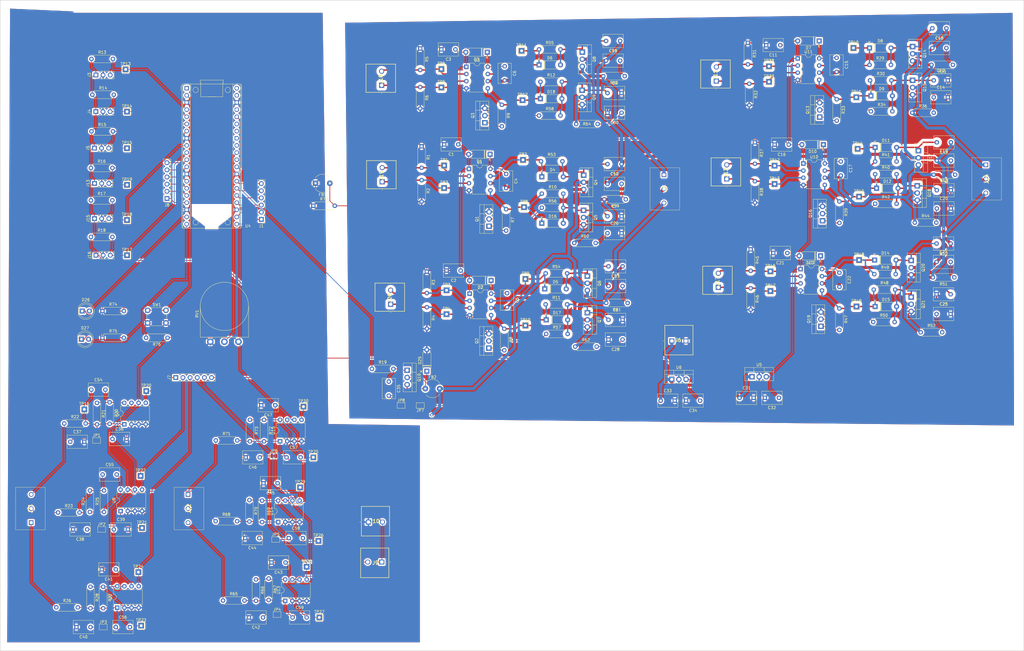
<source format=kicad_pcb>
(kicad_pcb (version 20240108) (generator "pcbnew") (generator_version "8.0")
  (title_block (date "mar. 31 mars 2015"))
  (layers (0 "F.Cu" signal) (31 "B.Cu" signal) (34 "B.Paste" user) (35 "F.Paste" user) (36 "B.SilkS" user "B.Silkscreen") (37 "F.SilkS" user "F.Silkscreen") (38 "B.Mask" user) (39 "F.Mask" user) (44 "Edge.Cuts" user))
  (net 0 "")
  (net 1 "GND")
  (net 2 "+12V")
  (net 3 "Motor 2B")
  (net 4 "Motor 2C")
  (net 5 "Motor 2A")
  (net 6 "Net-(C10-Pad2)")
  (net 7 "Net-(C13-Pad2)")
  (net 8 "Net-(J1-Pin_1)")
  (net 9 "Net-(J1-Pin_2)")
  (net 10 "Net-(J1-Pin_3)")
  (net 11 "Net-(J1-Pin_4)")
  (net 12 "Net-(J1-Pin_5)")
  (net 13 "Net-(J1-Pin_6)")
  (net 14 "Net-(C14-Pad1)")
  (net 15 "Net-(D7-K)")
  (net 16 "Motor 1A")
  (net 17 "Net-(D10-K)")
  (net 18 "Motor 1B")
  (net 19 "Net-(C19-Pad2)")
  (net 20 "Net-(J8-Pin_3)")
  (net 21 "Net-(C20-Pad1)")
  (net 22 "Net-(D13-K)")
  (net 23 "Motor 1C")
  (net 24 "+3V3")
  (net 25 "+5V")
  (net 26 "Net-(C24-Pad2)")
  (net 27 "Net-(D1-K)")
  (net 28 "Net-(C25-Pad1)")
  (net 29 "Net-(D2-K)")
  (net 30 "Net-(C26-Pad1)")
  (net 31 "Net-(D3-K)")
  (net 32 "Net-(C27-Pad2)")
  (net 33 "VPP")
  (net 34 "High 2A1")
  (net 35 "Low 2A1")
  (net 36 "High 2B1")
  (net 37 "Low 2B1")
  (net 38 "Low 2C1")
  (net 39 "High 1A1")
  (net 40 "Low 1A1")
  (net 41 "High 1B1")
  (net 42 "Low 1B1")
  (net 43 "High 1C1")
  (net 44 "Low 1C1")
  (net 45 "Net-(C28-Pad1)")
  (net 47 "Net-(C29-Pad2)")
  (net 48 "Net-(C30-Pad1)")
  (net 49 "VSS")
  (net 50 "Net-(Q10-G)")
  (net 51 "Net-(D25-K)")
  (net 52 "GND1")
  (net 53 "Net-(JP1-A)")
  (net 54 "Net-(JP2-A)")
  (net 55 "Net-(JP3-A)")
  (net 56 "Net-(JP4-A)")
  (net 57 "Net-(JP5-A)")
  (net 58 "Net-(JP6-A)")
  (net 65 "Net-(U7-+)")
  (net 66 "Net-(JP1-B)")
  (net 67 "Net-(JP2-B)")
  (net 68 "Net-(U8-+)")
  (net 69 "Net-(U9-+)")
  (net 70 "Net-(JP3-B)")
  (net 73 "Net-(U15-+)")
  (net 74 "Net-(JP6-B)")
  (net 75 "Net-(U14-+)")
  (net 76 "Low 2A2")
  (net 77 "Low 2B2")
  (net 78 "High 2B2")
  (net 79 "High 2C2")
  (net 80 "Low 2C2")
  (net 81 "High 1A2")
  (net 82 "High 2A2")
  (net 83 "Low 1A2")
  (net 84 "Low 1B2")
  (net 85 "High 1C2")
  (net 86 "Low 1C2")
  (net 87 "High 1B2")
  (net 88 "High 2C1")
  (net 89 "Net-(JP5-B)")
  (net 90 "Net-(U13-+)")
  (net 91 "Net-(JP4-B)")
  (net 92 "Net-(D26-K)")
  (net 93 "LED 1")
  (net 94 "Net-(D27-K)")
  (net 95 "LED 2")
  (net 96 "Hall 1")
  (net 97 "Hall 2")
  (net 98 "Hall 3")
  (net 99 "Sensor 2B")
  (net 100 "Sensor 1C")
  (net 101 "Sensor 2C")
  (net 102 "Sensor 1B")
  (net 103 "Sensor 1A")
  (net 104 "Sensor 2A")
  (net 105 "Net-(J8-Pin_2)")
  (net 106 "Net-(J8-Pin_6)")
  (net 107 "Net-(J8-Pin_1)")
  (net 108 "Net-(J8-Pin_5)")
  (net 109 "Net-(J8-Pin_4)")
  (net 110 "Reference Voltage")
  (net 111 "Hall 4")
  (net 112 "Hall 5")
  (net 113 "Hall 6")
  (net 114 "Net-(Q1-B)")
  (net 115 "Net-(Q1-E)")
  (net 116 "Net-(Q2-E)")
  (net 117 "Net-(Q2-B)")
  (net 118 "Net-(Q3-E)")
  (net 119 "Net-(Q3-B)")
  (net 120 "Net-(Q13-B)")
  (net 121 "Net-(Q13-E)")
  (net 122 "Net-(Q16-B)")
  (net 123 "Net-(Q16-E)")
  (net 124 "Net-(Q19-E)")
  (net 125 "Net-(Q19-B)")
  (net 126 "Gate 2BH")
  (net 127 "Gate 2BL")
  (net 128 "Gate 2CH")
  (net 129 "Gate 2CL")
  (net 130 "Gate 2AH")
  (net 131 "Gate 2AL")
  (net 132 "Voltage Control")
  (net 133 "Gate 1AH")
  (net 134 "Gate 1AL")
  (net 135 "Gate 1BH")
  (net 136 "Gate 1BL")
  (net 137 "Gate 1CH")
  (net 138 "Gate 1CL")
  (net 139 "Button ")
  (net 140 "Potentiometer")
  (net 141 "Net-(J21-Pin_1)")
  (net 142 "Net-(J21-Pin_3)")
  (net 143 "Net-(J21-Pin_2)")
  (net 144 "Net-(J22-Pin_3)")
  (net 145 "Net-(J22-Pin_2)")
  (net 146 "Net-(J22-Pin_1)")
  (footprint "3 Pin Spring Terminal:1792876" (layer "F.Cu") (at 34 224.5 90)
    (property "Reference" "J21")
    (property "Value" "Screw_Terminal_01x03" (hide yes))
  )
  (footprint "Package_DIP:DIP-8_W7.62mm" (layer "F.Cu") (at 65.74 220.42 90)
    (property "Reference" "U8")
    (property "Value" "INA240A1D")
  )
  (footprint "Package_DIP:DIP-8_W7.62mm" (layer "F.Cu") (at 64.56 254.72 90)
    (property "Reference" "U9")
    (property "Value" "INA240A1D")
  )
  (footprint "Diode_THT:D_A-405_P7.62mm_Horizontal" (layer "F.Cu") (at 214.835 73.96)
    (property "Reference" "D18")
    (property "Value" "D_Schottky")
  )
  (footprint "Resistor_THT:R_Axial_DIN0207_L6.3mm_D2.5mm_P7.62mm_Horizontal" (layer "F.Cu") (at 333.38 136.27)
    (property "Reference" "R49")
    (property "Value" "R")
  )
  (footprint "Package_TO_SOT_THT:TO-220-3_Vertical" (layer "F.Cu") (at 229.645 70.96 -90)
    (property "Reference" "Q9")
    (property "Value" "IRF740")
  )
  (footprint "Package_DIP:DIP-8_W7.62mm" (layer "F.Cu") (at 307.2 134.47)
    (property "Reference" "U12")
    (property "Value" "IRS2101")
  )
  (footprint "TestPoint:TestPoint_THTPad_2.0x2.0mm_Drill1.0mm" (layer "F.Cu") (at 209 112.5)
    (property "Reference" "TP8")
    (property "Value" "TestPoint")
  )
  (footprint "Resistor_THT:R_Axial_DIN0207_L6.3mm_D2.5mm_P7.62mm_Horizontal" (layer "F.Cu") (at 116 216.69 -90)
    (property "Reference" "R69")
    (property "Value" "R")
  )
  (footprint "Capacitor_THT:C_Rect_L7.0mm_W4.5mm_P5.00mm" (layer "F.Cu") (at 299.54 180.2 180)
    (property "Reference" "C32")
    (property "Value" "C")
  )
  (footprint "TestPoint:TestPoint_THTPad_2.0x2.0mm_Drill1.0mm" (layer "F.Cu") (at 72.06 242.1)
    (property "Reference" "TP24")
    (property "Value" "TestPoint")
  )
  (footprint "Resistor_THT:R_Axial_DIN0207_L6.3mm_D2.5mm_P7.62mm_Horizontal" (layer "F.Cu") (at 214.835 67.96)
    (property "Reference" "R12")
    (property "Value" "R")
  )
  (footprint "Package_TO_SOT_THT:TO-220-3_Vertical" (layer "F.Cu") (at 195.09 82.5 90)
    (property "Reference" "Q3")
    (property "Value" "Q_PNP_BEC")
  )
  (footprint "Capacitor_THT:C_Rect_L7.0mm_W4.5mm_P5.00mm" (layer "F.Cu") (at 184.645 56.46 180)
    (property "Reference" "C3")
    (property "Value" "4.7uF 35V")
  )
  (footprint "Resistor_THT:R_Axial_DIN0207_L6.3mm_D2.5mm_P7.62mm_Horizontal" (layer "F.Cu") (at 113.82 244.68 -90)
    (property "Reference" "R66")
    (property "Value" "R")
  )
  (footprint "Capacitor_THT:C_Rect_L7.0mm_W4.5mm_P5.00mm" (layer "F.Cu") (at 354.5 67.46)
    (property "Reference" "C12")
    (property "Value" "C")
  )
  (footprint "3 Pin Spring Terminal:1792863" (layer "F.Cu") (at 158.645 103.46 90)
    (property "Reference" "J19")
    (property "Value" "Screw_Terminal_01x02" (hide yes))
  )
  (footprint "Resistor_THT:R_Axial_DIN0207_L6.3mm_D2.5mm_P7.62mm_Horizontal" (layer "F.Cu") (at 202 155.69 -90)
    (property "Reference" "R8")
    (property "Value" "R")
  )
  (footprint "Resistor_THT:R_Axial_DIN0207_L6.3mm_D2.5mm_P7.62mm_Horizontal" (layer "F.Cu") (at 291 89.46 -90)
    (property "Reference" "R37")
    (property "Value" "R")
  )
  (footprint "Package_TO_SOT_THT:TO-220-3_Vertical" (layer "F.Cu") (at 349.055 92.42 -90)
    (property "Reference" "Q17")
    (property "Value" "IRF740")
  )
  (footprint "Resistor_THT:R_Axial_DIN0207_L6.3mm_D2.5mm_P7.62mm_Horizontal" (layer "F.Cu") (at 289.5 127.46 -90)
    (property "Reference" "R45")
    (property "Value" "R")
  )
  (footprint "Connector_PinHeader_2.54mm:PinHeader_1x06_P2.54mm_Vertical" (layer "F.Cu") (at 85.34 173 90)
    (property "Reference" "J7")
    (property "Value" "Screw_Terminal_01x06")
  )
  (footprint "Resistor_THT:R_Axial_DIN0207_L6.3mm_D2.5mm_P7.62mm_Horizontal" (layer "F.Cu") (at 216.69 147)
    (property "Reference" "R11")
    (property "Value" "R")
  )
  (footprint "TestPoint:TestPoint_THTPad_2.0x2.0mm_Drill1.0mm" (layer "F.Cu") (at 327 73.46)
    (property "Reference" "TP41")
    (property "Value" "TestPoint")
  )
  (footprint "Connector_PinHeader_2.54mm:PinHeader_1x03_P2.54mm_Vertical" (layer "F.Cu") (at 57.005 129.56 90)
    (property "Reference" "J16")
    (property "Value" "Screw_Terminal_01x03")
  )
  (footprint "Capacitor_THT:C_Rect_L7.0mm_W4.5mm_P5.00mm" (layer "F.Cu") (at 271.54 181.2 180)
    (property "Reference" "C34")
    (property "Value" "C")
  )
  (footprint "Resistor_THT:R_Axial_DIN0207_L6.3mm_D2.5mm_P7.62mm_Horizontal" (layer "F.Cu") (at 226.835 125.2)
    (property "Reference" "R60")
    (property "Value" "R")
  )
  (footprint "Diode_THT:D_A-405_P7.62mm_Horizontal" (layer "F.Cu") (at 331.69 55.96)
    (property "Reference" "D8")
    (property "Value" "D_Schottky")
  )
  (footprint "Capacitor_THT:C_Rect_L7.0mm_W4.5mm_P5.00mm" (layer "F.Cu") (at 243.645 78.96 180)
    (property "Reference" "C30")
    (property "Value" "C")
  )
  (footprint "Capacitor_THT:C_Rect_L7.0mm_W4.5mm_P5.00mm" (layer "F.Cu") (at 239 140.5)
    (property "Reference" "C27")
    (property "Value" "C")
  )
  (footprint "Resistor_THT:R_Axial_DIN0207_L6.3mm_D2.5mm_P7.62mm_Horizontal" (layer "F.Cu") (at 201.145 76.15 -90)
    (property "Reference" "R9")
    (property "Value" "R")
  )
  (footprint "Resistor_THT:R_Axial_DIN0207_L6.3mm_D2.5mm_P7.62mm_Horizontal" (layer "F.Cu") (at 55.72 72.56)
    (property "Reference" "R14")
    (property "Value" "10k")
  )
  (footprint "TestPoint:TestPoint_THTPad_2.0x2.0mm_Drill1.0mm" (layer "F.Cu") (at 328 131.27)
    (property "Reference" "TP48")
    (property "Value" "TestPoint")
  )
  (footprint "Capacitor_THT:C_Rect_L7.0mm_W4.5mm_P5.00mm" (layer "F.Cu") (at 124.32 238.68 180)
    (property "Reference" "C43")
    (property "Value" "C")
  )
  (footprint "TestPoint:TestPoint_THTPad_2.0x2.0mm_Drill1.0mm" (layer "F.Cu") (at 296.5 142.27)
    (property "Reference" "TP47")
    (property "Value" "TestPoint")
  )
  (footprint "Package_TO_SOT_THT:TO-220-3_Vertical" (layer "F.Cu") (at 229.7 57.42 -90)
    (property "Reference" "Q8")
    (property "Value" "IRF740")
  )
  (footprint "Resistor_THT:R_Axial_DIN0207_L6.3mm_D2.5mm_P7.62mm_Horizontal" (layer "F.Cu") (at 333.19 141.77)
    (property "Reference" "R48")
    (property "Value" "R")
  )
  (footprint "Package_TO_SOT_THT:TO-220-3_Vertical" (layer "F.Cu") (at 261.46 173.645)
    (property "Reference" "U6")
    (property "Value" "LM7805_TO220")
  )
  (footprint "Resistor_THT:R_Axial_DIN0207_L6.3mm_D2.5mm_P7.62mm_Horizontal" (layer "F.Cu") (at 288.5 54.15 -90)
    (property "Reference" "R31")
    (property "Value" "R")
  )
  (footprint "Connector_PinHeader_2.54mm:PinHeader_1x03_P2.54mm_Vertical" (layer "F.Cu") (at 56.45 91.535 90)
    (property "Reference" "J5")
    (property "Value" "Screw_Terminal_01x03")
  )
  (footprint "TestPoint:TestPoint_THTPad_2.0x2.0mm_Drill1.0mm" (layer "F.Cu") (at 73.36 226.42)
    (property "Reference" "TP21")
    (property "Value" "TestPoint")
  )
  (footprint "Resistor_THT:R_Axial_DIN0207_L6.3mm_D2.5mm_P7.62mm_Horizontal" (layer "F.Cu") (at 172.645 90.89 -90)
    (property "Reference" "R1")
    (property "Value" "R")
  )
  (footprint "Diode_THT:D_A-405_P7.62mm_Horizontal" (layer "F.Cu") (at 314.31 129.77 180)
    (property "Reference" "D13")
    (property "Value" "D")
  )
  (footprint "Diode_THT:D_A-405_P7.62mm_Horizontal" (layer "F.Cu") (at 216.38 141.5)
    (property "Reference" "D5")
    (property "Value" "D_Schottky")
  )
  (footprint "Ferrite_THT:LairdTech_28C0236-0JW-10" (layer "F.Cu") (at 140.04 104 180)
    (property "Reference" "FB1")
    (property "Value" "FerriteBead")
  )
  (footprint "Capacitor_THT:C_Rect_L7.0mm_W4.5mm_P5.00mm" (layer "F.Cu") (at 320 59.46 -90)
    (property "Reference" "C15")
    (property "Value" "C")
  )
  (footprint "Module_RaspberryPi_Pico:RaspberryPi_Pico_Common_THT" (layer "F.Cu") (at 98.11 94.37)
    (property "Reference" "U4")
    (property "Value" "RaspberryPi_Pico")
  )
  (footprint "Capacitor_THT:C_Rect_L7.0mm_W4.5mm_P5.00mm" (layer "F.Cu") (at 64.06 261.6)
    (property "Reference" "C56")
    (property "Value" "C")
  )
  (footprint "Capacitor_THT:C_Rect_L7.0mm_W4.5mm_P5.00mm" (layer "F.Cu") (at 238.645 121.7)
    (property "Reference" "C26")
    (property "Value" "C")
  )
  (footprint "TestPoint:TestPoint_THTPad_2.0x2.0mm_Drill1.0mm" (layer "F.Cu") (at 68.03 104.56)
    (property "Reference" "TP19")
    (property "Value" "TestPoint")
  )
  (footprint "Capacitor_THT:C_Rect_L7.0mm_W4.5mm_P5.00mm" (layer "F.Cu") (at 239 152.5)
    (property "Reference" "C8")
    (property "Value" "C")
  )
  (footprint "Jumper:SolderJumper-2_P1.3mm_Open_Pad1.0x1.5mm" (layer "F.Cu") (at 165.35 182.92)
    (property "Reference" "JP8")
    (property "Value" "SolderJumper_2_Open")
  )
  (footprint "Resistor_THT:R_Axial_DIN0207_L6.3mm_D2.5mm_P7.62mm_Horizontal" (layer "F.Cu") (at 116.68 188.01 -90)
    (property "Reference" "R72")
    (property "Value" "R")
  )
  (footprint "Resistor_THT:R_Axial_DIN0207_L6.3mm_D2.5mm_P7.62mm_Horizontal" (layer "F.Cu") (at 331.69 61.96)
    (property "Reference" "R29")
    (property "Value" "R")
  )
  (footprint "Resistor_THT:R_Axial_DIN0207_L6.3mm_D2.5mm_P7.62mm_Horizontal" (layer "F.Cu") (at 333.69 111.27)
    (property "Reference" "R42")
    (property "Value" "R")
  )
  (footprint "Capacitor_THT:C_Rect_L7.0mm_W4.5mm_P5.00mm" (layer "F.Cu") (at 355.595 106.46)
    (property "Reference" "C18")
    (property "Value" "C")
  )
  (footprint "3 Pin Spring Terminal:1792876" (layer "F.Cu") (at 258.7 101 -90)
    (property "Reference" "J2")
    (property "Value" "Screw_Terminal_01x03" (hide yes))
  )
  (footprint "Connector_PinHeader_2.54mm:PinHeader_1x03_P2.54mm_Vertical" (layer "F.Cu") (at 56.99 65.56 90)
    (property "Reference" "J3")
    (property "Value" "Screw_Terminal_01x03")
  )
  (footprint "Capacitor_THT:C_Rect_L7.0mm_W4.5mm_P5.00mm" (layer "F.Cu") (at 238.645 115.7)
    (property "Reference" "C7")
    (property "Value" "C")
  )
  (footprint "Resistor_THT:R_Axial_DIN0207_L6.3mm_D2.5mm_P7.62mm_Horizontal" (layer "F.Cu") (at 215.335 112.7)
    (property "Reference" "R56")
    (property "Value" "R")
  )
  (footprint "Resistor_THT:R_Axial_DIN0207_L6.3mm_D2.5mm_P7.62mm_Horizontal" (layer "F.Cu") (at 59.56 247.29 -90)
    (property "Reference" "R27")
    (property "Value" "R")
  )
  (footprint "Package_DIP:DIP-8_W7.62mm" (layer "F.Cu") (at 122.38 195.62 90)
    (property "Reference" "U15")
    (property "Value" "INA240A1D")
  )
  (footprint "Capacitor_THT:C_Rect_L7.0mm_W4.5mm_P5.00mm" (layer "F.Cu") (at 55.36 177.3)
    (property "Reference" "C54")
    (property "Value" "C")
  )
  (footprint "Connector_PinHeader_2.54mm:PinHeader_1x06_P2.54mm_Vertical" (layer "F.Cu") (at 115.72 116.82 180)
    (property "Reference" "J1")
    (property "Value" "Screw_Terminal_01x06")
  )
  (footprint "Connector_PinHeader_2.54mm:PinHeader_1x03_P2.54mm_Vertical" (layer "F.Cu") (at 56.505 104.06 90)
    (property "Reference" "J13")
    (property "Value" "Screw_Terminal_01x03")
  )
  (footprint "Capacitor_THT:C_Rect_L7.0mm_W4.5mm_P5.00mm" (layer "F.Cu") (at 161 174.42 -90)
    (property "Reference" "C35")
    (property "Value" "C")
  )
  (footprint "Package_DIP:DIP-8_W7.62mm" (layer "F.Cu") (at 306.2 59.66)
    (property "Reference" "U11")
    (property "Value" "IRS2101")
  )
  (footprint "TestPoint:TestPoint_THTPad_2.0x2.0mm_Drill1.0mm" (layer "F.Cu") (at 296 67.96)
    (property "Reference" "TP39")
    (property "Value" "TestPoint")
  )
  (footprint "3 Pin Spring Terminal:1792863" (layer "F.Cu") (at 278 140.96 90)
    (property "Reference" "J17")
    (property "Value" "Screw_Terminal_01x02" (hide yes))
  )
  (footprint "TestPoint:TestPoint_THTPad_2.0x2.0mm_Drill1.0mm" (layer "F.Cu") (at 73.06 261.1)
    (property "Reference" "TP23")
    (property "Value" "TestPoint")
  )
  (footprint "Diode_THT:D_A-405_P7.62mm_Horizontal" (layer "F.Cu") (at 215.335 118.2)
    (property "Reference" "D16")
    (property "Value" "D_Schottky")
  )
  (footprint "Capacitor_THT:C_Rect_L7.0mm_W4.5mm_P5.00mm" (layer "F.Cu") (at 64.06 241.1 180)
    (property "Reference" "C41")
    (property "Value" "C")
  )
  (footprint "Package_TO_SOT_THT:TO-220-3_Vertical" (layer "F.Cu") (at 314.445 154.81 90)
    (property "Reference" "Q19")
    (property "Value" "Q_PNP_BEC")
  )
  (footprint "Resistor_THT:R_Axial_DIN0207_L6.3mm_D2.5mm_P7.62mm_Horizontal" (layer "F.Cu") (at 59.86 220.73 90)
    (property "Reference" "R25")
    (property "Value" "R")
  )
  (footprint "Resistor_THT:R_Axial_DIN0207_L6.3mm_D2.5mm_P7.62mm_Horizontal" (layer "F.Cu") (at 55.22 110.06)
    (property "Reference" "R17")
    (property "Value" "10k")
  )
  (footprint "Capacitor_THT:C_Rect_L7.0mm_W4.5mm_P5.00mm" (layer "F.Cu") (at 185.645 90.2 180)
    (property "Reference" "C1")
    (property "Value" "4.7uF 35V")
  )
  (footprint "Diode_THT:D_A-405_P7.62mm_Horizontal" (layer "F.Cu") (at 215.335 101.7)
    (property "Reference" "D4")
    (property "Value" "D_Schottky")
  )
  (footprint "TestPoint:TestPoint_THTPad_2.0x2.0mm_Drill1.0mm" (layer "F.Cu") (at 181.5 142)
    (property "Reference" "TP3")
    (property "Value" "TestPoint")
  )
  (footprint "Resistor_THT:R_Axial_DIN0207_L6.3mm_D2.5mm_P7.62mm_Horizontal" (layer "F.Cu") (at 59.3 149.37)
    (property "Reference" "R74")
    (property "Value" "R")
  )
  (footprint "Package_DIP:DIP-8_W7.62mm" (layer "F.Cu") (at 124.2 252.3 90)
    (property "Reference" "U13")
    (property "Value" "INA240A1D")
  )
  (footprint "Diode_THT:D_A-405_P7.62mm_Horizontal" (layer "F.Cu") (at 196.955 93.7 180)
    (property "Reference" "D1")
    (property "Value" "D")
  )
  (footprint "TestPoint:TestPoint_THTPad_2.0x2.0mm_Drill1.0mm" (layer "F.Cu") (at 328 108.77)
    (property "Reference" "TP45")
    (property "Value" "TestPoint")
  )
  (footprint "Diode_THT:D_A-405_P7.62mm_Horizontal" (layer "F.Cu") (at 197.31 138.5 180)
    (property "Reference" "D2")
    (property "Value" "D")
  )
  (footprint "Resistor_THT:R_Axial_DIN0207_L6.3mm_D2.5mm_P7.62mm_Horizontal" (layer "F.Cu") (at 245.81 146.5 180)
    (property "Reference" "R61")
    (property "Value" "R")
  )
  (footprint "TestPoint:TestPoint_THTPad_2.0x2.0mm_Drill1.0mm" (layer "F.Cu") (at 72.86 207.92)
    (property "Reference" "TP22")
    (property "Value" "TestPoint")
  )
  (footprint "Resistor_THT:R_Axial_DIN0207_L6.3mm_D2.5mm_P7.62mm_Horizontal" (layer "F.Cu") (at 321 148.46 -90)
    (property "Reference" "R47")
    (property "Value" "R")
  )
  (footprint "Resistor_THT:R_Axial_DIN0207_L6.3mm_D2.5mm_P7.62mm_Horizontal" (layer "F.Cu") (at 99.56 195.32)
    (property "Reference" "R71")
    (property "Value" "R")
  )
  (footprint "TestPoint:TestPoint_THTPad_2.0x2.0mm_Drill1.0mm" (layer "F.Cu") (at 208.645 95.7)
    (property "Reference" "TP7")
    (property "Value" "TestPoint")
  )
  (footprint "TestPoint:TestPoint_THTPad_2.0x2.0mm_Drill1.0mm" (layer "F.Cu") (at 68.03 91.56)
    (property "Reference" "TP15")
    (property "Value" "TestPoint")
  )
  (footprint "Diode_THT:D_A-405_P7.62mm_Horizontal" (layer "F.Cu") (at 315.31 90.27 180)
    (property "Reference" "D10")
    (property "Value" "D")
  )
  (footprint "Capacitor_THT:C_Rect_L7.0mm_W4.5mm_P5.00mm" (layer "F.Cu") (at 321 135.77 -90)
    (property "Reference" "C22")
    (property "Value" "C")
  )
  (footprint "TestPoint:TestPoint_THTPad_2.0x2.0mm_Drill1.0mm" (layer "F.Cu") (at 68.03 129.56)
    (property "Reference" "TP17")
    (property "Value" "TestPoint")
  )
  (footprint "Package_TO_SOT_THT:TO-220-3_Vertical" (layer "F.Cu") (at 231.5 136.96 -90)
    (property "Reference" "Q6")
    (property "Value" "IRF740")
  )
  (footprint "Capacitor_THT:C_Rect_L7.0mm_W4.5mm_P5.00mm" (layer "F.Cu") (at 244 133.5 180)
    (property "Reference" "C53")
    (property "Value" "C")
  )
  (footprint "Resistor_THT:R_Axial_DIN0207_L6.3mm_D2.5mm_P7.62mm_Horizontal" (layer "F.Cu") (at 174.5 135.38 -90)
    (property "Reference" "R3")
    (property "Value" "R")
  )
  (footprint "TestPoint:TestPoint_THTPad_2.0x2.0mm_Drill1.0mm" (layer "F.Cu") (at 209.5 138)
    (property "Reference" "TP9")
    (property "Value" "TestPoint")
  )
  (footprint "Resistor_THT:R_Axial_DIN0207_L6.3mm_D2.5mm_P7.62mm_Horizontal" (layer "F.Cu") (at 289.5 141.27 -90)
    (property "Reference" "R46")
    (property "Value" "R")
  )
  (footprint "Resistor_THT:R_Axial_DIN0207_L6.3mm_D2.5mm_P7.62mm_Horizontal" (layer "F.Cu") (at 332.19 78.46)
    (property "Reference" "R34")
    (property "Value" "R")
  )
  (footprint "Resistor_THT:R_Axial_DIN0207_L6.3mm_D2.5mm_P7.62mm_Horizontal" (layer "F.Cu") (at 155 169.92)
    (property "Reference" "R19")
    (property "Value" "R")
  )
  (footprint "Diode_THT:D_A-405_P7.62mm_Horizontal" (layer "F.Cu") (at 214.335 61.96)
    (property "Reference" "D6")
    (property "Value" "D_Schottky")
  )
  (footprint "Capacitor_THT:C_Rect_L7.0mm_W4.5mm_P5.00mm" (layer "F.Cu") (at 125.5 230)
    (property "Reference" "C58")
    (property "Value" "C")
  )
  (footprint "Resistor_THT:R_Axial_DIN0207_L6.3mm_D2.5mm_P7.62mm_Horizontal" (layer "F.Cu") (at 174.5 148 -90)
    (property "Reference" "R4")
    (property "Value" "R")
  )
  (footprint "Capacitor_THT:C_Rect_L7.0mm_W4.5mm_P5.00mm" (layer "F.Cu") (at 300 54.96 180)
    (property "Reference" "C11")
    (property "Value" "4.7uF 35V")
  )
  (footprint "Capacitor_THT:C_Rect_L7.0mm_W4.5mm_P5.00mm" (layer "F.Cu") (at 62.86 194.8)
    (property "Reference" "C36")
    (property "Value" "C")
  )
  (footprint "Resistor_THT:R_Axial_DIN0207_L6.3mm_D2.5mm_P7.62mm_Horizontal" (layer "F.Cu") (at 55.41 59.86)
    (property "Reference" "R13")
    (property "Value" "10k")
  )
  (footprint "Capacitor_THT:C_Rect_L7.0mm_W4.5mm_P5.00mm" (layer "F.Cu") (at 355.595 95.96)
    (property "Reference" "C19")
    (property "Value" "C")
  )
  (footprint "TestPoint:TestPoint_THTPad_2.0x2.0mm_Drill1.0mm" (layer "F.Cu") (at 298 97.77)
    (property "Reference" "TP42")
    (property "Value" "TestPoint")
  )
  (footprint "Resistor_THT:R_Axial_DIN0207_L6.3mm_D2.5mm_P7.62mm_Horizontal" (layer "F.Cu") (at 333.69 100.77)
    (property "Reference" "R40")
    (property "Value" "R")
  )
  (footprint "Package_TO_SOT_THT:TO-220-3_Vertical" (layer "F.Cu") (at 230.145 113.62 -90)
    (property "Reference" "Q5")
    (property "Value" "IRF740")
  )
  (footprint "Resistor_THT:R_Axial_DIN0207_L6.3mm_D2.5mm_P7.62mm_Horizontal" (layer "F.Cu") (at 43.55 220.92)
    (property "Reference" "R23")
    (property "Value" "R")
  )
  (footprint "3 Pin Spring Terminal:1792863" (layer "F.Cu") (at 158.5 238.5 180)
    (property "Reference" "J9")
    (property "Value" "Screw_Terminal_01x02" (hide yes))
  )
  (footprint "TestPoint:TestPoint_THTPad_2.0x2.0mm_Drill1.0mm" (layer "F.Cu") (at 52.86 184.3)
    (property "Reference" "TP16")
    (property "Value" "TestPoint")
  )
  (footprint "TestPoint:TestPoint_THTPad_2.0x2.0mm_Drill1.0mm" (layer "F.Cu") (at 180.645 105.7)
    (property "Reference" "TP2")
    (property "Value" "TestPoint")
  )
  (footprint "Capacitor_THT:C_Rect_L7.0mm_W4.5mm_P5.00mm" (layer "F.Cu") (at 359 48.96 180)
    (property "Reference" "C48")
    (property "Value" "C")
  )
  (footprint "TestPoint:TestPoint_THTPad_2.0x2.0mm_Drill1.0mm" (layer "F.Cu") (at 74.86 177.8)
    (property "Reference" "TP20")
    (property "Value" "TestPoint")
  )
  (footprint "Capacitor_THT:C_Rect_L7.0mm_W4.5mm_P5.00mm" (layer "F.Cu") (at 285.54 180.2)
    (property "Reference" "C31")
    (property "Value" "C")
  )
  (footprint "Resistor_THT:R_Axial_DIN0207_L6.3mm_D2.5mm_P7.62mm_Horizontal" (layer "F.Cu") (at 57.36 181.99 -90)
    (property "Reference" "R21")
    (property "Value" "R")
  )
  (footprint "Resistor_THT:R_Axial_DIN0207_L6.3mm_D2.5mm_P7.62mm_Horizontal" (layer "F.Cu") (at 361.81 137.42 180)
    (property "Reference" "R51")
    (property "Value" "R")
  )
  (footprint "Resistor_THT:R_Axial_DIN0207_L6.3mm_D2.5mm_P7.62mm_Horizontal" (layer "F.Cu") (at 55.22 98.56)
    (property "Reference" "R16")
    (property "Value" "10k")
  )
  (footprint "Capacitor_THT:C_Rect_L7.0mm_W4.5mm_P5.00mm" (layer "F.Cu") (at 121.5 210.5 180)
    (property "Reference" "C45")
    (property "Value" "C")
  )
  (footprint "TestPoint:TestPoint_THTPad_2.0x2.0mm_Drill1.0mm" (layer "F.Cu") (at 327.5 91.77)
    (property "Reference" "TP44")
    (property "Value" "TestPoint")
  )
  (footprint "Capacitor_THT:C_Rect_L7.0mm_W4.5mm_P5.00mm" (layer "F.Cu") (at 257.54 181.2)
    (property "Reference" "C33")
    (property "Value" "C")
  )
  (footprint "Resistor_THT:R_Axial_DIN0207_L6.3mm_D2.5mm_P7.62mm_Horizontal" (layer "F.Cu") (at 55.06 247.29 -90)
    (property "Reference" "R28")
    (property "Value" "R")
  )
  (footprint "TestPoint:TestPoint_THTPad_2.0x2.0mm_Drill1.0mm" (layer "F.Cu") (at 296 62.46)
    (property "Reference" "TP38")
    (property "Value" "TestPoint")
  )
  (footprint "Resistor_THT:R_Axial_DIN0207_L6.3mm_D2.5mm_P7.62mm_Horizontal" (layer "F.Cu") (at 333 153.27)
    (property "Reference" "R50")
    (property "Value" "R")
  )
  (footprint "Package_TO_SOT_THT:TO-220-3_Vertical" (layer "F.Cu") (at 348.65 104.92 -90)
    (property "Reference" "Q18")
    (property "Value" "IRF740")
  )
  (footprint "Resistor_THT:R_Axial_DIN0207_L6.3mm_D2.5mm_P7.62mm_Horizontal" (layer "F.Cu") (at 331.88 67.46)
    (property "Reference" "R30")
    (property "Value" "R")
  )
  (footprint "Resistor_THT:R_Axial_DIN0207_L6.3mm_D2.5mm_P7.62mm_Horizontal" (layer "F.Cu") (at 54.86 220.73 90)
    (property "Reference" "R24")
    (property "Value" "R")
  )
  (footprint "Resistor_THT:R_Axial_DIN0207_L6.3mm_D2.5mm_P7.62mm_Horizontal" (layer "F.Cu") (at 216.69 136)
    (property "Reference" "R54")
    (property "Value" "R")
  )
  (footprint "Package_DIP:DIP-8_W7.62mm" (layer "F.Cu") (at 308.2 96.97)
    (property "Reference" "U10")
    (property "Value" "IRS2101")
  )
  (footprint "Resistor_THT:R_Axial_DIN0207_L6.3mm_D2.5mm_P7.62mm_Horizontal" (layer "F.Cu") (at 55.41 85.56)
    (property "Reference" "R15")
    (property "Value" "10k")
  )
  (footprint "3 Pin Spring Terminal:1792863" (layer "F.Cu") (at 153.75 224.3)
    (property "Reference" "J10")
    (property "Value" "Screw_Terminal_01x02" (hide yes))
  )
  (footprint "Resistor_THT:R_Axial_DIN0207_L6.3mm_D2.5mm_P7.62mm_Horizontal" (layer "F.Cu") (at 172.645 102.89 -90)
    (property "Reference" "R2")
    (property "Value" "R")
  )
  (footprint "Package_TO_SOT_THT:TO-220-3_Vertical" (layer "F.Cu") (at 314 80.5 90)
    (property "Reference" "Q13")
    (property "Value" "Q_PNP_BEC")
  )
  (footprint "Resistor_THT:R_Axial_DIN0207_L6.3mm_D2.5mm_P7.62mm_Horizontal" (layer "F.Cu") (at 289 68.65 -90)
    (property "Reference" "R32")
    (property "Value" "R")
  )
  (footprint "Capacitor_THT:C_Rect_L7.0mm_W4.5mm_P5.00mm" (layer "F.Cu") (at 243.645 97.2 180)
    (property "Reference" "C52")
    (property "Value" "C")
  )
  (footprint "Capacitor_THT:C_Rect_L7.0mm_W4.5mm_P5.00mm" (layer "F.Cu") (at 115 230 180)
    (property "Reference" "C44")
    (property "Value" "C")
  )
  (footprint "Capacitor_THT:C_Rect_L7.0mm_W4.5mm_P5.00mm" (layer "F.Cu") (at 203 143 -90)
    (property "Reference" "C5")
    (property "Value" "C")
  )
  (footprint "3 Pin Spring Terminal:1792863" (layer "F.Cu") (at 281 102.46 90)
    (property "Reference" "J12")
    (property "Value" "Screw_Terminal_01x02" (hide yes))
  )
  (footprint "Package_TO_SOT_THT:TO-220-3_Vertical" (layer "F.Cu") (at 347 55.46 -90)
    (property "Reference" "Q14")
    (property "Value" "IRF740")
  )
  (footprint "TestPoint:TestPoint_THTPad_2.0x2.0mm_Drill1.0mm" (layer "F.Cu") (at 67.53 63.56)
    (property "Reference" "TP13")
    (property "Value" "TestPoint")
  )
  (footprint "Jumper:SolderJumper-2_P1.3mm_Bridged_Pad1.0x1.5mm" (layer "F.Cu") (at 120.85 230.5)
    (property "Reference" "JP5")
    (property "Value" "SolderJumper_2_Bridged")
  )
  (footprint "Capacitor_THT:C_Rect_L7.0mm_W4.5mm_P5.00mm" (layer "F.Cu") (at 303 90.27 180)
    (property "Reference" "C16")
    (property "Value" "4.7uF 35V")
  )
  (footprint "Capacitor_THT:C_Rect_L7.0mm_W4.5mm_P5.00mm" (layer "F.Cu") (at 321.5 96.27 -90)
    (property "Reference" "C17")
    (property "Value" "C")
  )
  (footprint "Resistor_THT:R_Axial_DIN0207_L6.3mm_D2.5mm_P7.62mm_Horizontal" (layer "F.Cu") (at 82.42 158.87 180)
    (property "Reference" "R76")
    (property "Value" "R")
  )
  (footprint "TestPoint:TestPoint_THTPad_2.0x2.0mm_Drill1.0mm" (layer "F.Cu") (at 209.5 154.5)
    (property "Reference" "TP10")
    (property "Value" "TestPoint")
  )
  (footprint "Resistor_THT:R_Axial_DIN0207_L6.3mm_D2.5mm_P7.62mm_Horizontal" (layer "F.Cu") (at 227.19 162)
    (property "Reference" "R62")
    (property "Value" "R")
  )
  (footprint "Resistor_THT:R_Axial_DIN0207_L6.3mm_D2.5mm_P7.62mm_Horizontal" (layer "F.Cu") (at 134.19 112)
    (property "Reference" "R77")
    (property "Value" "0")
  )
  (footprint "Package_TO_SOT_THT:TO-220-3_Vertical" (layer "F.Cu") (at 289.96 172.7)
    (property "Reference" "U5")
    (property "Value" "LM7812_TO220")
  )
  (footprint "Resistor_THT:R_Axial_DIN0207_L6.3mm_D2.5mm_P7.62mm_Horizontal" (layer "F.Cu") (at 172.145 69.84 -90)
    (property "Reference" "R6")
    (property "Value" "R")
  )
  (footprint "Capacitor_THT:C_Rect_L7.0mm_W4.5mm_P5.00mm" (layer "F.Cu") (at 360.5 125.42 180)
    (property "Reference" "C50")
    (property "Value" "C")
  )
  (footprint "Package_TO_SOT_THT:TO-220-3_Vertical" (layer "F.Cu") (at 347 67.46 -90)
    (property "Reference" "Q15")
    (property "Value" "IRF740")
  )
  (footprint "Resistor_THT:R_Axial_DIN0207_L6.3mm_D2.5mm_P7.62mm_Horizontal" (layer "F.Cu") (at 227.525 82.96)
    (property "Reference" "R64")
    (property "Value" "R")
  )
  (footprint "Capacitor_THT:C_Rect_L7.0mm_W4.5mm_P5.00mm" (layer "F.Cu") (at 354 55.96)
    (property "Reference" "C13")
    (property "Value" "C")
  )
  (footprint "Resistor_THT:R_Axial_DIN0207_L6.3mm_D2.5mm_P7.62mm_Horizontal" (layer "F.Cu") (at 55.22 123.06)
    (property "Reference" "R18")
    (property "Value" "10k")
  )
  (footprint "Diode_THT:D_A-405_P7.62mm_Horizontal" (layer "F.Cu") (at 332.19 72.96)
    (property "Reference" "D9")
    (property "Value" "D_Schottky")
  )
  (footprint "Resistor_THT:R_Axial_DIN0207_L6.3mm_D2.5mm_P7.62mm_Horizontal" (layer "F.Cu") (at 244.765 65.96 180)
    (property "Reference" "R63")
    (property "Value" "R")
  )
  (footprint "Resistor_THT:R_Axial_DIN0207_L6.3mm_D2.5mm_P7.62mm_Horizontal" (layer "F.Cu") (at 349.88 156.92)
    (property "Reference" "R52")
    (property "Value" "R")
  )
  (footprint "Button_Switch_THT:SW_PUSH_6mm_H8.5mm" (layer "F.Cu") (at 75.36 149.12)
    (property "Reference" "SW1")
    (property "Value" "SW_Push")
  )
  (footprint "Resistor_THT:R_Axial_DIN0207_L6.3mm_D2.5mm_P7.62mm_Horizontal" (layer "F.Cu") (at 42.94 254.6)
    (property "Reference" "R26")
    (property "Value" "R")
  )
  (footprint "3 Pin Spring Terminal:1792876" (layer "F.Cu") (at 373 97.46 -90)
    (property "Reference" "J14")
    (property "Value" "Screw_Terminal_01x03" (hide yes))
  )
  (footprint "Capacitor_THT:C_Rect_L7.0mm_W4.5mm_P5.00mm" (layer "F.Cu") (at 53.86 226.92 180)
    (property "Reference" "C38")
    (property "Value" "C")
  )
  (footprint "Resistor_THT:R_Axial_DIN0207_L6.3mm_D2.5mm_P7.62mm_Horizontal" (layer "F.Cu") (at 346.88 78.96)
    (property "Reference" "R36")
    (property "Value" "R")
  )
  (footprint "Resistor_THT:R_Axial_DIN0207_L6.3mm_D2.5mm_P7.62mm_Horizontal" (layer "F.Cu") (at 215.025 96.2)
    (property "Reference" "R53")
    (property "Value" "R")
  )
  (footprint "3 Pin Spring Terminal:1792863" (layer "F.Cu") (at 158.445 69.21 90)
    (property "Reference" "J18")
    (property "Value" "Screw_Terminal_01x02" (hide yes))
  )
  (footprint "TestPoint:TestPoint_THTPad_2.0x2.0mm_Drill1.0mm" (layer "F.Cu") (at 296.5 135.27)
    (property "Reference" "TP46")
    (property "Value" "TestPoint")
  )
  (footprint "Jumper:SolderJumper-2_P1.3mm_Bridged_Pad1.0x1.5mm" (layer "F.Cu") (at 59.01 226.92)
    (property "Reference" "JP2")
    (property "Value" "SolderJumper_2_Bridged")
  )
  (footprint "Resistor_THT:R_Axial_DIN0207_L6.3mm_D2.5mm_P7.62mm_Horizontal" (layer "F.Cu") (at 362.095 100.96 180)
    (property "Reference" "R43")
    (property "Value" "R")
  )
  (footprint "Capacitor_THT:C_Rect_L7.0mm_W4.5mm_P5.00mm" (layer "F.Cu") (at 47.86 195.8)
    (property "Reference" "C37")
    (property "Value" "C")
  )
  (footprint "Resistor_THT:R_Axial_DIN0207_L6.3mm_D2.5mm_P7.62mm_Horizontal" (layer "F.Cu") (at 215.335 107.7)
    (property "Reference" "R10")
    (property "Value" "R")
  )
  (footprint "Jumper:SolderJumper-2_P1.3mm_Bridged_Pad1.0x1.5mm" (layer "F.Cu") (at 120.18 200.82)
    (property "Reference" "JP6")
    (property "Value" "SolderJumper_2_Bridged")
  )
  (footprint "Diode_THT:D_A-405_P7.62mm_Horizontal" (layer "F.Cu") (at 334.19 105.77)
    (property "Reference" "D12")
    (property "Value" "D_Schottky")
  )
  (footprint "Package_TO_SOT_THT:TO-220-3_Vertical" (layer "F.Cu") (at 230.2 101.12 -90)
    (property "Reference" "Q4")
    (property "Value" "IRF740")
  )
  (footprint "Package_TO_SOT_THT:TO-220-3_Vertical" (layer "F.Cu") (at 346.5 131.42 -90)
    (property "Reference" "Q20")
    (property "Value" "IRF740")
  )
  (footprint "Capacitor_THT:C_Rect_L7.0mm_W4.5mm_P5.00mm" (layer "F.Cu") (at 116.32 258.18 180)
    (property "Reference" "C42")
    (property "Value" "C")
  )
  (footprint "Connector_PinHeader_2.54mm:PinHeader_1x03_P2.54mm_Vertical" (layer "F.Cu") (at 56.49 116.56 90)
    (property "Reference" "J15")
    (property "Value" "Screw_Terminal_01x03")
  )
  (footprint "Capacitor_THT:C_Rect_L7.0mm_W4.5mm_P5.00mm" (layer "F.Cu") (at 302.5 128.77 180)
    (property "Reference" "C21")
    (property "Value" "4.7uF 35V")
  )
  (footprint "TestPoint:TestPoint_THTPad_2.0x2.0mm_Drill1.0mm" (layer "F.Cu") (at 129.5 212)
    (property "Reference" "TP29")
    (property "Value" "TestPoint")
  )
  (footprint "TestPoint:TestPoint_THTPad_2.0x2.0mm_Drill1.0mm" (layer "F.Cu") (at 208.145 56.96)
    (property "Reference" "TP11")
    (property "Value" "TestPoint")
  )
  (footprint "Resistor_THT:R_Axial_DIN0207_L6.3mm_D2.5mm_P7.62mm_Horizontal" (layer "F.Cu") (at 320.055 74.15 -90)
    (property "Reference" "R33")
    (property "Value" "R")
  )
  (footprint "Package_DIP:DIP-8_W7.62mm" (layer "F.Cu") (at 188.525 62.66)
    (property "Reference" "U3")
    (property "Value" "IRS2101")
  )
  (footprint "TestPoint:TestPoint_THTPad_2.0x2.0mm_Drill1.0mm" (layer "F.Cu") (at 68.03 117.06)
    (property "Reference" "TP18")
    (property "Value" "TestPoint")
  )
  (footprint "3 Pin Spring Terminal:1792876" (layer "F.Cu") (at 89.7 214.5 -90)
    (property "Reference" "J22")
    (property "Value" "Screw_Terminal_01x03" (hide yes))
  )
  (footprint "Package_TO_SOT_THT:TO-220-3_Vertical" (layer "F.Cu") (at 346.5 144.42 -90)
    (property "Reference" "Q21")
    (property "Value" "IRF740")
  )
  (footprint "Connector_PinHeader_2.54mm:PinHeader_1x03_P2.54mm_Vertical" (layer "F.Cu") (at 56.95 78.56 90)
    (property "Reference" "J4")
    (property "Value" "Screw_Terminal_01x03")
  )
  (footprint "Capacitor_THT:C_Rect_L7.0mm_W4.5mm_P5.00mm" (layer "F.Cu") (at 243.145 53.46 180)
    (property "Reference" "C51")
    (property "Value" "C")
  )
  (footprint "Package_TO_SOT_THT:TO-220-3_Vertical" (layer "F.Cu") (at 315 117.31 90)
    (property "Reference" "Q16")
    (property "Value" "Q_PNP_BEC")
  )
  (footprint "Package_DIP:DIP-8_W7.62mm" (layer "F.Cu") (at 189.455 98.9)
    (property "Reference" "U1")
    (property "Value" "IRS2101")
  )
  (footprint "TestPoint:TestPoint_THTPad_2.0x2.0mm_Drill1.0mm" (layer "F.Cu") (at 130.68 183.32)
    (property "Reference" "TP30")
    (property "Value" "TestPoint")
  )
  (footprint "Capacitor_THT:C_Rect_L7.0mm_W4.5mm_P5.00mm" (layer "F.Cu") (at 120.68 182.82 180)
    (property "Reference" "C47")
    (property "Value" "C")
  )
  (footprint "TestPoint:TestPoint_THTPad_2.0x2.0mm_Drill1.0mm" (layer "F.Cu") (at 179.645 69.96)
    (property "Reference" "TP6")
    (property "Value" "TestPoint")
  )
  (footprint "Capacitor_THT:C_Rect_L7.0mm_W4.5mm_P5.00mm" (layer "F.Cu") (at 355.5 131.92)
    (property "Reference" "C24")
    (property "Value" "C")
  )
  (footprint "Resistor_THT:R_Axial_DIN0207_L6.3mm_D2.5mm_P7.62mm_Horizontal" (layer "F.Cu") (at 61.86 181.8 -90)
    (property "Reference" "R20")
    (property "Value" "R")
  )
  (footprint "Capacitor_THT:C_Rect_L7.0mm_W4.5mm_P5.00mm" (layer "F.Cu") (at 238.145 60.46)
    (property "Reference" "C29")
    (property "Value" "C")
  )
  (footprint "TestPoint:TestPoint_THTPad_2.0x2.0mm_Drill1.0mm" (layer "F.Cu") (at 180.645 97.7)
    (property "Reference" "TP1")
    (property "Value" "TestPoint")
  )
  (footprint "Capacitor_THT:C_Rect_L7.0mm_W4.5mm_P5.00mm" (layer "F.Cu") (at 126.82 258.18)
    (property "Reference" "C59")
    (property "Value" "C")
  )
  (footprint "Resistor_THT:R_Axial_DIN0207_L6.3mm_D2.5mm_P7.62mm_Horizontal" (layer "F.Cu") (at 99.5 224)
    (property "Reference" "R68")
    (property "Value" "R")
  )
  (footprint "Capacitor_THT:C_Rect_L7.0mm_W4.5mm_P5.00mm" (layer "F.Cu") (at 63.36 226.92)
    (property "Reference" "C39")
    (property "Value" "C")
  )
  (footprint "Capacitor_THT:C_Rect_L7.0mm_W4.5mm_P5.00mm" (layer "F.Cu") (at 186.5 135 180)
    (property "Reference" "C2")
    (property "Value" "4.7uF 35V")
  )
  (footprint "Diode_THT:D_A-405_P7.62mm_Horizontal" (layer "F.Cu") (at 216.88 152.5)
    (property "Reference" "D17")
    (property "Value" "D_Schottky")
  )
  (footprint "Resistor_THT:R_Axial_DIN0207_L6.3mm_D2.5mm_P7.62mm_Horizontal" (layer "F.Cu") (at 216.88 157.5)
    (property "Reference" "R57")
    (property "Value" "R")
  )
  (footprint "TestPoint:TestPoint_THTPad_2.0x2.0mm_Drill1.0mm" (layer "F.Cu") (at 134.18 201.32)
    (property "Reference" "TP25")
    (property "Value" "TestPoint")
  )
  (footprint "TestPoint:TestPoint_THTPad_2.0x2.0mm_Drill1.0mm" (layer "F.Cu") (at 136 231)
    (property "Reference" "TP26")
    (property "Value" "TestPoint")
  )
  (footprint "Package_DIP:DIP-8_W7.62mm" (layer "F.Cu") (at 121.7 224.3 90)
    (property "Reference" "U14")
    (property "Value" "INA240A1D")
  )
  (footprint "Potentiometer_THT:Potentiometer_Omeg_PC16BU_Vertical" (layer "F.Cu") (at 107.61 160.27 90)
    (property "Reference" "RV1")
    (property "Value" "R_Potentiometer")
  )
  (footprint "TestPoint:TestPoint_THTPad_2.0x2.0mm_Drill1.0mm" (layer "F.Cu") (at 68.03 78.56)
    (property "Reference" "TP14")
    (property "Value" "TestPoint")
  )
  (footprint "Resistor_THT:R_Axial_DIN0207_L6.3mm_D2.5mm_P7.62mm_Horizontal" (layer "F.Cu") (at 347.785 117.96)
    (property "Reference" "R44")
    (property "Value" "R")
  )
  (footprint "Resistor_THT:R_Axial_DIN0207_L6.3mm_D2.5mm_P7.62mm_Horizontal" (layer "F.Cu") (at 214.335 56.46)
    (property "Reference" "R55")
    (property "Value" "R")
  )
  (footprint "Connector_PinHeader_2.54mm:PinHeader_1x06_P2.54mm_Vertical" (layer "F.Cu") (at 82.22 109.4 180)
    (property "Reference" "J8")
    (property "Value" "Screw_Terminal_01x06")
  )
  (footprint "Capacitor_THT:C_Rect_L7.0mm_W4.5mm_P5.00mm" (layer "F.Cu") (at 202.145 62.46 -90)
    (property "Reference" "C6")
    (property "Value" "C")
  )
  (footprint "Diode_THT:D_A-405_P7.62mm_Horizontal" (layer "F.Cu") (at 174.5 170.73 90)
    (property "Reference" "D25")
    (property "Value" "D_Schottky")
  )
  (footprint "Capacitor_THT:C_Rect_L7.0mm_W4.5mm_P5.00mm" (layer "F.Cu") (at 355.595 112.96)
    (property "Reference" "C20")
    (property "Value" "C")
  )
  (footprint "Diode_THT:D_A-405_P7.62mm_Horizontal" (layer "F.Cu") (at 195.955 57.46 180)
    (property "Reference" "D3")
    (property "Value" "D")
  )
  (footprint "Capacitor_THT:C_Rect_L7.0mm_W4.5mm_P5.00mm" (layer "F.Cu") (at 124.68 201.32)
    (property "Reference" "C57")
    (property "Value" "C")
  )
  (footprint "Resistor_THT:R_Axial_DIN0207_L6.3mm_D2.5mm_P7.62mm_Horizontal" (layer "F.Cu") (at 214.335 79.96)
    (property "Reference" "R58")
    (property "Value" "R")
  )
  (footprint "Jumper:SolderJumper-2_P1.3mm_Bridged_Pad1.0x1.5mm" (layer "F.Cu") (at 57.21 195.3)
    (property "Reference" "JP1")
    (property "Value" "SolderJumper_2_Bridged")
  )
  (footprint "Resistor_THT:R_Axial_DIN0207_L6.3mm_D2.5mm_P7.62mm_Horizontal" (layer "F.Cu") (at 333.69 96.27)
    (property "Reference" "R41")
    (property "Value" "R")
  )
  (footprint "Capacitor_THT:C_Rect_L7.0mm_W4.5mm_P5.00mm" (layer "F.Cu") (at 355.5 150.42)
    (property "Reference" "C25")
    (property "Value" "C")
  )
  (footprint "TestPoint:TestPoint_THTPad_2.0x2.0mm_Drill1.0mm" (layer "F.Cu") (at 136.32 258.18)
    (property "Reference" "TP27")
    (property "Value" "TestPoint")
  )
  (footprint "Resistor_THT:R_Axial_DIN0207_L6.3mm_D2.5mm_P7.62mm_Horizontal" (layer "F.Cu") (at 245.145 109.7 180)
    (property "Reference" "R59")
    (property "Value" "R")
  )
  (footprint "Package_DIP:DIP-8_W7.62mm" (layer "F.Cu") (at 189.7 143.2)
    (property "Reference" "U2")
    (property "Value" "IRS2101")
  )
  (footprint "Resistor_THT:R_Axial_DIN0207_L6.3mm_D2.5mm_P7.62mm_Horizontal" (layer "F.Cu") (at 59.3 158.87)
    (property "Reference" "R75")
    (property "Value" "R")
  )
  (footprint "Capacitor_THT:C_Rect_L7.0mm_W4.5mm_P5.00mm" (layer "F.Cu") (at 55.06 261.6 180)
    (property "Reference" "C40")
    (property "Value" "C")
  )
  (footprint "TestPoint:TestPoint_THTPad_2.0x2.0mm_Drill1.0mm" (layer "F.Cu") (at 208.5 74.5)
    (property "Reference" "TP12")
    (property "Value" "TestPoint")
  )
  (footprint "Diode_THT:D_A-405_P7.62mm_Horizontal" (layer "F.Cu") (at 333.5 131.27)
    (property "Reference" "D14")
    (property "Value" "D_Schottky")
  )
  (footprint "Package_DIP:DIP-8_W7.62mm" (layer "F.Cu") (at 67.06 189.6 90)
    (property "Reference" "U7")
    (property "Value" "INA240A1D")
  )
  (footprint "Resistor_THT:R_Axial_DIN0207_L6.3mm_D2.5mm_P7.62mm_Horizontal" (layer "F.Cu") (at 45.74 189.3)
    (property "Reference" "R22")
    (property "Value" "R")
  )
  (footprint "Jumper:SolderJumper-2_P1.3mm_Bridged_Pad1.0x1.5mm" (layer "F.Cu") (at 121.32 257.18)
    (property "Reference" "JP4")
    (property "Value" "SolderJumper_2_Bridged")
  )
  (footprint "Capacitor_THT:C_Rect_L7.0mm_W4.5mm_P5.00mm" (layer "F.Cu") (at 354.5 73.46)
    (property "Reference" "C14")
    (property "Value" "C")
  )
  (footprint "Package_TO_SOT_THT:TO-220-3_Vertical" (layer "F.Cu") (at 231.5 149.96 -90)
    (property "Reference" "Q7")
    (property "Value" "IRF740")
  )
  (footprint "TestPoint:TestPoint_THTPad_2.0x2.0mm_Drill1.0mm" (layer "F.Cu") (at 181.5 150.5)
    (property "Reference" "TP4")
    (property "Value" "TestPoint")
  )
  (footprint "3 Pin Spring Terminal:1792863" (layer "F.Cu") (at 161.645 146.96 90)
    (property "Reference" "J20")
    (property "Value" "Screw_Terminal_01x02" (hide yes))
  )
  (footprint "3 Pin Spring Terminal:1792863" (layer "F.Cu") (at 277.3 67.71 90)
    (property "Reference" "J11")
    (property "Value" "Screw_Terminal_01x02" (hide yes))
  )
  (footprint "Jumper:SolderJumper-2_P1.3mm_Bridged_Pad1.0x1.5mm" (layer "F.Cu") (at 59.56 261.6)
    (property "Reference" "JP3")
    (property "Value" "SolderJumper_2_Bridged")
  )
  (footprint "Resistor_THT:R_Axial_DIN0207_L6.3mm_D2.5mm_P7.62mm_Horizontal" (layer "F.Cu") (at 118.32 244.37 -90)
    (property "Reference" "R67")
    (property "Value" "R")
  )
  (footprint "Ferrite_THT:LairdTech_28C0236-0JW-10" (layer "F.Cu") (at 173.96 176.92)
    (property "Reference" "FB2")
    (property "Value" "FerriteBead")
  )
  (footprint "Resistor_THT:R_Axial_DIN0207_L6.3mm_D2.5mm_P7.62mm_Horizontal" (layer "F.Cu") (at 111.5 216.5 -90)
    (property "Reference" "R70")
    (property "Value" "R")
  )
  (footprint "TestPoint:TestPoint_THTPad_2.0x2.0mm_Drill1.0mm" (layer "F.Cu") (at 179.645 63.46)
    (property "Reference" "TP5")
    (property "Value" "TestPoint")
  )
  (footprint "Diode_THT:D_A-405_P7.62mm_Horizontal" (layer "F.Cu") (at 313.81 53.46 180)
    (property "Reference" "D7")
    (property "Value" "D")
  )
  (footprint "Resistor_THT:R_Axial_DIN0207_L6.3mm_D2.5mm_P7.62mm_Horizontal" (layer "F.Cu") (at 172.145 56.15 -90)
    (property "Reference" "R5")
    (property "Value" "R")
  )
  (footprint "TestPoint:TestPoint_THTPad_2.0x2.0mm_Drill1.0mm" (layer "F.Cu") (at 131.82 240.18)
    (property "Reference" "TP28")
    (property "Value" "TestPoint")
  )
  (footprint "LED_THT:LED_D5.0mm" (layer "F.Cu") (at 51.835 159.37)
    (property "Reference" "D27")
    (property "Value" "LED")
  )
  (footprint "Resistor_THT:R_Axial_DIN0207_L6.3mm_D2.5mm_P7.62mm_Horizontal" (layer "F.Cu") (at 321 110.46 -90)
    (property "Reference" "R39")
    (property "Value" "R")
  )
  (footprint "Package_TO_SOT_THT:TO-220-3_Vertical" (layer "F.Cu") (at 196.59 119.24 90)
    (property "Reference" "Q1")
    (property "Value" "Q_PNP_BEC")
  )
  (footprint "Capacitor_THT:C_Rect_L7.0mm_W4.5mm_P5.00mm" (layer "F.Cu") (at 59.36 207.42)
    (property "Reference" "C55")
    (property "Value" "C")
  )
  (footprint "Resistor_THT:R_Axial_DIN0207_L6.3mm_D2.5mm_P7.62mm_Horizontal" (layer "F.Cu") (at 291 103.27 -90)
    (property "Reference" "R38")
    (property "Value" "R")
  )
  (footprint "Capacitor_THT:C_Rect_L7.0mm_W4.5mm_P5.00mm" (layer "F.Cu") (at 115.18 201.32 180)
    (property "Reference" "C46")
    (property "Value" "C")
  )
  (footprint "Jumper:SolderJumper-2_P1.3mm_Open_Pad1.0x1.5mm" (layer "F.Cu") (at 172.15 182.92 180)
    (property "Reference" "JP7")
    (property "Value" "SolderJumper_2_Open")
  )
  (footprint "Diode_THT:D_A-405_P7.62mm_Horizontal" (layer "F.Cu") (at 333.69 147.77)
    (property "Reference" "D15")
    (property "Value" "D_Schottky")
  )
  (footprint "Resistor_THT:R_Axial_DIN0207_L6.3mm_D2.5mm_P7.62mm_Horizontal" (layer "F.Cu") (at 202.645 113.2 -90)
    (property "Reference" "R7")
    (property "Value" "R")
  )
  (footprint "Package_TO_SOT_THT:TO-220-3_Vertical" (layer "F.Cu") (at 196.5 162.54 90)
    (property "Reference" "Q2")
    (property "Value" "Q_PNP_BEC")
  )
  (footprint "Resistor_THT:R_Axial_DIN0207_L6.3mm_D2.5mm_P7.62mm_Horizontal" (layer "F.Cu") (at 111.68 188.01 -90)
    (property "Reference" "R73")
    (property "Value" "R")
  )
  (footprint "TestPoint:TestPoint_THTPad_2.0x2.0mm_Drill1.0mm" (layer "F.Cu") (at 298 104.27)
    (property "Reference" "TP43")
    (property "Value" "TestPoint")
  )
  (footprint "Capacitor_THT:C_Rect_L7.0mm_W4.5mm_P5.00mm" (layer "F.Cu") (at 360.595 89.46 180)
    (property "Reference" "C49")
    (property "Value" "C")
  )
  (footprint "Resistor_THT:R_Axial_DIN0207_L6.3mm_D2.5mm_P7.62mm_Horizontal" (layer "F.Cu") (at 102.12 252.18)
    (property "Reference" "R65")
    (property "Value" "R")
  )
  (footprint "Capacitor_THT:C_Rect_L7.0mm_W4.5mm_P5.00mm" (layer "F.Cu") (at 238.645 71.96)
    (property "Reference" "C9")
    (property "Value" "C")
  )
  (footprint "Capacitor_THT:C_Rect_L7.0mm_W4.5mm_P5.00mm" (layer "F.Cu") (at 360.5 143.42 180)
    (property "Reference" "C23")
    (property "Value" "C")
  )
  (footprint "LED_THT:LED_D5.0mm" (layer "F.Cu") (at 52.11 149.37)
    (property "Reference" "D26")
    (property "Value" "LED")
  )
  (footprint "Resistor_THT:R_Axial_DIN0207_L6.3mm_D2.5mm_P7.62mm_Horizontal" (layer "F.Cu") (at 361.31 61.96 180)
    (property "Reference" "R35")
    (property "Value" "R")
  )
  (footprint "3 Pin Spring Terminal:1792863" (layer "F.Cu") (at 261.5 160)
    (property "Reference" "J6")
    (property "Value" "Screw_Terminal_01x02" (hide yes))
  )
  (footprint "Capacitor_THT:C_Rect_L7.0mm_W4.5mm_P5.00mm" (layer "F.Cu") (at 238.645 104.2)
    (property "Reference" "C10")
    (property "Value" "C")
  )
  (footprint "Capacitor_THT:C_Rect_L7.0mm_W4.5mm_P5.00mm" (layer "F.Cu") (at 244 159.5 180)
    (property "Reference" "C28")
    (property "Value" "C")
  )
  (footprint "Diode_THT:D_A-405_P7.62mm_Horizontal" (layer "F.Cu") (at 333.69 91.27)
    (property "Reference" "D11")
    (property "Value" "D_Schottky")
  )
  (footprint "Capacitor_THT:C_Rect_L7.0mm_W4.5mm_P5.00mm" (layer "F.Cu") (at 202.645 100.7 -90)
    (property "Reference" "C4")
    (property "Value" "C")
  )
  (footprint "TestPoint:TestPoint_THTPad_2.0x2.0mm_Drill1.0mm" (layer "F.Cu") (at 327.055 147.77)
    (property "Reference" "TP49")
    (property "Value" "TestPoint")
  )
  (footprint "Package_TO_SOT_THT:TO-220-3_Vertical" (layer "F.Cu") (at 167.5 170.42 -90)
    (property "Reference" "Q10")
    (property "Value" "IRF9540N")
  )
  (footprint "TestPoint:TestPoint_THTPad_2.0x2.0mm_Drill1.0mm" (layer "F.Cu") (at 326 55.96)
    (property "Reference" "TP40")
    (property "Value" "TestPoint")
  )
  (gr_rect (start 23 39) (end 386.5 270) (stroke (width 0.15)) (fill none) (layer "Edge.Cuts"))
  (segment (start 308.2 59.2) (end 308.2 65.8) (width 0.4) (layer "F.Cu") (net 1))
  (segment (start 140.04 104) (end 140.04 110.23) (width 0.25) (layer "F.Cu") (net 1))
  (segment (start 361.328428 145.42) (end 363.5 143.248428) (width 0.4) (layer "F.Cu") (net 1))
  (segment (start 189.743428 106.52) (end 189.455 106.52) (width 0.4) (layer "F.Cu") (net 1))
  (segment (start 358.3 72.26) (end 359.5 73.46) (width 0.4) (layer "F.Cu") (net 1))
  (segment (start 306.72 67.28) (end 306.2 67.28) (width 0.4) (layer "F.Cu") (net 1))
  (segment (start 292.5 172.7) (end 292.5 173.5) (width 0.4) (layer "F.Cu") (net 1))
  (segment (start 363.5 143.248428) (end 363.5 115.865) (width 0.4) (layer "F.Cu") (net 1))
  (segment (start 315.175 150.46) (end 314.445 149.73) (width 0.4) (layer "F.Cu") (net 1))
  (segment (start 172.145 90.39) (end 172.645 90.89) (width 0.4) (layer "F.Cu") (net 1))
  (segment (start 353.5 102.5) (end 352.975 101.975) (width 0.4) (layer "F.Cu") (net 1))
  (segment (start 307.46 58.46) (end 308.2 59.2) (width 0.4) (layer "F.Cu") (net 1))
  (segment (start 349.42 149.5) (end 355.5 143.42) (width 0.4) (layer "F.Cu") (net 1))
  (segment (start 360.595 112.96) (end 360.595 106.46) (width 0.4) (layer "F.Cu") (net 1))
  (segment (start 174.88 135) (end 174.5 135.38) (width 0.4) (layer "F.Cu") (net 1))
  (segment (start 195.09 77.42) (end 195.82 78.15) (width 0.4) (layer "F.Cu") (net 1))
  (segment (start 174.5 155.62) (end 184.9 155.62) (width 0.4) (layer "F.Cu") (net 1))
  (segment (start 347.28 72.26) (end 358.3 72.26) (width 0.4) (layer "F.Cu") (net 1))
  (segment (start 346.5 149.5) (end 345.54 150.46) (width 0.4) (layer "F.Cu") (net 1))
  (segment (start 140.04 110.23) (end 141.81 112) (width 0.25) (layer "F.Cu") (net 1))
  (segment (start 352.975 101.975) (end 352.975 99.985) (width 0.4) (layer "F.Cu") (net 1))
  (segment (start 363.5 115.865) (end 360.595 112.96) (width 0.4) (layer "F.Cu") (net 1))
  (segment (start 308.2 65.8) (end 306.72 67.28) (width 0.4) (layer "F.Cu") (net 1))
  (segment (start 229.645 76.04) (end 235.725 76.04) (width 0.4) (layer "F.Cu") (net 1))
  (segment (start 171.155 112) (end 172.645 110.51) (width 0.25) (layer "F.Cu") (net 1))
  (segment (start 348.65 110) (end 357.635 110) (width 0.4) (layer "F.Cu") (net 1))
  (segment (start 355.5 143.42) (end 355.5 145.42) (width 0.4) (layer "F.Cu") (net 1))
  (segment (start 307.488428 142.09) (end 307.2 142.09) (width 0.4) (layer "F.Cu") (net 1))
  (segment (start 235.725 76.04) (end 238.645 78.96) (width 0.4) (layer "F.Cu") (net 1))
  (segment (start 174.5 155.62) (end 174.5 163.11) (width 0.4) (layer "F.Cu") (net 1))
  (segment (start 355.5 145.42) (end 360.5 150.42) (width 0.4) (layer "F.Cu") (net 1))
  (segment (start 189.7 150.82) (end 190.83137 150.82) (width 0.4) (layer "F.Cu") (net 1))
  (segment (start 314 75.42) (end 314 75.08) (width 0.4) (layer "F.Cu") (net 1))
  (segment (start 359.095 73.865) (end 359.5 73.46) (width 0.4) (layer "F.Cu") (net 1))
  (segment (start 347 72.54) (end 347.28 72.26) (width 0.4) (layer "F.Cu") (net 1))
  (segment (start 191.7 142.8) (end 183.9 135) (width 0.4) (layer "F.Cu") (net 1))
  (segment (start 181.5 135) (end 174.88 135) (width 0.4) (layer "F.Cu") (net 1))
  (segment (start 238.645 76.96) (end 243.645 71.96) (width 0.4) (layer "F.Cu") (net 1))
  (segment (start 298.5 58.46) (end 307.46 58.46) (width 0.4) (layer "F.Cu") (net 1))
  (segment (start 359.5 67.46) (end 359.5 73.46) (width 0.4) (layer "F.Cu") (net 1))
  (segment (start 141.81 112) (end 171.155 112) (width 0.25) (layer "F.Cu") (net 1))
  (segment (start 229.625 76.06) (end 229.645 76.04) (width 0.4) (layer "F.Cu") (net 1))
  (segment (start 289 76.27) (end 297.21 76.27) (width 0.4) (layer "F.Cu") (net 1))
  (segment (start 355.5 143.42) (end 356.08 143.42) (width 0.4) (layer "F.Cu") (net 1))
  (segment (start 357.635 110) (end 360.595 112.96) (width 0.4) (layer "F.Cu") (net 1))
  (segment (start 356.216321 97.46) (end 359.095 94.581321) (width 0.4) (layer "F.Cu") (net 1))
  (segment (start 220.940001 76.06) (end 229.625 76.06) (width 0.4) (layer "F.Cu") (net 1))
  (segment (start 359.46363 106.46) (end 355.50363 102.5) (width 0.4) (layer "F.Cu") (net 1))
  (segment (start 183.9 135) (end 181.5 135) (width 0.4) (layer "F.Cu") (net 1))
  (segment (start 360.595 106.46) (end 359.46363 106.46) (width 0.4) (layer "F.Cu") (net 1))
  (segment (start 196.34 157.46) (end 196.5 157.46) (width 0.4) (layer "F.Cu") (net 1))
  (segment (start 359.095 94.581321) (end 359.095 73.865) (width 0.4) (layer "F.Cu") (net 1))
  (segment (start 291 89.46) (end 297.19 89.46) (width 0.4) (layer "F.Cu") (net 1))
  (segment (start 314 75.08) (end 306.2 67.28) (width 0.4) (layer "F.Cu") (net 1))
  (segment (start 288.5 54.15) (end 294.19 54.15) (width 0.4) (layer "F.Cu") (net 1))
  (segment (start 346.5 149.5) (end 349.42 149.5) (width 0.4) (layer "F.Cu") (net 1))
  (segment (start 189.7 150.82) (end 196.34 157.46) (width 0.4) (layer "F.Cu") (net 1))
  (segment (start 171.155 112) (end 174.5 115.345) (width 0.25) (layer "F.Cu") (net 1))
  (segment (start 355.5 97.46) (end 356.216321 97.46) (width 0.4) (layer "F.Cu") (net 1))
  (segment (start 297.21 76.27) (end 306.2 67.28) (width 0.4) (layer "F.Cu") (net 1))
  (segment (start 238.645 78.96) (end 238.645 76.96) (width 0.4) (layer "F.Cu") (net 1))
  (segment (start 191.7 149.95137) (end 191.7 142.8) (width 0.4) (layer "F.Cu") (net 1))
  (segment (start 294.19 54.15) (end 295 54.96) (width 0.4) (layer "F.Cu") (net 1))
  (segment (start 356.08 143.42) (end 358.08 145.42) (width 0.4) (layer "F.Cu") (net 1))
  (segment (start 314.445 149.73) (end 314.445 149.335) (width 0.4) (layer "F.Cu") (net 1))
  (segment (start 195.82 78.15) (end 218.850001 78.15) (width 0.4) (layer "F.Cu") (net 1))
  (segment (start 297.19 89.46) (end 298 90.27) (width 0.4) (layer "F.Cu") (net 1))
  (segment (start 295 54.96) (end 298.5 58.46) (width 0.4) (layer "F.Cu") (net 1))
  (segment (start 184.9 155.62) (end 189.7 150.82) (width 0.4) (layer "F.Cu") (net 1))
  (segment (start 190.83137 150.82) (end 191.7 149.95137) (width 0.4) (layer "F.Cu") (net 1))
  (segment (start 196.59 113.655) (end 196.59 114.16) (width 0.25) (layer "F.Cu") (net 1))
  (segment (start 174.5 115.345) (end 174.5 135.38) (width 0.25) (layer "F.Cu") (net 1))
  (segment (start 345.54 150.46) (end 315.175 150.46) (width 0.4) (layer "F.Cu") (net 1))
  (segment (start 352.975 99.985) (end 355.5 97.46) (width 0.4) (layer "F.Cu") (net 1))
  (segment (start 355.50363 102.5) (end 353.5 102.5) (width 0.4) (layer "F.Cu") (net 1))
  (segment (start 218.850001 78.15) (end 220.940001 76.06) (width 0.4) (layer "F.Cu") (net 1))
  (segment (start 358.08 145.42) (end 361.328428 145.42) (width 0.4) (layer "F.Cu") (net 1))
  (segment (start 289 91.46) (end 289 108.89) (width 0.4) (layer "B.Cu") (net 1))
  (segment (start 289 108.89) (end 291 110.89) (width 0.4) (layer "B.Cu") (net 1))
  (segment (start 289 87.46) (end 291 89.46) (width 0.4) (layer "B.Cu") (net 1))
  (segment (start 291 89.46) (end 289 91.46) (width 0.4) (layer "B.Cu") (net 1))
  (segment (start 289 76.27) (end 289 87.46) (width 0.4) (layer "B.Cu") (net 1))
  (segment (start 307.69 90.27) (end 303 90.27) (width 0.25) (layer "F.Cu") (net 2))
  (segment (start 188.335 57.46) (end 185.645 57.46) (width 0.25) (layer "F.Cu") (net 2))
  (segment (start 301.0519 88.3219) (end 303 90.27) (width 0.25) (layer "F.Cu") (net 2))
  (segment (start 195.9398 88.3219) (end 301.0519 88.3219) (width 0.25) (layer "F.Cu") (net 2))
  (segment (start 300 54.96) (end 303.4633 54.96) (width 0.25) (layer "F.Cu") (net 2))
  (segment (start 189.335 93.7) (end 190.5617 93.7) (width 0.25) (layer "F.Cu") (net 2))
  (segment (start 304.4633 128.77) (end 305.4633 129.77) (width 0.25) (layer "F.Cu") (net 2))
  (segment (start 302.5 128.77) (end 304.4633 128.77) (width 0.25) (layer "F.Cu") (net 2))
  (segment (start 190.5617 93.7) (end 195.9398 88.3219) (width 0.25) (layer "F.Cu") (net 2))
  (segment (start 306.69 129.77) (end 305.4633 129.77) (width 0.25) (layer "F.Cu") (net 2))
  (segment (start 303.4633 54.96) (end 304.9633 53.46) (width 0.25) (layer "F.Cu") (net 2))
  (segment (start 306.19 53.46) (end 304.9633 53.46) (width 0.25) (layer "F.Cu") (net 2))
  (segment (start 185.645 57.46) (end 184.645 56.46) (width 0.25) (layer "F.Cu") (net 2))
  (segment (start 307.2 131.5067) (end 307.2 134.47) (width 0.25) (layer "B.Cu") (net 2))
  (segment (start 188.1083 92.0733) (end 186.235 90.2) (width 0.25) (layer "B.Cu") (net 2))
  (segment (start 186.235 63.8233) (end 187.3983 62.66) (width 0.25) (layer "B.Cu") (net 2))
  (segment (start 306.69 129.77) (end 306.69 130.9967) (width 0.25) (layer "B.Cu") (net 2))
  (segment (start 189.69 138.5) (end 189.69 142.0633) (width 0.25) (layer "B.Cu") (net 2))
  (segment (start 188.1083 93.7) (end 188.1083 92.0733) (width 0.25) (layer "B.Cu") (net 2))
  (segment (start 186.5 100.7283) (end 188.3283 98.9) (width 0.25) (layer "B.Cu") (net 2))
  (segment (start 185.645 90.2) (end 186.235 90.2) (width 0.25) (layer "B.Cu") (net 2))
  (segment (start 189.7 143.2) (end 189.7 142.0733) (width 0.25) (layer "B.Cu") (net 2))
  (segment (start 295.8796 172.7) (end 304.3593 164.2203) (width 0.25) (layer "B.Cu") (net 2))
  (segment (start 186.5 135) (end 186.5 100.7283) (width 0.25) (layer "B.Cu") (net 2))
  (segment (start 188.335 58.6867) (end 188.525 58.8767) (width 0.25) (layer "B.Cu") (net 2))
  (segment (start 307.2 134.47) (end 306.0733 134.47) (width 0.25) (layer "B.Cu") (net 2))
  (segment (start 306.69 130.9967) (end 307.2 131.5067) (width 0.25) (layer "B.Cu") (net 2))
  (segment (start 303 90.27) (end 303 61.7333) (width 0.25) (layer "B.Cu") (net 2))
  (segment (start 310.145 125.0883) (end 306.69 128.5433) (width 0.25) (layer "B.Cu") (net 2))
  (segment (start 306.2 59.66) (end 305.0733 59.66) (width 0.25) (layer "B.Cu") (net 2))
  (segment (start 296.3192 172.7) (end 296.3192 176.9792) (width 0.25) (layer "B.Cu") (net 2))
  (segment (start 189.335 97.6533) (end 189.455 97.7733) (width 0.25) (layer "B.Cu") (net 2))
  (segment (start 189.69 137.2733) (end 188.7733 137.2733) (width 0.25) (layer "B.Cu") (net 2))
  (segment (start 295.8796 172.7) (end 296.3192 172.7) (width 0.25) (layer "B.Cu") (net 2))
  (segment (start 306.19 54.6867) (end 306.2 54.6967) (width 0.25) (layer "B.Cu") (net 2))
  (segment (start 296.3192 176.9792) (end 299.54 180.2) (width 0.25) (layer "B.Cu") (net 2))
  (segment (start 306.69 129.77) (end 306.69 128.5433) (width 0.25) (layer "B.Cu") (net 2))
  (segment (start 307.69 90.27) (end 307.69 91.4967) (width 0.25) (layer "B.Cu") (net 2))
  (segment (start 189.455 98.9) (end 188.3283 98.9) (width 0.25) (layer "B.Cu") (net 2))
  (segment (start 303 61.7333) (end 305.0733 59.66) (width 0.25) (layer "B.Cu") (net 2))
  (segment (start 304.3593 164.2203) (end 304.3593 136.184) (width 0.25) (layer "B.Cu") (net 2))
  (segment (start 186.235 90.2) (end 186.235 63.8233) (width 0.25) (layer "B.Cu") (net 2))
  (segment (start 189.69 138.5) (end 189.69 137.2733) (width 0.25) (layer "B.Cu") (net 2))
  (segment (start 295.04 172.7) (end 295.8796 172.7) (width 0.25) (layer "B.Cu") (net 2))
  (segment (start 188.525 58.8767) (end 188.525 62.66) (width 0.25) (layer "B.Cu") (net 2))
  (segment (start 189.335 93.7) (end 188.1083 93.7) (width 0.25) (layer "B.Cu") (net 2))
  (segment (start 188.525 62.66) (end 187.3983 62.66) (width 0.25) (layer "B.Cu") (net 2))
  (segment (start 188.7733 137.2733) (end 186.5 135) (width 0.25) (layer "B.Cu") (net 2))
  (segment (start 306.2 54.6967) (end 306.2 59.66) (width 0.25) (layer "B.Cu") (net 2))
  (segment (start 308.2 96.97) (end 309.3267 96.97) (width 0.25) (layer "B.Cu") (net 2))
  (segment (start 189.335 93.7) (end 189.335 97.6533) (width 0.25) (layer "B.Cu") (net 2))
  (segment (start 307.69 91.4967) (end 308.2 92.0067) (width 0.25) (layer "B.Cu") (net 2))
  (segment (start 189.69 142.0633) (end 189.7 142.0733) (width 0.25) (layer "B.Cu") (net 2))
  (segment (start 306.19 53.46) (end 306.19 54.6867) (width 0.25) (layer "B.Cu") (net 2))
  (segment (start 189.455 98.9) (end 189.455 97.7733) (width 0.25) (layer "B.Cu") (net 2))
  (segment (start 308.2 92.0067) (end 308.2 96.97) (width 0.25) (layer "B.Cu") (net 2))
  (segment (start 304.3593 136.184) (end 306.0733 134.47) (width 0.25) (layer "B.Cu") (net 2))
  (segment (start 309.3267 96.97) (end 310.145 97.7883) (width 0.25) (layer "B.Cu") (net 2))
  (segment (start 188.335 57.46) (end 188.335 58.6867) (width 0.25) (layer "B.Cu") (net 2))
  (segment (start 310.145 97.7883) (end 310.145 125.0883) (width 0.25) (layer "B.Cu") (net 2))
  (segment (start 237.525 109.7) (end 239.3767 109.7) (width 1.1) (layer "F.Cu") (net 3))
  (segment (start 258.7 106) (end 257.0076 107.6924) (width 1.1) (layer "F.Cu") (net 3))
  (segment (start 202.645 105.7) (end 202.645 105.3237) (width 1.1) (layer "F.Cu") (net 3))
  (segment (start 202.645 105.3237) (end 224.9662 105.3237) (width 1.1) (layer "F.Cu") (net 3))
  (segment (start 241.3843 107.6924) (end 239.3767 109.7) (width 1.1) (layer "F.Cu") (net 3))
  (segment (start 201.3013 103.98) (end 197.075 103.98) (width 1.1) (layer "F.Cu") (net 3))
  (segment (start 231.6958 109.7) (end 230.2 108.2042) (width 1.1) (layer "F.Cu") (net 3))
  (segment (start 202.645 105.3237) (end 201.3013 103.98) (width 1.1) (layer "F.Cu") (net 3))
  (segment (start 257.0076 107.6924) (end 241.3843 107.6924) (width 1.1) (layer "F.Cu") (net 3))
  (segment (start 237.525 109.7) (end 231.6958 109.7) (width 1.1) (layer "F.Cu") (net 3))
  (segment (start 230.2 106.2) (end 230.2 108.2042) (width 1.1) (layer "F.Cu") (net 3))
  (segment (start 225.8425 106.2) (end 230.2 106.2) (width 1.1) (layer "F.Cu") (net 3))
  (segment (start 224.9662 105.3237) (end 225.8425 106.2) (width 1.1) (layer "F.Cu") (net 3))
  (segment (start 234.0884 118.0517) (end 232.1967 116.16) (width 1.1) (layer "B.Cu") (net 3))
  (segment (start 230.145 116.16) (end 232.1967 116.16) (width 1.1) (layer "B.Cu") (net 3))
  (segment (start 237.8722 111.5517) (end 240.9967 114.6762) (width 1.1) (layer "B.Cu") (net 3))
  (segment (start 240.9967 116.6741) (end 239.6191 118.0517) (width 1.1) (layer "B.Cu") (net 3))
  (segment (start 232.1967 116.16) (end 232.1967 119.8383) (width 1.1) (layer "B.Cu") (net 3))
  (segment (start 232.1967 119.8383) (end 226.835 125.2) (width 1.1) (layer "B.Cu") (net 3))
  (segment (start 239.6191 118.0517) (end 234.0884 118.0517) (width 1.1) (layer "B.Cu") (net 3))
  (segment (start 240.9967 114.6762) (end 240.9967 116.6741) (width 1.1) (layer "B.Cu") (net 3))
  (segment (start 237.525 111.5517) (end 237.8722 111.5517) (width 1.1) (layer "B.Cu") (net 3))
  (segment (start 237.525 109.7) (end 237.525 111.5517) (width 1.1) (layer "B.Cu") (net 3))
  (segment (start 206.3517 144.6483) (end 225.2841 144.6483) (width 1.1) (layer "F.Cu") (net 4))
  (segment (start 227.0879 146.4521) (end 227.0879 150.1396) (width 1.1) (layer "F.Cu") (net 4))
  (segment (start 229.4958 144.0442) (end 231.5 144.0442) (width 1.1) (layer "F.Cu") (net 4))
  (segment (start 197.32 148.28) (end 202.72 148.28) (width 1.1) (layer "F.Cu") (net 4))
  (segment (start 227.0879 150.1396) (end 229.4483 152.5) (width 1.1) (layer "F.Cu") (net 4))
  (segment (start 231.5 142.04) (end 231.5 144.0442) (width 1.1) (layer "F.Cu") (net 4))
  (segment (start 227.0879 146.4521) (end 229.4958 144.0442) (width 1.1) (layer "F.Cu") (net 4))
  (segment (start 231.5 152.5) (end 229.4483 152.5) (width 1.1) (layer "F.Cu") (net 4))
  (segment (start 225.2841 144.6483) (end 227.0879 146.4521) (width 1.1) (layer "F.Cu") (net 4))
  (segment (start 203 148) (end 206.3517 144.6483) (width 1.1) (layer "F.Cu") (net 4))
  (segment (start 202.72 148.28) (end 203 148) (width 1.1) (layer "F.Cu") (net 4))
  (segment (start 233.5517 155.8701) (end 227.4218 162) (width 1.1) (layer "B.Cu") (net 4))
  (segment (start 258.7 111) (end 241.5 128.2) (width 1.1) (layer "B.Cu") (net 4))
  (segment (start 233.9558 146.5) (end 231.5 144.0442) (width 1.1) (layer "B.Cu") (net 4))
  (segment (start 241.5 128.2) (end 241.5 141.3383) (width 1.1) (layer "B.Cu") (net 4))
  (segment (start 231.5 142.04) (end 231.5 144.0442) (width 1.1) (layer "B.Cu") (net 4))
  (segment (start 238.19 146.5) (end 238.19 144.6483) (width 1.1) (layer "B.Cu") (net 4))
  (segment (start 233.5517 152.5) (end 233.5517 155.8701) (width 1.1) (layer "B.Cu") (net 4))
  (segment (start 241.5 141.3383) (end 238.19 144.6483) (width 1.1) (layer "B.Cu") (net 4))
  (segment (start 227.4218 162) (end 227.19 162) (width 1.1) (layer "B.Cu") (net 4))
  (segment (start 231.5 152.5) (end 233.5517 152.5) (width 1.1) (layer "B.Cu") (net 4))
  (segment (start 238.19 146.5) (end 233.9558 146.5) (width 1.1) (layer "B.Cu") (net 4))
  (segment (start 212.7758 64.5042) (end 229.7 64.5042) (width 1.1) (layer "F.Cu") (net 5))
  (segment (start 231.1558 65.96) (end 229.7 64.5042) (width 1.1) (layer "F.Cu") (net 5))
  (segment (start 202.145 67.46) (end 209.82 67.46) (width 1.1) (layer "F.Cu") (net 5))
  (segment (start 237.145 65.96) (end 231.1558 65.96) (width 1.1) (layer "F.Cu") (net 5))
  (segment (start 196.145 67.74) (end 201.865 67.74) (width 1.1) (layer "F.Cu") (net 5))
  (segment (start 201.865 67.74) (end 202.145 67.46) (width 1.1) (layer "F.Cu") (net 5))
  (segment (start 229.7 62.5) (end 229.7 64.5042) (width 1.1) (layer "F.Cu") (net 5))
  (segment (start 209.82 67.46) (end 212.7758 64.5042) (width 1.1) (layer "F.Cu") (net 5))
  (segment (start 241.395 71.2945) (end 237.9122 67.8117) (width 1.1) (layer "B.Cu") (net 5))
  (segment (start 230.041 73.5) (end 231.6967 73.5) (width 1.1) (layer "B.Cu") (net 5))
  (segment (start 227.5933 82.8917) (end 227.525 82.96) (width 1.1) (layer "B.Cu") (net 5))
  (segment (start 229.7 62.5) (end 229.7 64.5042) (width 1.1) (layer "B.Cu") (net 5))
  (segment (start 241.395 81.8183) (end 241.395 71.2945) (width 1.1) (layer "B.Cu") (net 5))
  (segment (start 230.041 73.5) (end 229.645 73.5) (width 1.1) (layer "B.Cu") (net 5))
  (segment (start 229.645 73.5) (end 227.5933 73.5) (width 1.1) (layer "B.Cu") (net 5))
  (segment (start 227.5933 73.5) (end 227.5933 82.8917) (width 1.1) (layer "B.Cu") (net 5))
  (segment (start 258.7 99.1233) (end 241.395 81.8183) (width 1.1) (layer "B.Cu") (net 5))
  (segment (start 237.145 65.96) (end 237.145 67.8117) (width 1.1) (layer "B.Cu") (net 5))
  (segment (start 232.1967 67.0009) (end 232.1967 73) (width 1.1) (layer "B.Cu") (net 5))
  (segment (start 237.9122 67.8117) (end 237.145 67.8117) (width 1.1) (layer "B.Cu") (net 5))
  (segment (start 229.7 64.5042) (end 232.1967 67.0009) (width 1.1) (layer "B.Cu") (net 5))
  (segment (start 232.1967 73) (end 231.6967 73.5) (width 1.1) (layer "B.Cu") (net 5))
  (segment (start 258.7 101) (end 258.7 99.1233) (width 1.1) (layer "B.Cu") (net 5))
  (segment (start 243.645 108.2) (end 243.645 104.2) (width 0.25) (layer "B.Cu") (net 6))
  (segment (start 245.145 109.7) (end 243.645 108.2) (width 0.25) (layer "B.Cu") (net 6))
  (segment (start 359 59.65) (end 359 55.96) (width 0.25) (layer "B.Cu") (net 7))
  (segment (start 361.31 61.96) (end 359 59.65) (width 0.25) (layer "B.Cu") (net 7))
  (segment (start 114.5433 116.82) (end 112.8633 118.5) (width 0.25) (layer "F.Cu") (net 8))
  (segment (start 115.72 116.82) (end 114.5433 116.82) (width 0.25) (layer "F.Cu") (net 8))
  (segment (start 112.8633 118.5) (end 107 118.5) (width 0.25) (layer "F.Cu") (net 8))
  (segment (start 108.68 114.28) (end 107 115.96) (width 0.25) (layer "F.Cu") (net 9))
  (segment (start 115.72 114.28) (end 108.68 114.28) (width 0.25) (layer "F.Cu") (net 9))
  (segment (start 115.72 111.74) (end 107.86 111.74) (width 0.25) (layer "F.Cu") (net 10))
  (segment (start 107.86 111.74) (end 107 110.88) (width 0.25) (layer "F.Cu") (net 10))
  (segment (start 115.72 109.2) (end 107.86 109.2) (width 0.25) (layer "F.Cu") (net 11))
  (segment (start 107.86 109.2) (end 107 108.34) (width 0.25) (layer "F.Cu") (net 11))
  (segment (start 107.86 106.66) (end 107 105.8) (width 0.25) (layer "F.Cu") (net 12))
  (segment (start 115.72 106.66) (end 107.86 106.66) (width 0.25) (layer "F.Cu") (net 12))
  (segment (start 115.72 104.12) (end 107.86 104.12) (width 0.25) (layer "F.Cu") (net 13))
  (segment (start 107.86 104.12) (end 107 103.26) (width 0.25) (layer "F.Cu") (net 13))
  (segment (start 354.5 73.46) (end 354.5 78.96) (width 0.25) (layer "B.Cu") (net 14))
  (segment (start 313.82 59.66) (end 314.9467 59.66) (width 0.25) (layer "F.Cu") (net 15))
  (segment (start 320 59.46) (end 315.1467 59.46) (width 0.25) (layer "F.Cu") (net 15))
  (segment (start 315.1467 59.46) (end 314.9467 59.66) (width 0.25) (layer "F.Cu") (net 15))
  (segment (start 313.81 53.46) (end 313.81 54.6867) (width 0.25) (layer "B.Cu") (net 15))
  (segment (start 313.82 54.6967) (end 313.82 59.66) (width 0.25) (layer "B.Cu") (net 15))
  (segment (start 313.81 54.6867) (end 313.82 54.6967) (width 0.25) (layer "B.Cu") (net 15))
  (segment (start 353.69 61.96) (end 350.4717 61.96) (width 1.1) (layer "F.Cu") (net 16))
  (segment (start 313.82 64.74) (end 319.72 64.74) (width 1.1) (layer "F.Cu") (net 16))
  (segment (start 345.1317 64.46) (end 349.0517 60.54) (width 1.1) (layer "F.Cu") (net 16))
  (segment (start 319.72 64.74) (end 320 64.46) (width 1.1) (layer "F.Cu") (net 16))
  (segment (start 350.4717 61.96) (end 349.0517 60.54) (width 1.1) (layer "F.Cu") (net 16))
  (segment (start 320 64.46) (end 345.1317 64.46) (width 1.1) (layer "F.Cu") (net 16))
  (segment (start 347 60.54) (end 349.0517 60.54) (width 1.1) (layer "F.Cu") (net 16))
  (segment (start 349.0517 76.7883) (end 346.88 78.96) (width 1.1) (layer "B.Cu") (net 16))
  (segment (start 358.1846 84.404) (end 352.324 84.404) (width 1.1) (layer "B.Cu") (net 16))
  (segment (start 349.0517 70) (end 350.5402 68.5115) (width 1.1) (layer "B.Cu") (net 16))
  (segment (start 373 97.46) (end 371.1233 97.46) (width 1.1) (layer "B.Cu") (net 16))
  (segment (start 350.5402 68.5115) (end 350.5402 66.9615) (width 1.1) (layer "B.Cu") (net 16))
  (segment (start 347.396 70) (end 349.0517 70) (width 1.1) (layer "B.Cu") (net 16))
  (segment (start 371.1233 97.46) (end 371.1233 97.3427) (width 1.1) (layer "B.Cu") (net 16))
  (segment (start 371.1233 97.3427) (end 358.1846 84.404) (width 1.1) (layer "B.Cu") (net 16))
  (segment (start 353.69 61.96) (end 353.69 63.8117) (width 1.1) (layer "B.Cu") (net 16))
  (segment (start 347 70) (end 349.0517 70) (width 1.1) (layer "B.Cu") (net 16))
  (segment (start 350.5402 66.9615) (end 353.69 63.8117) (width 1.1) (layer "B.Cu") (net 16))
  (segment (start 347.396 70) (end 347 70) (width 1.1) (layer "B.Cu") (net 16))
  (segment (start 352.324 84.404) (end 346.88 78.96) (width 1.1) (layer "B.Cu") (net 16))
  (segment (start 349.0517 70) (end 349.0517 76.7883) (width 1.1) (layer "B.Cu") (net 16))
  (segment (start 317.6467 96.27) (end 316.9467 96.97) (width 0.25) (layer "F.Cu") (net 17))
  (segment (start 321.5 96.27) (end 317.6467 96.27) (width 0.25) (layer "F.Cu") (net 17))
  (segment (start 315.82 96.97) (end 316.9467 96.97) (width 0.25) (layer "F.Cu") (net 17))
  (segment (start 315.31 90.27) (end 315.31 91.4967) (width 0.25) (layer "B.Cu") (net 17))
  (segment (start 315.31 91.4967) (end 315.82 92.0067) (width 0.25) (layer "B.Cu") (net 17))
  (segment (start 315.82 92.0067) (end 315.82 96.97) (width 0.25) (layer "B.Cu") (net 17))
  (segment (start 354.475 100.96) (end 356.3267 100.96) (width 1.1) (layer "F.Cu") (net 18))
  (segment (start 358.1876 102.8209) (end 356.3267 100.96) (width 1.1) (layer "F.Cu") (net 18))
  (segment (start 372.6391 102.8209) (end 358.1876 102.8209) (width 1.1) (layer "F.Cu") (net 18))
  (segment (start 373 102.46) (end 372.6391 102.8209) (width 1.1) (layer "F.Cu") (net 18))
  (segment (start 321.5 101.27) (end 320.72 102.05) (width 1.1) (layer "F.Cu") (net 18))
  (segment (start 320.72 102.05) (end 315.82 102.05) (width 1.1) (layer "F.Cu") (net 18))
  (segment (start 347.785 112.5781) (end 347.785 117.96) (width 1.1) (layer "B.Cu") (net 18))
  (segment (start 321.5 101.27) (end 321.5 106.4644) (width 1.1) (layer "B.Cu") (net 18))
  (segment (start 326.3573 111.3217) (end 329.6426 111.3217) (width 1.1) (layer "B.Cu") (net 18))
  (segment (start 329.6426 111.3217) (end 332.0584 108.9059) (width 1.1) (layer "B.Cu") (net 18))
  (segment (start 354.475 100.96) (end 350.5108 100.96) (width 1.1) (layer "B.Cu") (net 18))
  (segment (start 321.5 106.4644) (end 326.3573 111.3217) (width 1.1) (layer "B.Cu") (net 18))
  (segment (start 344.6326 109.4257) (end 346.5983 107.46) (width 1.1) (layer "B.Cu") (net 18))
  (segment (start 344.1128 108.9059) (end 344.6326 109.4257) (width 1.1) (layer "B.Cu") (net 18))
  (segment (start 350.5108 100.96) (end 349.055 99.5042) (width 1.1) (layer "B.Cu") (net 18))
  (segment (start 348.65 107.46) (end 346.5983 107.46) (width 1.1) (layer "B.Cu") (net 18))
  (segment (start 344.6326 109.4257) (end 347.785 112.5781) (width 1.1) (layer "B.Cu") (net 18))
  (segment (start 346.0796 101.4775) (end 346.0796 106.9413) (width 1.1) (layer "B.Cu") (net 18))
  (segment (start 332.0584 108.9059) (end 344.1128 108.9059) (width 1.1) (layer "B.Cu") (net 18))
  (segment (start 349.055 98.5021) (end 349.055 99.5042) (width 1.1) (layer "B.Cu") (net 18))
  (segment (start 349.055 97.5) (end 349.055 98.5021) (width 1.1) (layer "B.Cu") (net 18))
  (segment (start 349.055 98.5021) (end 346.0796 101.4775) (width 1.1) (layer "B.Cu") (net 18))
  (segment (start 346.0796 106.9413) (end 346.5983 107.46) (width 1.1) (layer "B.Cu") (net 18))
  (segment (start 362.095 100.96) (end 360.595 99.46) (width 0.25) (layer "B.Cu") (net 19))
  (segment (start 360.595 99.46) (end 360.595 95.96) (width 0.25) (layer "B.Cu") (net 19))
  (segment (start 82.22 104.32) (end 87.74 104.32) (width 0.25) (layer "F.Cu") (net 20))
  (segment (start 87.74 104.32) (end 89.22 105.8) (width 0.25) (layer "F.Cu") (net 20))
  (segment (start 355.405 113.15) (end 355.405 117.96) (width 0.25) (layer "B.Cu") (net 21))
  (segment (start 355.595 112.96) (end 355.405 113.15) (width 0.25) (layer "B.Cu") (net 21))
  (segment (start 319.7 134.47) (end 314.82 134.47) (width 0.25) (layer "F.Cu") (net 22))
  (segment (start 321 135.77) (end 319.7 134.47) (width 0.25) (layer "F.Cu") (net 22))
  (segment (start 314.31 130.9967) (end 314.82 131.5067) (width 0.25) (layer "B.Cu") (net 22))
  (segment (start 314.82 131.5067) (end 314.82 134.47) (width 0.25) (layer "B.Cu") (net 22))
  (segment (start 314.31 129.77) (end 314.31 130.9967) (width 0.25) (layer "B.Cu") (net 22))
  (segment (start 349.4717 137.42) (end 348.5517 136.5) (width 1.1) (layer "F.Cu") (net 23))
  (segment (start 354.19 137.42) (end 349.4717 137.42) (width 1.1) (layer "F.Cu") (net 23))
  (segment (start 326.6456 133.9044) (end 341.9942 133.9044) (width 1.1) (layer "F.Cu") (net 23))
  (segment (start 341.9942 133.9044) (end 344.4483 136.3585) (width 1.1) (layer "F.Cu") (net 23))
  (segment (start 314.82 139.55) (end 321 139.55) (width 1.1) (layer "F.Cu") (net 23))
  (segment (start 346.5 136.5) (end 344.4483 136.5) (width 1.1) (layer "F.Cu") (net 23))
  (segment (start 321 140.77) (end 321 139.55) (width 1.1) (layer "F.Cu") (net 23))
  (segment (start 346.5 136.5) (end 348.5517 136.5) (width 1.1) (layer "F.Cu") (net 23))
  (segment (start 344.4483 136.3585) (end 344.4483 136.5) (width 1.1) (layer "F.Cu") (net 23))
  (segment (start 321 139.55) (end 326.6456 133.9044) (width 1.1) (layer "F.Cu") (net 23))
  (segment (start 344.4483 146.96) (end 344.4483 151.4883) (width 1.1) (layer "B.Cu") (net 23))
  (segment (start 344.4483 151.4883) (end 349.88 156.92) (width 1.1) (layer "B.Cu") (net 23))
  (segment (start 358 132.046) (end 358 122.4623) (width 1.1) (layer "B.Cu") (net 23))
  (segment (start 343.9298 146.4415) (end 344.4483 146.96) (width 1.1) (layer "B.Cu") (net 23))
  (segment (start 346.5 136.5) (end 346.5 138.5042) (width 1.1) (layer "B.Cu") (net 23))
  (segment (start 346.5 138.5042) (end 343.9298 141.0744) (width 1.1) (layer "B.Cu") (net 23))
  (segment (start 354.4777 135.5683) (end 358 132.046) (width 1.1) (layer "B.Cu") (net 23))
  (segment (start 343.9298 141.0744) (end 343.9298 146.4415) (width 1.1) (layer "B.Cu") (net 23))
  (segment (start 354.19 137.42) (end 354.19 135.5683) (width 1.1) (layer "B.Cu") (net 23))
  (segment (start 346.5 146.96) (end 344.4483 146.96) (width 1.1) (layer "B.Cu") (net 23))
  (segment (start 373 107.4623) (end 373 107.46) (width 1.1) (layer "B.Cu") (net 23))
  (segment (start 358 122.4623) (end 373 107.4623) (width 1.1) (layer "B.Cu") (net 23))
  (segment (start 354.19 135.5683) (end 354.4777 135.5683) (width 1.1) (layer "B.Cu") (net 23))
  (segment (start 106.106 158.766) (end 82.524 158.766) (width 0.25) (layer "F.Cu") (net 24))
  (segment (start 126.78 216.68) (end 126.78 215.5533) (width 0.25) (layer "F.Cu") (net 24))
  (segment (start 107 80.4) (end 108.1267 81.5267) (width 0.25) (layer "F.Cu") (net 24))
  (segment (start 124.5 238.5) (end 124.32 238.68) (width 0.25) (layer "F.Cu") (net 24))
  (segment (start 126.5533 215.5533) (end 126.78 215.5533) (width 0.25) (layer "F.Cu") (net 24))
  (segment (start 108.1267 99.4811) (end 107.8679 99.7399) (width 0.25) (layer "F.Cu") (net 24))
  (segment (start 82.524 158.766) (end 82.42 158.87) (width 0.25) (layer "F.Cu") (net 24))
  (segment (start 121.5 210.5) (end 126.5533 215.5533) (width 0.25) (layer "F.Cu") (net 24))
  (segment (start 107.61 160.27) (end 106.106 158.766) (width 0.25) (layer "F.Cu") (net 24))
  (segment (start 108.1267 81.5267) (end 108.1267 99.4811) (width 0.25) (layer "F.Cu") (net 24))
  (segment (start 153.5 238.5) (end 124.5 238.5) (width 0.25) (layer "F.Cu") (net 24))
  (via (at 107.8679 99.7399) (size 0.6) (drill 0.4) (layers "F.Cu" "B.Cu") (net 24))
  (segment (start 69.64 247.1) (end 69.64 245.9733) (width 0.25) (layer "B.Cu") (net 24))
  (segment (start 82.42 158.87) (end 72.14 169.15) (width 0.25) (layer "B.Cu") (net 24))
  (segment (start 70.1158 213.9267) (end 70.82 213.9267) (width 0.25) (layer "B.Cu") (net 24))
  (segment (start 129.8447 245.808) (end 132.3313 245.808) (width 0.25) (layer "B.Cu") (net 24))
  (segment (start 128.1533 244.68) (end 128.1533 244.9617) (width 0.25) (layer "B.Cu") (net 24))
  (segment (start 132.3313 245.808) (end 133.15 244.9893) (width 0.25) (layer "B.Cu") (net 24))
  (segment (start 127.299 245.816) (end 126.2753 245.816) (width 0.25) (layer "B.Cu") (net 24))
  (segment (start 133.15 224.1767) (end 126.78 217.8067) (width 0.25) (layer "B.Cu") (net 24))
  (segment (start 121.435 182.82) (end 120.68 182.82) (width 0.25) (layer "B.Cu") (net 24))
  (segment (start 129.28 244.68) (end 128.7167 244.68) (width 0.25) (layer "B.Cu") (net 24))
  (segment (start 128.1533 244.9617) (end 127.299 245.816) (width 0.25) (layer "B.Cu") (net 24))
  (segment (start 62.86 191.6825) (end 71.4358 183.1067) (width 0.25) (layer "B.Cu") (net 24))
  (segment (start 108.1579 160.27) (end 107.61 160.27) (width 0.25) (layer "B.Cu") (net 24))
  (segment (start 121.5 210.5) (end 120.68 209.68) (width 0.25) (layer "B.Cu") (net 24))
  (segment (start 126.2753 245.816) (end 125.5439 245.0846) (width 0.25) (layer "B.Cu") (net 24))
  (segment (start 64.06 241.1) (end 68.9333 245.9733) (width 0.25) (layer "B.Cu") (net 24))
  (segment (start 128.7167 244.68) (end 128.1533 244.68) (width 0.25) (layer "B.Cu") (net 24))
  (segment (start 72.14 181.98) (end 72.14 183.1067) (width 0.25) (layer "B.Cu") (net 24))
  (segment (start 70.82 212.8) (end 70.82 202.76) (width 0.25) (layer "B.Cu") (net 24))
  (segment (start 71.4358 183.1067) (end 72.14 183.1067) (width 0.25) (layer "B.Cu") (net 24))
  (segment (start 64.06 241.1) (end 63.36 240.4) (width 0.25) (layer "B.Cu") (net 24))
  (segment (start 70.82 213.3633) (end 70.82 213.9267) (width 0.25) (layer "B.Cu") (net 24))
  (segment (start 63.36 220.6825) (end 70.1158 213.9267) (width 0.25) (layer "B.Cu") (net 24))
  (segment (start 108.1579 170.2979) (end 108.1579 160.27) (width 0.25) (layer "B.Cu") (net 24))
  (segment (start 70.82 213.3633) (end 70.82 212.8) (width 0.25) (layer "B.Cu") (net 24))
  (segment (start 126.3333 188) (end 126.3333 187.7183) (width 0.25) (layer "B.Cu") (net 24))
  (segment (start 63.36 240.4) (end 63.36 226.92) (width 0.25) (layer "B.Cu") (net 24))
  (segment (start 68.9333 245.9733) (end 69.64 245.9733) (width 0.25) (layer "B.Cu") (net 24))
  (segment (start 128.7167 244.68) (end 129.8447 245.808) (width 0.25) (layer "B.Cu") (net 24))
  (segment (start 62.86 194.8) (end 62.86 191.6825) (width 0.25) (layer "B.Cu") (net 24))
  (segment (start 127.46 188) (end 126.3333 188) (width 0.25) (layer "B.Cu") (net 24))
  (segment (start 107.8679 99.7399) (end 108.1579 100.0299) (width 0.25) (layer "B.Cu") (net 24))
  (segment (start 133.15 244.9893) (end 133.15 224.1767) (width 0.25) (layer "B.Cu") (net 24))
  (segment (start 125.5439 245.0846) (end 125.5439 239.9039) (width 0.25) (layer "B.Cu") (net 24))
  (segment (start 126.3333 187.7183) (end 121.435 182.82) (width 0.25) (layer "B.Cu") (net 24))
  (segment (start 72.14 169.15) (end 72.14 181.98) (width 0.25) (layer "B.Cu") (net 24))
  (segment (start 63.36 226.92) (end 63.36 220.6825) (width 0.25) (layer "B.Cu") (net 24))
  (segment (start 70.82 202.76) (end 62.86 194.8) (width 0.25) (layer "B.Cu") (net 24))
  (segment (start 108.1579 100.0299) (end 108.1579 160.27) (width 0.25) (layer "B.Cu") (net 24))
  (segment (start 120.68 182.82) (end 108.1579 170.2979) (width 0.25) (layer "B.Cu") (net 24))
  (segment (start 125.5439 239.9039) (end 124.32 238.68) (width 0.25) (layer "B.Cu") (net 24))
  (segment (start 126.78 216.68) (end 126.78 217.8067) (width 0.25) (layer "B.Cu") (net 24))
  (segment (start 120.68 209.68) (end 120.68 182.82) (width 0.25) (layer "B.Cu") (net 24))
  (segment (start 58.1817 129.9277) (end 58.1817 129.56) (width 0.25) (layer "F.Cu") (net 25))
  (segment (start 57.005 129.56) (end 58.1817 129.56) (width 0.25) (layer "F.Cu") (net 25))
  (segment (start 266.54 173.645) (end 258.996 166.101) (width 0.25) (layer "F.Cu") (net 25))
  (segment (start 59.6272 131.3732) (end 58.1817 129.9277) (width 0.25) (layer "F.Cu") (net 25))
  (segment (start 135.2298 166.101) (end 100.502 131.3732) (width 0.25) (layer "F.Cu") (net 25))
  (segment (start 258.996 166.101) (end 135.2298 166.101) (width 0.25) (layer "F.Cu") (net 25))
  (segment (start 100.502 131.3732) (end 59.6272 131.3732) (width 0.25) (layer "F.Cu") (net 25))
  (segment (start 56.95 84.02) (end 55.41 85.56) (width 0.25) (layer "B.Cu") (net 25))
  (segment (start 55.72 72.56) (end 55.72 72.78) (width 0.25) (layer "B.Cu") (net 25))
  (segment (start 57.005 129.56) (end 57.005 128.3833) (width 0.25) (layer "B.Cu") (net 25))
  (segment (start 56.45 91.535) (end 56.45 90.9466) (width 0.25) (layer "B.Cu") (net 25))
  (segment (start 55.41 72.87) (end 55.72 72.56) (width 0.25) (layer "B.Cu") (net 25))
  (segment (start 56.99 64.9716) (end 55.72 66.2416) (width 0.25) (layer "B.Cu") (net 25))
  (segment (start 56.505 103.4716) (end 55.22 104.7566) (width 0.25) (layer "B.Cu") (net 25))
  (segment (start 55.72 72.78) (end 56.95 74.01) (width 0.25) (layer "B.Cu") (net 25))
  (segment (start 55.22 114.1133) (end 55.22 110.06) (width 0.25) (layer "B.Cu") (net 25))
  (segment (start 56.49 121.79) (end 56.49 116.56) (width 0.25) (layer "B.Cu") (net 25))
  (segment (start 56.99 64.3833) (end 55.41 62.8033) (width 0.25) (layer "B.Cu") (net 25))
  (segment (start 56.95 78.56) (end 56.95 84.02) (width 0.25) (layer "B.Cu") (net 25))
  (segment (start 56.45 90.3583) (end 55.41 89.3183) (width 0.25) (layer "B.Cu") (net 25))
  (segment (start 56.45 90.9466) (end 55.22 92.1766) (width 0.25) (layer "B.Cu") (net 25))
  (segment (start 56.99 65.56) (end 56.99 64.9716) (width 0.25) (layer "B.Cu") (net 25))
  (segment (start 55.72 66.2416) (end 55.72 72.56) (width 0.25) (layer "B.Cu") (net 25))
  (segment (start 56.505 102.8833) (end 55.22 101.5983) (width 0.25) (layer "B.Cu") (net 25))
  (segment (start 55.22 123.06) (end 55.22 126.5983) (width 0.25) (layer "B.Cu") (net 25))
  (segment (start 55.22 126.5983) (end 57.005 128.3833) (width 0.25) (layer "B.Cu") (net 25))
  (segment (start 55.41 89.3183) (end 55.41 85.56) (width 0.25) (layer "B.Cu") (net 25))
  (segment (start 56.49 115.3833) (end 55.22 114.1133) (width 0.25) (layer "B.Cu") (net 25))
  (segment (start 267.8192 173.645) (end 267.8192 177.4792) (width 0.25) (layer "B.Cu") (net 25))
  (segment (start 55.41 62.8033) (end 55.41 59.86) (width 0.25) (layer "B.Cu") (net 25))
  (segment (start 56.95 74.01) (end 56.95 78.56) (width 0.25) (layer "B.Cu") (net 25))
  (segment (start 55.22 104.7566) (end 55.22 110.06) (width 0.25) (layer "B.Cu") (net 25))
  (segment (start 267.8192 177.4792) (end 271.54 181.2) (width 0.25) (layer "B.Cu") (net 25))
  (segment (start 56.49 116.56) (end 56.49 115.3833) (width 0.25) (layer "B.Cu") (net 25))
  (segment (start 266.54 173.645) (end 267.8192 173.645) (width 0.25) (layer "B.Cu") (net 25))
  (segment (start 55.22 92.1766) (end 55.22 98.56) (width 0.25) (layer "B.Cu") (net 25))
  (segment (start 55.22 123.06) (end 56.49 121.79) (width 0.25) (layer "B.Cu") (net 25))
  (segment (start 55.22 101.5983) (end 55.22 98.56) (width 0.25) (layer "B.Cu") (net 25))
  (segment (start 56.505 104.06) (end 56.505 103.4716) (width 0.25) (layer "B.Cu") (net 25))
  (segment (start 56.505 103.4716) (end 56.505 102.8833) (width 0.25) (layer "B.Cu") (net 25))
  (segment (start 56.45 90.9466) (end 56.45 90.3583) (width 0.25) (layer "B.Cu") (net 25))
  (segment (start 56.99 64.9716) (end 56.99 64.3833) (width 0.25) (layer "B.Cu") (net 25))
  (segment (start 360.5 136.11) (end 360.5 131.92) (width 0.25) (layer "B.Cu") (net 26))
  (segment (start 361.81 137.42) (end 360.5 136.11) (width 0.25) (layer "B.Cu") (net 26))
  (segment (start 202.645 100.7) (end 200.845 98.9) (width 0.25) (layer "F.Cu") (net 27))
  (segment (start 200.845 98.9) (end 197.075 98.9) (width 0.25) (layer "F.Cu") (net 27))
  (segment (start 197.075 95.0467) (end 197.075 98.9) (width 0.25) (layer "B.Cu") (net 27))
  (segment (start 196.955 93.7) (end 196.955 94.9267) (width 0.25) (layer "B.Cu") (net 27))
  (segment (start 196.955 94.9267) (end 197.075 95.0467) (width 0.25) (layer "B.Cu") (net 27))
  (segment (start 355.5 153.7933) (end 357.5 155.7933) (width 0.25) (layer "B.Cu") (net 28))
  (segment (start 357.5 156.92) (end 357.5 155.7933) (width 0.25) (layer "B.Cu") (net 28))
  (segment (start 355.5 150.42) (end 355.5 153.7933) (width 0.25) (layer "B.Cu") (net 28))
  (segment (start 203 143) (end 198.6467 143) (width 0.25) (layer "F.Cu") (net 29))
  (segment (start 197.32 143.2) (end 198.4467 143.2) (width 0.25) (layer "F.Cu") (net 29))
  (segment (start 198.6467 143) (end 198.4467 143.2) (width 0.25) (layer "F.Cu") (net 29))
  (segment (start 197.31 138.5) (end 197.31 139.7267) (width 0.25) (layer "B.Cu") (net 29))
  (segment (start 197.31 139.7267) (end 197.32 139.7367) (width 0.25) (layer "B.Cu") (net 29))
  (segment (start 197.32 139.7367) (end 197.32 143.2) (width 0.25) (layer "B.Cu") (net 29))
  (segment (start 235.5817 124.7633) (end 235.5817 125.2) (width 0.25) (layer "B.Cu") (net 30))
  (segment (start 238.645 121.7) (end 235.5817 124.7633) (width 0.25) (layer "B.Cu") (net 30))
  (segment (start 234.455 125.2) (end 235.5817 125.2) (width 0.25) (layer "B.Cu") (net 30))
  (segment (start 202.145 62.46) (end 197.4717 62.46) (width 0.25) (layer "F.Cu") (net 31))
  (segment (start 196.145 62.66) (end 197.2717 62.66) (width 0.25) (layer "F.Cu") (net 31))
  (segment (start 197.4717 62.46) (end 197.2717 62.66) (width 0.25) (layer "F.Cu") (net 31))
  (segment (start 195.955 57.46) (end 195.955 58.6867) (width 0.25) (layer "B.Cu") (net 31))
  (segment (start 195.955 58.6867) (end 196.145 58.8767) (width 0.25) (layer "B.Cu") (net 31))
  (segment (start 196.145 58.8767) (end 196.145 62.66) (width 0.25) (layer "B.Cu") (net 31))
  (segment (start 245.81 146.5) (end 244 144.69) (width 0.25) (layer "B.Cu") (net 32))
  (segment (start 244 144.69) (end 244 140.5) (width 0.25) (layer "B.Cu") (net 32))
  (segment (start 243.645 97.2) (end 246.425 94.42) (width 1.1) (layer "F.Cu") (net 33))
  (segment (start 244 133.5) (end 238 139.5) (width 1.1) (layer "F.Cu") (net 33))
  (segment (start 238.105 103.66) (end 230.2 103.66) (width 1.1) (layer "F.Cu") (net 33))
  (segment (start 238 139.5) (end 231.5 139.5) (width 1.1) (layer "F.Cu") (net 33))
  (segment (start 331.42 94.42) (end 332.12 93.72) (width 1.1) (layer "F.Cu") (net 33))
  (segment (start 354 55.96) (end 351.96 58) (width 1.1) (layer "F.Cu") (net 33))
  (segment (start 355.5 131.92) (end 353.46 133.96) (width 1.1) (layer "F.Cu") (net 33))
  (segment (start 332.12 93.72) (end 345.3025 93.72) (width 1.1) (layer "F.Cu") (net 33))
  (segment (start 355.5 131.92) (end 360.5 126.92) (width 1.1) (layer "F.Cu") (net 33))
  (segment (start 354.595 94.96) (end 349.055 94.96) (width 1.1) (layer "F.Cu") (net 33))
  (segment (start 176.25 186.25) (end 173.68 186.25) (width 0.2) (layer "F.Cu") (net 33))
  (segment (start 246.425 94.42) (end 331.42 94.42) (width 1.1) (layer "F.Cu") (net 33))
  (segment (start 351.96 58) (end 347 58) (width 1.1) (layer "F.Cu") (net 33))
  (segment (start 173.68 186.25) (end 171.5 184.07) (width 0.2) (layer "F.Cu") (net 33))
  (segment (start 353.46 133.96) (end 346.5 133.96) (width 1.1) (layer "F.Cu") (net 33))
  (segment (start 166 182.92) (end 171.5 182.92) (width 0.2) (layer "F.Cu") (net 33))
  (segment (start 346.5425 94.96) (end 349.055 94.96) (width 1.1) (layer "F.Cu") (net 33))
  (segment (start 355.595 95.96) (end 354.595 94.96) (width 1.1) (layer "F.Cu") (net 33))
  (segment (start 360.5 125.42) (end 358.0371 122.9571) (width 1.1) (layer "F.Cu") (net 33))
  (segment (start 345.3025 93.72) (end 346.5425 94.96) (width 1.1) (layer "F.Cu") (net 33))
  (segment (start 358.0371 122.9571) (end 358.0371 120.16) (width 1.1) (layer "F.Cu") (net 33))
  (segment (start 232.2517 60.46) (end 231.7517 59.96) (width 1.1) (layer "F.Cu") (net 33))
  (segment (start 239 140.5) (end 238 139.5) (width 1.1) (layer "F.Cu") (net 33))
  (segment (start 360.5 126.92) (end 360.5 125.42) (width 1.1) (layer "F.Cu") (net 33))
  (segment (start 238.145 60.46) (end 232.2517 60.46) (width 1.1) (layer "F.Cu") (net 33))
  (segment (start 171.5 184.07) (end 171.5 182.92) (width 0.2) (layer "F.Cu") (net 33))
  (segment (start 229.7 59.96) (end 231.7517 59.96) (width 1.1) (layer "F.Cu") (net 33))
  (segment (start 238.645 104.2) (end 238.105 103.66) (width 1.1) (layer "F.Cu") (net 33))
  (via (at 358.0371 120.16) (size 0.6) (drill 0.4) (layers "F.Cu" "B.Cu") (net 33))
  (via (at 176.25 186.25) (size 1) (drill 0.6) (layers "F.Cu" "B.Cu") (net 33))
  (segment (start 360.595 89.46) (end 360.595 90.96) (width 1.1) (layer "B.Cu") (net 33))
  (segment (start 349.0517 61.3701) (end 347.3606 63.0612) (width 1.1) (layer "B.Cu") (net 33))
  (segment (start 347.2226 63.0612) (end 344.4109 65.8729) (width 1.1) (layer "B.Cu") (net 33))
  (segment (start 227.5933 104.215) (end 228.1483 103.66) (width 1.1) (layer "B.Cu") (net 33))
  (segment (start 230.2 103.66) (end 228.1483 103.66) (width 1.1) (layer "B.Cu") (net 33))
  (segment (start 176.25 186.25) (end 179.04 183.46) (width 1.1) (layer "B.Cu") (net 33))
  (segment (start 243.145 55.46) (end 238.145 60.46) (width 1.1) (layer "B.Cu") (net 33))
  (segment (start 205.65 147.9667) (end 205.65 162.3626) (width 1.1) (layer "B.Cu") (net 33))
  (segment (start 224.9443 129.863) (end 224.9443 122.0251) (width 1.1) (layer "B.Cu") (net 33))
  (segment (start 243.645 97.2) (end 243.645 86.5786) (width 1.1) (layer "B.Cu") (net 33))
  (segment (start 358.0371 98.4021) (end 355.595 95.96) (width 1.1) (layer "B.Cu") (net 33))
  (segment (start 238.645 104.2) (end 243.645 99.2) (width 1.1) (layer "B.Cu") (net 33))
  (segment (start 347 58) (end 349.0517 58) (width 1.1) (layer "B.Cu") (net 33))
  (segment (start 231.5 139.5) (end 229.4483 139.5) (width 1.1) (layer "B.Cu") (net 33))
  (segment (start 224.9443 129.863) (end 219.4165 129.863) (width 1.1) (layer "B.Cu") (net 33))
  (segment (start 243.645 86.5786) (end 235.2366 78.1702) (width 1.1) (layer "B.Cu") (net 33))
  (segment (start 235.2366 78.1702) (end 235.2366 63.3684) (width 1.1) (layer "B.Cu") (net 33))
  (segment (start 344.4109 65.8729) (end 344.4109 92.3676) (width 1.1) (layer "B.Cu") (net 33))
  (segment (start 347.3606 63.0612) (end 347.2226 63.0612) (width 1.1) (layer "B.Cu") (net 33))
  (segment (start 235.2366 63.3684) (end 238.145 60.46) (width 1.1) (layer "B.Cu") (net 33))
  (segment (start 227.5933 119.3761) (end 227.5933 104.215) (width 1.1) (layer "B.Cu") (net 33))
  (segment (start 224.9443 122.0251) (end 227.5933 119.3761) (width 1.1) (layer "B.Cu") (net 33))
  (segment (start 179.04 183.46) (end 179.04 176.92) (width 1.1) (layer "B.Cu") (net 33))
  (segment (start 229.4483 139.5) (end 227.0848 137.1365) (width 1.1) (layer "B.Cu") (net 33))
  (segment (start 213.9298 139.6869) (end 205.65 147.9667) (width 1.1) (layer "B.Cu") (net 33))
  (segment (start 349.0517 58) (end 349.0517 61.3701) (width 1.1) (layer "B.Cu") (net 33))
  (segment (start 243.645 99.2) (end 243.645 97.2) (width 1.1) (layer "B.Cu") (net 33))
  (segment (start 219.4165 129.863) (end 213.9298 135.3497) (width 1.1) (layer "B.Cu") (net 33))
  (segment (start 349.055 94.96) (end 347.0033 94.96) (width 1.1) (layer "B.Cu") (net 33))
  (segment (start 227.0848 132.0035) (end 224.9443 129.863) (width 1.1) (layer "B.Cu") (net 33))
  (segment (start 358.0371 120.16) (end 358.0371 98.4021) (width 1.1) (layer "B.Cu") (net 33))
  (segment (start 243.145 53.46) (end 243.145 55.46) (width 1.1) (layer "B.Cu") (net 33))
  (segment (start 213.9298 135.3497) (end 213.9298 139.6869) (width 1.1) (layer "B.Cu") (net 33))
  (segment (start 191.0926 176.92) (end 179.04 176.92) (width 1.1) (layer "B.Cu") (net 33))
  (segment (start 359 50.96) (end 359 48.96) (width 1.1) (layer "B.Cu") (net 33))
  (segment (start 227.0848 137.1365) (end 227.0848 132.0035) (width 1.1) (layer "B.Cu") (net 33))
  (segment (start 205.65 162.3626) (end 191.0926 176.92) (width 1.1) (layer "B.Cu") (net 33))
  (segment (start 344.4109 92.3676) (end 347.0033 94.96) (width 1.1) (layer "B.Cu") (net 33))
  (segment (start 354 55.96) (end 359 50.96) (width 1.1) (layer "B.Cu") (net 33))
  (segment (start 360.595 90.96) (end 355.595 95.96) (width 1.1) (layer "B.Cu") (net 33))
  (segment (start 208.145 56.96) (end 213.835 56.96) (width 0.5) (layer "F.Cu") (net 34))
  (segment (start 213.835 56.96) (end 214.335 56.46) (width 0.5) (layer "F.Cu") (net 34))
  (segment (start 214.335 61.96) (end 212.1833 61.96) (width 0.5) (layer "F.Cu") (net 34))
  (segment (start 208.9433 65.2) (end 212.1833 61.96) (width 0.5) (layer "F.Cu") (net 34))
  (segment (start 196.145 65.2) (end 208.9433 65.2) (width 0.5) (layer "F.Cu") (net 34))
  (segment (start 214.335 56.46) (end 214.335 61.96) (width 0.5) (layer "B.Cu") (net 34))
  (segment (start 207.3742 74.5) (end 208.5 74.5) (width 0.5) (layer "F.Cu") (net 35))
  (segment (start 207.3742 74.5) (end 206.2483 74.5) (width 0.5) (layer "F.Cu") (net 35))
  (segment (start 214.835 73.96) (end 212.6833 73.96) (width 0.5) (layer "F.Cu") (net 35))
  (segment (start 208.5 74.5) (end 212.1433 74.5) (width 0.5) (layer "F.Cu") (net 35))
  (segment (start 201.145 76.15) (end 204.5983 76.15) (width 0.5) (layer "F.Cu") (net 35))
  (segment (start 212.1433 74.5) (end 212.6833 73.96) (width 0.5) (layer "F.Cu") (net 35))
  (segment (start 204.5983 76.15) (end 206.2483 74.5) (width 0.5) (layer "F.Cu") (net 35))
  (segment (start 197.3267 72.3317) (end 201.145 76.15) (width 0.5) (layer "B.Cu") (net 35))
  (segment (start 214.835 67.96) (end 214.835 73.96) (width 0.5) (layer "B.Cu") (net 35))
  (segment (start 196.145 70.28) (end 196.145 72.3317) (width 0.5) (layer "B.Cu") (net 35))
  (segment (start 196.145 72.3317) (end 197.3267 72.3317) (width 0.5) (layer "B.Cu") (net 35))
  (segment (start 214.525 95.7) (end 215.025 96.2) (width 0.5) (layer "F.Cu") (net 36))
  (segment (start 208.645 95.7) (end 214.525 95.7) (width 0.5) (layer "F.Cu") (net 36))
  (segment (start 199.1267 101.44) (end 199.1267 101.2005) (width 0.5) (layer "B.Cu") (net 36))
  (segment (start 215.025 96.2) (end 215.335 96.51) (width 0.5) (layer "B.Cu") (net 36))
  (segment (start 215.335 96.51) (end 215.335 101.7) (width 0.5) (layer "B.Cu") (net 36))
  (segment (start 197.075 101.44) (end 199.1267 101.44) (width 0.5) (layer "B.Cu") (net 36))
  (segment (start 204.6272 95.7) (end 208.645 95.7) (width 0.5) (layer "B.Cu") (net 36))
  (segment (start 199.1267 101.2005) (end 204.6272 95.7) (width 0.5) (layer "B.Cu") (net 36))
  (segment (start 206.0483 113.2) (end 206.7483 112.5) (width 0.5) (layer "F.Cu") (net 37))
  (segment (start 202.645 113.2) (end 206.0483 113.2) (width 0.5) (layer "F.Cu") (net 37))
  (segment (start 209 112.5) (end 206.7483 112.5) (width 0.5) (layer "F.Cu") (net 37))
  (segment (start 198.0167 108.5717) (end 202.645 113.2) (width 0.5) (layer "B.Cu") (net 37))
  (segment (start 210.1259 112.5) (end 213.6742 116.0483) (width 0.5) (layer "B.Cu") (net 37))
  (segment (start 211.2517 112.5) (end 211.2517 111.7833) (width 0.5) (layer "B.Cu") (net 37))
  (segment (start 209 112.5) (end 210.1259 112.5) (width 0.5) (layer "B.Cu") (net 37))
  (segment (start 197.075 106.52) (end 197.075 108.5717) (width 0.5) (layer "B.Cu") (net 37))
  (segment (start 197.075 108.5717) (end 198.0167 108.5717) (width 0.5) (layer "B.Cu") (net 37))
  (segment (start 215.335 118.2) (end 215.335 116.0483) (width 0.5) (layer "B.Cu") (net 37))
  (segment (start 211.2517 111.7833) (end 215.335 107.7) (width 0.5) (layer "B.Cu") (net 37))
  (segment (start 210.1259 112.5) (end 211.2517 112.5) (width 0.5) (layer "B.Cu") (net 37))
  (segment (start 213.6742 116.0483) (end 215.335 116.0483) (width 0.5) (layer "B.Cu") (net 37))
  (segment (start 208.3742 154.5) (end 207.2483 154.5) (width 0.5) (layer "F.Cu") (net 38))
  (segment (start 212.7283 154.5) (end 214.7283 152.5) (width 0.5) (layer "F.Cu") (net 38))
  (segment (start 202 155.69) (end 206.0583 155.69) (width 0.5) (layer "F.Cu") (net 38))
  (segment (start 206.0583 155.69) (end 207.2483 154.5) (width 0.5) (layer "F.Cu") (net 38))
  (segment (start 208.3742 154.5) (end 209.5 154.5) (width 0.5) (layer "F.Cu") (net 38))
  (segment (start 216.88 152.5) (end 214.7283 152.5) (width 0.5) (layer "F.Cu") (net 38))
  (segment (start 209.5 154.5) (end 212.7283 154.5) (width 0.5) (layer "F.Cu") (net 38))
  (segment (start 202 155.69) (end 199.1817 152.8717) (width 0.5) (layer "B.Cu") (net 38))
  (segment (start 216.69 147) (end 216.88 147.19) (width 0.5) (layer "B.Cu") (net 38))
  (segment (start 216.88 147.19) (end 216.88 152.5) (width 0.5) (layer "B.Cu") (net 38))
  (segment (start 199.1817 152.8717) (end 197.32 152.8717) (width 0.5) (layer "B.Cu") (net 38))
  (segment (start 197.32 150.82) (end 197.32 152.8717) (width 0.5) (layer "B.Cu") (net 38))
  (segment (start 326 55.96) (end 331.69 55.96) (width 0.5) (layer "F.Cu") (net 39))
  (segment (start 331.45 62.2) (end 331.69 61.96) (width 0.5) (layer "F.Cu") (net 39))
  (segment (start 313.82 62.2) (end 331.45 62.2) (width 0.5) (layer "F.Cu") (net 39))
  (segment (start 331.69 61.96) (end 331.69 55.96) (width 0.5) (layer "B.Cu") (net 39))
  (segment (start 327 73.46) (end 325.8742 73.46) (width 0.5) (layer "F.Cu") (net 40))
  (segment (start 324.0583 74.15) (end 324.7483 73.46) (width 0.5) (layer "F.Cu") (net 40))
  (segment (start 326.3742 72.96) (end 332.19 72.96) (width 0.5) (layer "F.Cu") (net 40))
  (segment (start 325.8742 73.46) (end 324.7483 73.46) (width 0.5) (layer "F.Cu") (net 40))
  (segment (start 320.055 74.15) (end 324.0583 74.15) (width 0.5) (layer "F.Cu") (net 40))
  (segment (start 325.8742 73.46) (end 326.3742 72.96) (width 0.5) (layer "F.Cu") (net 40))
  (segment (start 332.19 67.77) (end 332.19 72.96) (width 0.5) (layer "B.Cu") (net 40))
  (segment (start 313.82 67.28) (end 313.82 69.3317) (width 0.5) (layer "B.Cu") (net 40))
  (segment (start 313.82 69.3317) (end 315.2367 69.3317) (width 0.5) (layer "B.Cu") (net 40))
  (segment (start 315.2367 69.3317) (end 320.055 74.15) (width 0.5) (layer "B.Cu") (net 40))
  (segment (start 331.88 67.46) (end 332.19 67.77) (width 0.5) (layer "B.Cu") (net 40))
  (segment (start 315.82 99.51) (end 317.8717 99.51) (width 0.5) (layer "F.Cu") (net 41))
  (segment (start 327.5 91.77) (end 331.0383 91.77) (width 0.5) (layer "F.Cu") (net 41))
  (segment (start 318.6619 98.7198) (end 331.2402 98.7198) (width 0.5) (layer "F.Cu") (net 41))
  (segment (start 317.8717 99.51) (end 318.6619 98.7198) (width 0.5) (layer "F.Cu") (net 41))
  (segment (start 331.0383 91.77) (end 331.5383 91.27) (width 0.5) (layer "F.Cu") (net 41))
  (segment (start 331.2402 98.7198) (end 333.69 96.27) (width 0.5) (layer "F.Cu") (net 41))
  (segment (start 333.69 91.27) (end 331.5383 91.27) (width 0.5) (layer "F.Cu") (net 41))
  (segment (start 333.69 96.27) (end 333.69 91.27) (width 0.5) (layer "B.Cu") (net 41))
  (segment (start 334.19 105.77) (end 332.0383 105.77) (width 0.5) (layer "F.Cu") (net 42))
  (segment (start 324.0583 110.46) (end 325.7483 108.77) (width 0.5) (layer "F.Cu") (net 42))
  (segment (start 330.2517 107.5566) (end 332.0383 105.77) (width 0.5) (layer "F.Cu") (net 42))
  (segment (start 326.8742 108.77) (end 325.7483 108.77) (width 0.5) (layer "F.Cu") (net 42))
  (segment (start 330.2517 108.77) (end 330.2517 107.5566) (width 0.5) (layer "F.Cu") (net 42))
  (segment (start 328 108.77) (end 330.2517 108.77) (width 0.5) (layer "F.Cu") (net 42))
  (segment (start 326.8742 108.77) (end 328 108.77) (width 0.5) (layer "F.Cu") (net 42))
  (segment (start 321 110.46) (end 324.0583 110.46) (width 0.5) (layer "F.Cu") (net 42))
  (segment (start 333.69 103.1183) (end 334.19 103.6183) (width 0.5) (layer "B.Cu") (net 42))
  (segment (start 333.69 100.77) (end 333.69 103.1183) (width 0.5) (layer "B.Cu") (net 42))
  (segment (start 315.82 104.59) (end 315.82 106.6417) (width 0.5) (layer "B.Cu") (net 42))
  (segment (start 334.19 105.77) (end 334.19 103.6183) (width 0.5) (layer "B.Cu") (net 42))
  (segment (start 317.1817 106.6417) (end 321 110.46) (width 0.5) (layer "B.Cu") (net 42))
  (segment (start 315.82 106.6417) (end 317.1817 106.6417) (width 0.5) (layer "B.Cu") (net 42))
  (segment (start 328 131.27) (end 333.5 131.27) (width 0.5) (layer "F.Cu") (net 43))
  (segment (start 333.38 136.27) (end 330.2517 133.1417) (width 0.5) (layer "B.Cu") (net 43))
  (segment (start 322.5098 131.27) (end 328 131.27) (width 0.5) (layer "B.Cu") (net 43))
  (segment (start 314.82 137.01) (end 316.8717 137.01) (width 0.5) (layer "B.Cu") (net 43))
  (segment (start 316.8717 137.01) (end 316.8717 136.9081) (width 0.5) (layer "B.Cu") (net 43))
  (segment (start 330.2517 133.1417) (end 330.2517 131.27) (width 0.5) (layer "B.Cu") (net 43))
  (segment (start 316.8717 136.9081) (end 322.5098 131.27) (width 0.5) (layer "B.Cu") (net 43))
  (segment (start 328 131.27) (end 330.2517 131.27) (width 0.5) (layer "B.Cu") (net 43))
  (segment (start 325.9292 147.77) (end 324.8033 147.77) (width 0.5) (layer "F.Cu") (net 44))
  (segment (start 324.1133 148.46) (end 324.8033 147.77) (width 0.5) (layer "F.Cu") (net 44))
  (segment (start 327.055 147.77) (end 333.69 147.77) (width 0.5) (layer "F.Cu") (net 44))
  (segment (start 325.9292 147.77) (end 327.055 147.77) (width 0.5) (layer "F.Cu") (net 44))
  (segment (start 321 148.46) (end 324.1133 148.46) (width 0.5) (layer "F.Cu") (net 44))
  (segment (start 333.69 147.77) (end 333.69 145.6183) (width 0.5) (layer "B.Cu") (net 44))
  (segment (start 333.19 141.77) (end 333.19 145.1183) (width 0.5) (layer "B.Cu") (net 44))
  (segment (start 316.6817 144.1417) (end 321 148.46) (width 0.5) (layer "B.Cu") (net 44))
  (segment (start 314.82 142.09) (end 314.82 144.1417) (width 0.5) (layer "B.Cu") (net 44))
  (segment (start 333.19 145.1183) (end 333.69 145.6183) (width 0.5) (layer "B.Cu") (net 44))
  (segment (start 314.82 144.1417) (end 316.6817 144.1417) (width 0.5) (layer "B.Cu") (net 44))
  (segment (start 241.5 162) (end 234.81 162) (width 0.25) (layer "F.Cu") (net 45))
  (segment (start 244 159.5) (end 241.5 162) (width 0.25) (layer "F.Cu") (net 45))
  (segment (start 243.145 64.34) (end 243.145 60.46) (width 0.25) (layer "B.Cu") (net 47))
  (segment (start 244.765 65.96) (end 243.145 64.34) (width 0.25) (layer "B.Cu") (net 47))
  (segment (start 243.645 78.96) (end 239.645 82.96) (width 0.25) (layer "F.Cu") (net 48))
  (segment (start 239.645 82.96) (end 235.145 82.96) (width 0.25) (layer "F.Cu") (net 48))
  (segment (start 281.0367 175.6967) (end 285.54 180.2) (width 1.1) (layer "F.Cu") (net 49))
  (segment (start 255.82 182.92) (end 257.54 181.2) (width 0.2) (layer "F.Cu") (net 49))
  (segment (start 175.56 180.16) (end 175.56 176.06) (width 0.2) (layer "F.Cu") (net 49))
  (segment (start 172.46 172.96) (end 167.5 172.96) (width 0.2) (layer "F.Cu") (net 49))
  (segment (start 172.8 182.92) (end 255.82 182.92) (width 0.2) (layer "F.Cu") (net 49))
  (segment (start 261.46 175.6967) (end 281.0367 175.6967) (width 1.1) (layer "F.Cu") (net 49))
  (segment (start 261.46 173.645) (end 261.46 175.6967) (width 1.1) (layer "F.Cu") (net 49))
  (segment (start 175.56 176.06) (end 172.46 172.96) (width 0.2) (layer "F.Cu") (net 49))
  (segment (start 172.8 182.92) (end 175.56 180.16) (width 0.2) (layer "F.Cu") (net 49))
  (segment (start 287.9558 177.7842) (end 285.54 180.2) (width 1.1) (layer "B.Cu") (net 49))
  (segment (start 257.54 181.2) (end 257.54 175.5608) (width 1.1) (layer "B.Cu") (net 49))
  (segment (start 261.5 160) (end 261.5 161.9517) (width 1.1) (layer "B.Cu") (net 49))
  (segment (start 261.5 161.9517) (end 259.4558 163.9959) (width 1.1) (layer "B.Cu") (net 49))
  (segment (start 287.9558 172.7) (end 287.9558 177.7842) (width 1.1) (layer "B.Cu") (net 49))
  (segment (start 261.46 173.645) (end 259.4558 173.645) (width 1.1) (layer "B.Cu") (net 49))
  (segment (start 257.54 175.5608) (end 259.4558 173.645) (width 1.1) (layer "B.Cu") (net 49))
  (segment (start 289.96 172.7) (end 287.9558 172.7) (width 1.1) (layer "B.Cu") (net 49))
  (segment (start 259.4558 163.9959) (end 259.4558 173.645) (width 1.1) (layer "B.Cu") (net 49))
  (segment (start 167.5 170.42) (end 166.1733 170.42) (width 0.25) (layer "F.Cu") (net 50))
  (segment (start 166.1733 170.42) (end 165.6733 169.92) (width 0.25) (layer "F.Cu") (net 50))
  (segment (start 165.6733 169.92) (end 162.62 169.92) (width 0.25) (layer "F.Cu") (net 50))
  (segment (start 161 174.42) (end 161 172.6667) (width 0.25) (layer "B.Cu") (net 50))
  (segment (start 162.62 169.92) (end 162.62 171.0467) (width 0.25) (layer "B.Cu") (net 50))
  (segment (start 161 172.6667) (end 162.62 171.0467) (width 0.25) (layer "B.Cu") (net 50))
  (segment (start 167.6408 176.92) (end 167.5 176.7792) (width 0.25) (layer "F.Cu") (net 51))
  (segment (start 163.8733 182.92) (end 163.8733 182.2933) (width 0.25) (layer "F.Cu") (net 51))
  (segment (start 164.8592 179.42) (end 167.5 176.7792) (width 0.25) (layer "F.Cu") (net 51))
  (segment (start 173.96 176.92) (end 167.6408 176.92) (width 0.25) (layer "F.Cu") (net 51))
  (segment (start 167.5 175.5) (end 167.5 176.7792) (width 0.25) (layer "F.Cu") (net 51))
  (segment (start 164.7 182.92) (end 163.8733 182.92) (width 0.25) (layer "F.Cu") (net 51))
  (segment (start 161 179.42) (end 164.8592 179.42) (width 0.25) (layer "F.Cu") (net 51))
  (segment (start 163.8733 182.2933) (end 161 179.42) (width 0.25) (layer "F.Cu") (net 51))
  (segment (start 174.5 170.73) (end 174.5 171.9567) (width 0.25) (layer "B.Cu") (net 51))
  (segment (start 173.96 176.92) (end 173.96 172.4967) (width 0.25) (layer "B.Cu") (net 51))
  (segment (start 173.96 172.4967) (end 174.5 171.9567) (width 0.25) (layer "B.Cu") (net 51))
  (segment (start 124.24 224.3) (end 126.78 224.3) (width 0.2) (layer "F.Cu") (net 52))
  (segment (start 59.3 134.8) (end 59.3 149.37) (width 0.2) (layer "F.Cu") (net 52))
  (segment (start 73.36 220.42) (end 70.82 220.42) (width 0.2) (layer "F.Cu") (net 52))
  (segment (start 134.96 111.23) (end 134.19 112) (width 0.25) (layer "F.Cu") (net 52))
  (segment (start 68.36 226.92) (end 69.46 228.02) (width 0.2) (layer "F.Cu") (net 52))
  (segment (start 70.01 148.27) (end 75.36 153.62) (width 0.2) (layer "F.Cu") (net 52))
  (segment (start 119.615635 186.755635) (end 123.5 186.755635) (width 0.2) (layer "F.Cu") (net 52))
  (segment (start 70.82 220.42) (end 68.28 220.42) (width 0.2) (layer "F.Cu") (net 52))
  (segment (start 58.38 201.32) (end 52.86 195.8) (width 0.25) (layer "F.Cu") (net 52))
  (segment (start 131.82 252.3) (end 129.28 252.3) (width 0.2) (layer "F.Cu") (net 52))
  (segment (start 124.24 224.3) (end 123.9 224.3) (width 0.2) (layer "F.Cu") (net 52))
  (segment (start 75.5 222.56) (end 73.36 220.42) (width 0.2) (layer "F.Cu") (net 52))
  (segment (start 74.48 228.02) (end 75.5 227) (width 0.2) (layer "F.Cu") (net 52))
  (segment (start 68.36 231.8) (end 59.06 241.1) (width 0.2) (layer "F.Cu") (net 52))
  (segment (start 123.5 186.755635) (end 123.5 194.2) (width 0.2) (layer "F.Cu") (net 52))
  (segment (start 125.5 251.06) (end 126.74 252.3) (width 0.2) (layer "F.Cu") (net 52))
  (segment (start 69.64 254.72) (end 72.18 254.72) (width 0.2) (layer "F.Cu") (net 52))
  (segment (start 48.86 226.92) (end 48.86 229.809009) (width 0.25) (layer "F.Cu") (net 52))
  (segment (start 65.685 253.305) (end 67.1 254.72) (width 0.25) (layer "F.Cu") (net 52))
  (segment (start 126.78 224.3) (end 129.32 224.3) (width 0.2) (layer "F.Cu") (net 52))
  (segment (start 127.46 195.62) (end 130 195.62) (width 0.2) (layer "F.Cu") (net 52))
  (segment (start 65.685 246.634009) (end 65.685 253.305) (width 0.25) (layer "F.Cu") (net 52))
  (segment (start 111.73 199.77) (end 110.18 201.32) (width 0.2) (layer "F.Cu") (net 52))
  (segment (start 115.68 182.82) (end 119.615635 186.755635) (width 0.2) (layer "F.Cu") (net 52))
  (segment (start 67.1 254.72) (end 69.64 254.72) (width 0.2) (layer "F.Cu") (net 52))
  (segment (start 62.17 113.42) (end 59.03 116.56) (width 0.2) (layer "F.Cu") (net 52))
  (segment (start 59.3 149.37) (end 60.4 148.27) (width 0.2) (layer "F.Cu") (net 52))
  (segment (start 153.75 224.3) (end 129.32 224.3) (width 0.2) (layer "F.Cu") (net 52))
  (segment (start 69.46 228.02) (end 74.48 228.02) (width 0.2) (layer "F.Cu") (net 52))
  (segment (start 123.9 224.3) (end 119.3 228.9) (width 0.2) (layer "F.Cu") (net 52))
  (segment (start 110.18 201.32) (end 110.18 204.18) (width 0.2) (layer "F.Cu") (net 52))
  (segment (start 124.92 195.62) (end 120.77 199.77) (width 0.2) (layer "F.Cu") (net 52))
  (segment (start 119.32 238.68) (end 120.45137 238.68) (width 0.2) (layer "F.Cu") (net 52))
  (segment (start 107 113.42) (end 107.29 113.13) (width 0.2) (layer "F.Cu") (net 52))
  (segment (start 125.5 243.72863) (end 125.5 251.06) (width 0.2) (layer "F.Cu") (net 52))
  (segment (start 69.6 190.4) (end 67.86 192.14) (width 0.2) (layer "F.Cu") (net 52))
  (segment (start 134.96 104) (end 134.96 111.23) (width 0.25) (layer "F.Cu") (net 52))
  (segment (start 67.86 194.8) (end 64.9 194.8) (width 0.2) (layer "F.Cu") (net 52))
  (segment (start 48.86 229.809009) (end 65.685 246.634009) (width 0.25) (layer "F.Cu") (net 52))
  (segment (start 120.45137 238.68) (end 125.5 243.72863) (width 0.2) (layer "F.Cu") (net 52))
  (segment (start 119.32 238.68) (end 110.64 230) (width 0.2) (layer "F.Cu") (net 52))
  (segment (start 89.22 113.42) (end 62.17 113.42) (width 0.2) (layer "F.Cu") (net 52))
  (segment (start 60.4 148.27) (end 70.01 148.27) (width 0.2) (layer "F.Cu") (net 52))
  (segment (start 55.5 128.765) (end 55.5 131) (width 0.2) (layer "F.Cu") (net 52))
  (segment (start 120.77 199.77) (end 111.73 199.77) (width 0.2) (layer "F.Cu") (net 52))
  (segment (start 69.6 189.6) (end 69.6 190.4) (width 0.2) (layer "F.Cu") (net 52))
  (segment (start 55.5 131) (end 59.3 134.8) (width 0.2) (layer "F.Cu") (net 52))
  (segment (start 72.14 189.6) (end 74.68 189.6) (width 0.2) (layer "F.Cu") (net 52))
  (segment (start 64.9 194.8) (end 58.38 201.32) (width 0.2) (layer "F.Cu") (net 52))
  (segment (start 119.3 228.9) (end 111.1 228.9) (width 0.2) (layer "F.Cu") (net 52))
  (segment (start 124.92 195.62) (end 127.46 195.62) (width 0.2) (layer "F.Cu") (net 52))
  (segment (start 129.28 252.3) (end 126.74 252.3) (width 0.2) (layer "F.Cu") (net 52))
  (segment (start 68.36 226.92) (end 68.36 231.8) (width 0.2) (layer "F.Cu") (net 52))
  (segment (start 107.29 113.13) (end 133.06 113.13) (width 0.2) (layer "F.Cu") (net 52))
  (segment (start 110.18 201.32) (end 58.38 201.32) (width 0.25) (layer "F.Cu") (net 52))
  (segment (start 111.1 228.9) (end 110 230) (width 0.2) (layer "F.Cu") (net 52))
  (segment (start 110.18 204.18) (end 116.5 210.5) (width 0.2) (layer "F.Cu") (net 52))
  (segment (start 55.855 128.41) (end 55.5 128.765) (width 0.2) (layer "F.Cu") (net 52))
  (segment (start 59.545 129.56) (end 58.395 128.41) (width 0.2) (layer "F.Cu") (net 52))
  (segment (start 68.36 226.92) (end 68.36 226.1499) (width 0.2) (layer "F.Cu") (net 52))
  (segment (start 75.5 227) (end 75.5 222.56) (width 0.2) (layer "F.Cu") (net 52))
  (segment (start 58.395 128.41) (end 55.855 128.41) (width 0.2) (layer "F.Cu") (net 52))
  (segment (start 110.64 230) (end 110 230) (width 0.2) (layer "F.Cu") (net 52))
  (segment (start 133.06 113.13) (end 134.19 112) (width 0.2) (layer "F.Cu") (net 52))
  (segment (start 67.86 192.14) (end 67.86 194.8) (width 0.2) (layer "F.Cu") (net 52))
  (segment (start 69.6 189.6) (end 72.14 189.6) (width 0.2) (layer "F.Cu") (net 52))
  (segment (start 123.5 194.2) (end 124.92 195.62) (width 0.2) (layer "F.Cu") (net 52))
  (segment (start 110 229.0423) (end 110.18 228.8623) (width 0.25) (layer "B.Cu") (net 52))
  (segment (start 58.1 66.99) (end 58.1 77.17) (width 0.2) (layer "B.Cu") (net 52))
  (segment (start 111.32 229.7172) (end 111.32 258.18) (width 0.25) (layer "B.Cu") (net 52))
  (segment (start 59.545 129.56) (end 59.545 117.075) (width 0.2) (layer "B.Cu") (net 52))
  (segment (start 52.86 195.8) (end 48.86 199.8) (width 0.25) (layer "B.Cu") (net 52))
  (segment (start 59.49 78.56) (end 59.49 79.49) (width 0.2) (layer "B.Cu") (net 52))
  (segment (start 59.3 149.37) (end 59.3 158.87) (width 0.2) (layer "B.Cu") (net 52))
  (segment (start 110.4651 228.8623) (end 111.32 229.7172) (width 0.25) (layer "B.Cu") (net 52))
  (segment (start 48.86 199.8) (end 48.86 226.92) (width 0.25) (layer "B.Cu") (net 52))
  (segment (start 58.99 79.99) (end 58.99 91.535) (width 0.2) (layer "B.Cu") (net 52))
  (segment (start 81.86 153.62) (end 90.96 153.62) (width 0.2) (layer "B.Cu") (net 52))
  (segment (start 59.53 65.56) (end 58.1 66.99) (width 0.2) (layer "B.Cu") (net 52))
  (segment (start 110 230) (end 110 229.0423) (width 0.25) (layer "B.Cu") (net 52))
  (segment (start 75.36 153.62) (end 81.86 153.62) (width 0.2) (layer "B.Cu") (net 52))
  (segment (start 59.545 117.075) (end 59.03 116.56) (width 0.2) (layer "B.Cu") (net 52))
  (segment (start 59.49 79.49) (end 58.99 79.99) (width 0.2) (layer "B.Cu") (net 52))
  (segment (start 110.18 228.8623) (end 110.18 201.32) (width 0.25) (layer "B.Cu") (net 52))
  (segment (start 59.03 104.075) (end 59.045 104.06) (width 0.2) (layer "B.Cu") (net 52))
  (segment (start 59.045 104.06) (end 59.045 91.59) (width 0.2) (layer "B.Cu") (net 52))
  (segment (start 48.86 260.4) (end 50.06 261.6) (width 0.25) (layer "B.Cu") (net 52))
  (segment (start 58.1 77.17) (end 59.49 78.56) (width 0.2) (layer "B.Cu") (net 52))
  (segment (start 110.18 228.8623) (end 110.4651 228.8623) (width 0.25) (layer "B.Cu") (net 52))
  (segment (start 59.045 91.59) (end 58.99 91.535) (width 0.2) (layer "B.Cu") (net 52))
  (segment (start 48.86 226.92) (end 48.86 260.4) (width 0.25) (layer "B.Cu") (net 52))
  (segment (start 97.61 164.75) (end 97.61 160.27) (width 0.2) (layer "B.Cu") (net 52))
  (segment (start 115.68 182.82) (end 97.61 164.75) (width 0.2) (layer "B.Cu") (net 52))
  (segment (start 90.96 153.62) (end 97.61 160.27) (width 0.2) (layer "B.Cu") (net 52))
  (segment (start 59.03 116.56) (end 59.03 104.075) (width 0.2) (layer "B.Cu") (net 52))
  (segment (start 55.7333 195.3) (end 55.0562 194.6229) (width 0.25) (layer "F.Cu") (net 53))
  (segment (start 55.0562 194.6229) (end 49.0371 194.6229) (width 0.25) (layer "F.Cu") (net 53))
  (segment (start 56.56 195.3) (end 55.7333 195.3) (width 0.25) (layer "F.Cu") (net 53))
  (segment (start 49.0371 194.6229) (end 47.86 195.8) (width 0.25) (layer "F.Cu") (net 53))
  (segment (start 58.36 226.92) (end 53.86 226.92) (width 0.25) (layer "F.Cu") (net 54))
  (segment (start 58.91 261.6) (end 55.06 261.6) (width 0.25) (layer "F.Cu") (net 55))
  (segment (start 117.32 257.18) (end 116.32 258.18) (width 0.25) (layer "F.Cu") (net 56))
  (segment (start 120.67 257.18) (end 117.32 257.18) (width 0.25) (layer "F.Cu") (net 56))
  (segment (start 115.5 230.5) (end 115 230) (width 0.25) (layer "F.Cu") (net 57))
  (segment (start 120.2 230.5) (end 115.5 230.5) (width 0.25) (layer "F.Cu") (net 57))
  (segment (start 119.53 200.82) (end 115.68 200.82) (width 0.25) (layer "F.Cu") (net 58))
  (segment (start 115.68 200.82) (end 115.18 201.32) (width 0.25) (layer "F.Cu") (net 58))
  (segment (start 57.55 181.8) (end 61.86 181.8) (width 0.25) (layer "F.Cu") (net 65))
  (segment (start 61.86 181.8) (end 65.7533 181.8) (width 0.25) (layer "F.Cu") (net 65))
  (segment (start 57.36 181.99) (end 57.55 181.8) (width 0.25) (layer "F.Cu") (net 65))
  (segment (start 65.7533 181.8) (end 65.9333 181.98) (width 0.25) (layer "F.Cu") (net 65))
  (segment (start 67.06 181.98) (end 65.9333 181.98) (width 0.25) (layer "F.Cu") (net 65))
  (segment (start 60.36 180.3) (end 60.36 177.3) (width 0.25) (layer "B.Cu") (net 65))
  (segment (start 61.86 181.8) (end 60.36 180.3) (width 0.25) (layer "B.Cu") (net 65))
  (segment (start 58.4867 189.61) (end 58.6767 189.42) (width 0.25) (layer "F.Cu") (net 66))
  (segment (start 67.06 189.6) (end 65.9333 189.6) (width 0.25) (layer "F.Cu") (net 66))
  (segment (start 55.9233 189.3) (end 56.2333 189.61) (width 0.25) (layer "F.Cu") (net 66))
  (segment (start 57.86 191.2367) (end 57.36 190.7367) (width 0.25) (layer "F.Cu") (net 66))
  (segment (start 58.6767 189.42) (end 61.86 189.42) (width 0.25) (layer "F.Cu") (net 66))
  (segment (start 65.7533 189.42) (end 65.9333 189.6) (width 0.25) (layer "F.Cu") (net 66))
  (segment (start 57.36 189.61) (end 57.36 190.7367) (width 0.25) (layer "F.Cu") (net 66))
  (segment (start 53.36 189.3) (end 55.9233 189.3) (width 0.25) (layer "F.Cu") (net 66))
  (segment (start 57.36 189.61) (end 56.2333 189.61) (width 0.25) (layer "F.Cu") (net 66))
  (segment (start 57.36 189.61) (end 58.4867 189.61) (width 0.25) (layer "F.Cu") (net 66))
  (segment (start 61.86 189.42) (end 65.7533 189.42) (width 0.25) (layer "F.Cu") (net 66))
  (segment (start 57.86 195.3) (end 57.86 191.2367) (width 0.25) (layer "F.Cu") (net 66))
  (segment (start 52.86 184.3) (end 52.86 182.9733) (width 0.25) (layer "B.Cu") (net 66))
  (segment (start 55.36 180.4733) (end 52.86 182.9733) (width 0.25) (layer "B.Cu") (net 66))
  (segment (start 55.36 177.3) (end 55.36 180.4733) (width 0.25) (layer "B.Cu") (net 66))
  (segment (start 53.36 188.1733) (end 52.86 187.6733) (width 0.25) (layer "B.Cu") (net 66))
  (segment (start 52.86 187.6733) (end 52.86 184.3) (width 0.25) (layer "B.Cu") (net 66))
  (segment (start 53.36 189.3) (end 53.36 188.1733) (width 0.25) (layer "B.Cu") (net 66))
  (segment (start 73.36 226.42) (end 72.0333 226.42) (width 0.25) (layer "F.Cu") (net 67))
  (segment (start 57.1016 225.7249) (end 60.4867 225.7249) (width 0.25) (layer "F.Cu") (net 67))
  (segment (start 59.66 226.92) (end 60.4867 226.92) (width 0.25) (layer "F.Cu") (net 67))
  (segment (start 65.74 225.7249) (end 65.74 220.42) (width 0.25) (layer "F.Cu") (net 67))
  (segment (start 54.86 213.11) (end 59.86 213.11) (width 0.25) (layer "F.Cu") (net 67))
  (segment (start 60.4867 225.7249) (end 65.74 225.7249) (width 0.25) (layer "F.Cu") (net 67))
  (segment (start 71.3382 225.7249) (end 72.0333 226.42) (width 0.25) (layer "F.Cu") (net 67))
  (segment (start 52.2967 220.92) (end 57.1016 225.7249) (width 0.25) (layer "F.Cu") (net 67))
  (segment (start 51.17 220.92) (end 52.2967 220.92) (width 0.25) (layer "F.Cu") (net 67))
  (segment (start 65.74 225.7249) (end 71.3382 225.7249) (width 0.25) (layer "F.Cu") (net 67))
  (segment (start 60.4867 226.92) (end 60.4867 225.7249) (width 0.25) (layer "F.Cu") (net 67))
  (segment (start 51.17 217.9267) (end 54.86 214.2367) (width 0.25) (layer "B.Cu") (net 67))
  (segment (start 59.86 211.9833) (end 59.36 211.4833) (width 0.25) (layer "B.Cu") (net 67))
  (segment (start 59.86 213.11) (end 59.86 211.9833) (width 0.25) (layer "B.Cu") (net 67))
  (segment (start 54.86 213.11) (end 54.86 214.2367) (width 0.25) (layer "B.Cu") (net 67))
  (segment (start 51.17 220.92) (end 51.17 217.9267) (width 0.25) (layer "B.Cu") (net 67))
  (segment (start 59.36 211.4833) (end 59.36 207.42) (width 0.25) (layer "B.Cu") (net 67))
  (segment (start 54.86 220.73) (end 59.86 220.73) (width 0.25) (layer "F.Cu") (net 68))
  (segment (start 65.74 208.8) (end 65.74 212.8) (width 0.25) (layer "B.Cu") (net 68))
  (segment (start 59.86 219.8067) (end 65.74 213.9267) (width 0.25) (layer "B.Cu") (net 68))
  (segment (start 64.36 207.42) (end 65.74 208.8) (width 0.25) (layer "B.Cu") (net 68))
  (segment (start 59.86 220.73) (end 59.86 219.8067) (width 0.25) (layer "B.Cu") (net 68))
  (segment (start 65.74 212.8) (end 65.74 213.9267) (width 0.25) (layer "B.Cu") (net 68))
  (segment (start 63.2433 247.29) (end 63.4333 247.1) (width 0.25) (layer "F.Cu") (net 69))
  (segment (start 55.06 247.29) (end 59.56 247.29) (width 0.25) (layer "F.Cu") (net 69))
  (segment (start 59.56 247.29) (end 63.2433 247.29) (width 0.25) (layer "F.Cu") (net 69))
  (segment (start 64.56 247.1) (end 63.4333 247.1) (width 0.25) (layer "F.Cu") (net 69))
  (segment (start 59.56 247.29) (end 65.83 253.56) (width 0.25) (layer "B.Cu") (net 69))
  (segment (start 65.83 258.37) (end 69.06 261.6) (width 0.25) (layer "B.Cu") (net 69))
  (segment (start 65.83 253.56) (end 65.83 258.37) (width 0.25) (layer "B.Cu") (net 69))
  (segment (start 65.2223 262.7623) (end 64.06 261.6) (width 0.25) (layer "F.Cu") (net 70))
  (segment (start 50.56 254.6) (end 53.6233 254.6) (width 0.25) (layer "F.Cu") (net 70))
  (segment (start 53.6233 254.6) (end 53.9333 254.91) (width 0.25) (layer "F.Cu") (net 70))
  (segment (start 70.071 262.7623) (end 65.2223 262.7623) (width 0.25) (layer "F.Cu") (net 70))
  (segment (start 60.21 261.6) (end 64.06 261.6) (width 0.25) (layer "F.Cu") (net 70))
  (segment (start 73.06 261.1) (end 71.7333 261.1) (width 0.25) (layer "F.Cu") (net 70))
  (segment (start 63.2433 254.91) (end 63.4333 254.72) (width 0.25) (layer "F.Cu") (net 70))
  (segment (start 59.56 254.91) (end 63.2433 254.91) (width 0.25) (layer "F.Cu") (net 70))
  (segment (start 55.06 254.91) (end 59.56 254.91) (width 0.25) (layer "F.Cu") (net 70))
  (segment (start 54.4967 254.91) (end 53.9333 254.91) (width 0.25) (layer "F.Cu") (net 70))
  (segment (start 64.56 254.72) (end 63.4333 254.72) (width 0.25) (layer "F.Cu") (net 70))
  (segment (start 71.7333 261.1) (end 70.071 262.7623) (width 0.25) (layer "F.Cu") (net 70))
  (segment (start 54.4967 254.91) (end 55.06 254.91) (width 0.25) (layer "F.Cu") (net 70))
  (segment (start 64.06 261.6) (end 64.06 256.3467) (width 0.25) (layer "B.Cu") (net 70))
  (segment (start 64.06 256.3467) (end 64.56 255.8467) (width 0.25) (layer "B.Cu") (net 70))
  (segment (start 64.56 254.72) (end 64.56 255.8467) (width 0.25) (layer "B.Cu") (net 70))
  (segment (start 122.38 188) (end 116.69 188) (width 0.25) (layer "F.Cu") (net 73))
  (segment (start 116.69 188) (end 116.68 188.01) (width 0.25) (layer "F.Cu") (net 73))
  (segment (start 111.68 188.01) (end 116.68 188.01) (width 0.25) (layer "F.Cu") (net 73))
  (segment (start 126.0467 192.7934) (end 122.38 189.1267) (width 0.25) (layer "B.Cu") (net 73))
  (segment (start 129.68 201.32) (end 126.0467 197.6867) (width 0.25) (layer "B.Cu") (net 73))
  (segment (start 122.38 188) (end 122.38 189.1267) (width 0.25) (layer "B.Cu") (net 73))
  (segment (start 126.0467 197.6867) (end 126.0467 192.7934) (width 0.25) (layer "B.Cu") (net 73))
  (segment (start 117.8167 195.62) (end 117.8067 195.63) (width 0.25) (layer "F.Cu") (net 74))
  (segment (start 124.18 200.82) (end 124.68 201.32) (width 0.25) (layer "F.Cu") (net 74))
  (segment (start 122.38 195.62) (end 117.8167 195.62) (width 0.25) (layer "F.Cu") (net 74))
  (segment (start 107.18 195.32) (end 108.3067 195.32) (width 0.25) (layer "F.Cu") (net 74))
  (segment (start 132.8533 201.32) (end 131.7164 202.4569) (width 0.25) (layer "F.Cu") (net 74))
  (segment (start 131.7164 202.4569) (end 125.8169 202.4569) (width 0.25) (layer "F.Cu") (net 74))
  (segment (start 108.6167 195.63) (end 108.3067 195.32) (width 0.25) (layer "F.Cu") (net 74))
  (segment (start 111.68 195.63) (end 108.6167 195.63) (width 0.25) (layer "F.Cu") (net 74))
  (segment (start 134.18 201.32) (end 132.8533 201.32) (width 0.25) (layer "F.Cu") (net 74))
  (segment (start 116.8664 195.63) (end 117.8067 195.63) (width 0.25) (layer "F.Cu") (net 74))
  (segment (start 116.68 195.63) (end 111.68 195.63) (width 0.25) (layer "F.Cu") (net 74))
  (segment (start 125.8169 202.4569) (end 124.68 201.32) (width 0.25) (layer "F.Cu") (net 74))
  (segment (start 116.8664 195.63) (end 116.68 195.63) (width 0.25) (layer "F.Cu") (net 74))
  (segment (start 120.83 200.82) (end 124.18 200.82) (width 0.25) (layer "F.Cu") (net 74))
  (segment (start 124.68 201.32) (end 122.38 199.02) (width 0.25) (layer "B.Cu") (net 74))
  (segment (start 122.38 199.02) (end 122.38 195.62) (width 0.25) (layer "B.Cu") (net 74))
  (segment (start 111.5 216.5) (end 115.81 216.5) (width 0.25) (layer "F.Cu") (net 75))
  (segment (start 116.01 216.68) (end 116 216.69) (width 0.25) (layer "F.Cu") (net 75))
  (segment (start 115.81 216.5) (end 116 216.69) (width 0.25) (layer "F.Cu") (net 75))
  (segment (start 121.7 216.68) (end 116.01 216.68) (width 0.25) (layer "F.Cu") (net 75))
  (segment (start 128.05 223.875) (end 121.9817 217.8067) (width 0.25) (layer "B.Cu") (net 75))
  (segment (start 128.05 227.55) (end 128.05 223.875) (width 0.25) (layer "B.Cu") (net 75))
  (segment (start 121.7 216.68) (end 121.7 217.8067) (width 0.25) (layer "B.Cu") (net 75))
  (segment (start 130.5 230) (end 128.05 227.55) (width 0.25) (layer "B.Cu") (net 75))
  (segment (start 121.9817 217.8067) (end 121.7 217.8067) (width 0.25) (layer "B.Cu") (net 75))
  (segment (start 229.645 70.96) (end 229.645 68.7558) (width 0.5) (layer "F.Cu") (net 76))
  (segment (start 238.645 71.96) (end 237.645 70.96) (width 0.5) (layer "F.Cu") (net 76))
  (segment (start 237.645 70.96) (end 229.645 70.96) (width 0.5) (layer "F.Cu") (net 76))
  (segment (start 222.455 67.96) (end 224.5067 67.96) (width 0.5) (layer "F.Cu") (net 76))
  (segment (start 225.3025 68.7558) (end 224.5067 67.96) (width 0.5) (layer "F.Cu") (net 76))
  (segment (start 229.645 68.7558) (end 225.3025 68.7558) (width 0.5) (layer "F.Cu") (net 76))
  (segment (start 221.955 77.9083) (end 222.455 77.4083) (width 0.5) (layer "B.Cu") (net 76))
  (segment (start 222.455 77.4083) (end 222.455 73.96) (width 0.5) (layer "B.Cu") (net 76))
  (segment (start 221.955 79.96) (end 221.955 77.9083) (width 0.5) (layer "B.Cu") (net 76))
  (segment (start 222.455 67.96) (end 222.455 73.96) (width 0.5) (layer "B.Cu") (net 76))
  (segment (start 226.9733 112.7) (end 225.0067 112.7) (width 0.5) (layer "F.Cu") (net 77))
  (segment (start 238.645 115.7) (end 236.565 113.62) (width 0.5) (layer "F.Cu") (net 77))
  (segment (start 230.145 113.62) (end 227.8933 113.62) (width 0.5) (layer "F.Cu") (net 77))
  (segment (start 222.955 112.7) (end 225.0067 112.7) (width 0.5) (layer "F.Cu") (net 77))
  (segment (start 227.8933 113.62) (end 226.9733 112.7) (width 0.5) (layer "F.Cu") (net 77))
  (segment (start 236.565 113.62) (end 230.145 113.62) (width 0.5) (layer "F.Cu") (net 77))
  (segment (start 222.955 112.7) (end 222.955 118.2) (width 0.5) (layer "B.Cu") (net 77))
  (segment (start 222.955 107.7) (end 222.955 112.7) (width 0.5) (layer "B.Cu") (net 77))
  (segment (start 230.2 101.12) (end 230.2 100.0179) (width 0.5) (layer "F.Cu") (net 78))
  (segment (start 231.9158 97.2) (end 230.2 98.9158) (width 0.5) (layer "F.Cu") (net 78))
  (segment (start 238.645 97.2) (end 231.9158 97.2) (width 0.5) (layer "F.Cu") (net 78))
  (segment (start 226.7888 100.0179) (end 225.1067 101.7) (width 0.5) (layer "F.Cu") (net 78))
  (segment (start 230.2 100.0179) (end 230.2 98.9158) (width 0.5) (layer "F.Cu") (net 78))
  (segment (start 222.955 101.7) (end 225.1067 101.7) (width 0.5) (layer "F.Cu") (net 78))
  (segment (start 230.2 100.0179) (end 226.7888 100.0179) (width 0.5) (layer "F.Cu") (net 78))
  (segment (start 222.645 98.2517) (end 222.955 98.5617) (width 0.5) (layer "B.Cu") (net 78))
  (segment (start 222.645 96.2) (end 222.645 98.2517) (width 0.5) (layer "B.Cu") (net 78))
  (segment (start 222.955 98.5617) (end 222.955 101.7) (width 0.5) (layer "B.Cu") (net 78))
  (segment (start 231.5 136.96) (end 231.5 135.8579) (width 0.5) (layer "F.Cu") (net 79))
  (segment (start 239 133.5) (end 232.7558 133.5) (width 0.5) (layer "F.Cu") (net 79))
  (segment (start 232.7558 133.5) (end 231.5 134.7558) (width 0.5) (layer "F.Cu") (net 79))
  (segment (start 231.5 135.8579) (end 226.5038 135.8579) (width 0.5) (layer "F.Cu") (net 79))
  (segment (start 226.5038 135.8579) (end 226.3617 136) (width 0.5) (layer "F.Cu") (net 79))
  (segment (start 231.5 135.8579) (end 231.5 134.7558) (width 0.5) (layer "F.Cu") (net 79))
  (segment (start 224.31 136) (end 226.3617 136) (width 0.5) (layer "F.Cu") (net 79))
  (segment (start 224 138.3617) (end 224 141.5) (width 0.5) (layer "B.Cu") (net 79))
  (segment (start 224.31 138.0517) (end 224 138.3617) (width 0.5) (layer "B.Cu") (net 79))
  (segment (start 224.31 136) (end 224.31 138.0517) (width 0.5) (layer "B.Cu") (net 79))
  (segment (start 225.3359 147) (end 224.5 147.8359) (width 0.5) (layer "B.Cu") (net 80))
  (segment (start 224.5 147.8359) (end 224.5 152.5) (width 0.5) (layer "B.Cu") (net 80))
  (segment (start 231.5 149.96) (end 231.5 147.7558) (width 0.5) (layer "B.Cu") (net 80))
  (segment (start 236.46 149.96) (end 231.5 149.96) (width 0.5) (layer "B.Cu") (net 80))
  (segment (start 227.1175 147.7558) (end 226.3617 147) (width 0.5) (layer "B.Cu") (net 80))
  (segment (start 225.3359 147) (end 226.3617 147) (width 0.5) (layer "B.Cu") (net 80))
  (segment (start 239 152.5) (end 236.46 149.96) (width 0.5) (layer "B.Cu") (net 80))
  (segment (start 224.5 157.5) (end 224.5 152.5) (width 0.5) (layer "B.Cu") (net 80))
  (segment (start 231.5 147.7558) (end 227.1175 147.7558) (width 0.5) (layer "B.Cu") (net 80))
  (segment (start 224.31 147) (end 225.3359 147) (width 0.5) (layer "B.Cu") (net 80))
  (segment (start 341.9617 55.46) (end 341.4617 55.96) (width 0.5) (layer "F.Cu") (net 81))
  (segment (start 347 55.46) (end 341.9617 55.46) (width 0.5) (layer "F.Cu") (net 81))
  (segment (start 339.31 55.96) (end 341.4617 55.96) (width 0.5) (layer "F.Cu") (net 81))
  (segment (start 349.2517 53.7083) (end 349.2517 55.46) (width 0.5) (layer "B.Cu") (net 81))
  (segment (start 339.31 61.96) (end 339.31 55.96) (width 0.5) (layer "B.Cu") (net 81))
  (segment (start 347 55.46) (end 349.2517 55.46) (width 0.5) (layer "B.Cu") (net 81))
  (segment (start 354 48.96) (end 349.2517 53.7083) (width 0.5) (layer "B.Cu") (net 81))
  (segment (start 231.4558 53.46) (end 229.7 55.2158) (width 0.5) (layer "F.Cu") (net 82))
  (segment (start 221.955 56.46) (end 224.0067 56.46) (width 0.5) (layer "F.Cu") (net 82))
  (segment (start 229.7 56.3179) (end 224.1488 56.3179) (width 0.5) (layer "F.Cu") (net 82))
  (segment (start 229.7 56.3179) (end 229.7 55.2158) (width 0.5) (layer "F.Cu") (net 82))
  (segment (start 229.7 57.42) (end 229.7 56.3179) (width 0.5) (layer "F.Cu") (net 82))
  (segment (start 224.1488 56.3179) (end 224.0067 56.46) (width 0.5) (layer "F.Cu") (net 82))
  (segment (start 238.145 53.46) (end 231.4558 53.46) (width 0.5) (layer "F.Cu") (net 82))
  (segment (start 221.955 56.46) (end 221.955 61.96) (width 0.5) (layer "B.Cu") (net 82))
  (segment (start 347 67.46) (end 339.5 67.46) (width 0.5) (layer "F.Cu") (net 83))
  (segment (start 354.5 67.46) (end 347 67.46) (width 0.5) (layer "F.Cu") (net 83))
  (segment (start 339.5 67.46) (end 339.5 69.5117) (width 0.5) (layer "B.Cu") (net 83))
  (segment (start 339.5 69.5117) (end 339.81 69.8217) (width 0.5) (layer "B.Cu") (net 83))
  (segment (start 339.81 69.8217) (end 339.81 72.96) (width 0.5) (layer "B.Cu") (net 83))
  (segment (start 339.81 78.46) (end 339.81 72.96) (width 0.5) (layer "B.Cu") (net 83))
  (segment (start 344.8117 104.92) (end 343.9617 105.77) (width 0.5) (layer "F.Cu") (net 84))
  (segment (start 348.65 104.92) (end 344.8117 104.92) (width 0.5) (layer "F.Cu") (net 84))
  (segment (start 341.81 108.7183) (end 341.81 105.77) (width 0.5) (layer "F.Cu") (net 84))
  (segment (start 341.81 105.77) (end 343.9617 105.77) (width 0.5) (layer "F.Cu") (net 84))
  (segment (start 341.31 111.27) (end 341.31 109.2183) (width 0.5) (layer "F.Cu") (net 84))
  (segment (start 341.31 109.2183) (end 341.81 108.7183) (width 0.5) (layer "F.Cu") (net 84))
  (segment (start 341.31 102.8217) (end 341.81 103.3217) (width 0.5) (layer "B.Cu") (net 84))
  (segment (start 341.81 103.3217) (end 341.81 105.77) (width 0.5) (layer "B.Cu") (net 84))
  (segment (start 355.595 106.46) (end 354.055 104.92) (width 0.5) (layer "B.Cu") (net 84))
  (segment (start 341.31 100.77) (end 341.31 102.8217) (width 0.5) (layer "B.Cu") (net 84))
  (segment (start 354.055 104.92) (end 348.65 104.92) (width 0.5) (layer "B.Cu") (net 84))
  (segment (start 344.2483 131.42) (end 344.0983 131.27) (width 0.5) (layer "F.Cu") (net 85))
  (segment (start 344.0983 131.27) (end 341.12 131.27) (width 0.5) (layer "F.Cu") (net 85))
  (segment (start 346.5 131.42) (end 344.2483 131.42) (width 0.5) (layer "F.Cu") (net 85))
  (segment (start 350.2958 125.42) (end 346.5 129.2158) (width 0.5) (layer "B.Cu") (net 85))
  (segment (start 355.5 125.42) (end 350.2958 125.42) (width 0.5) (layer "B.Cu") (net 85))
  (segment (start 346.5 131.42) (end 346.5 129.2158) (width 0.5) (layer "B.Cu") (net 85))
  (segment (start 341 133.5417) (end 341.12 133.4217) (width 0.5) (layer "B.Cu") (net 85))
  (segment (start 341.12 131.27) (end 341.12 133.4217) (width 0.5) (layer "B.Cu") (net 85))
  (segment (start 341 136.27) (end 341 133.5417) (width 0.5) (layer "B.Cu") (net 85))
  (segment (start 340.81 141.77) (end 342.8617 141.77) (width 0.5) (layer "F.Cu") (net 86))
  (segment (start 346.5 144.42) (end 346.5 143.3179) (width 0.5) (layer "F.Cu") (net 86))
  (segment (start 344.4096 143.3179) (end 342.8617 141.77) (width 0.5) (layer "F.Cu") (net 86))
  (segment (start 346.5 143.3179) (end 344.4096 143.3179) (width 0.5) (layer "F.Cu") (net 86))
  (segment (start 347.3574 141.3584) (end 346.5 142.2158) (width 0.5) (layer "F.Cu") (net 86))
  (segment (start 358.4384 141.3584) (end 347.3574 141.3584) (width 0.5) (layer "F.Cu") (net 86))
  (segment (start 360.5 143.42) (end 358.4384 141.3584) (width 0.5) (layer "F.Cu") (net 86))
  (segment (start 346.5 143.3179) (end 346.5 142.2158) (width 0.5) (layer "F.Cu") (net 86))
  (segment (start 341.31 147.77) (end 341.31 145.6183) (width 0.5) (layer "B.Cu") (net 86))
  (segment (start 341.31 150.5283) (end 341.31 147.77) (width 0.5) (layer "B.Cu") (net 86))
  (segment (start 340.81 141.77) (end 340.81 145.1183) (width 0.5) (layer "B.Cu") (net 86))
  (segment (start 340.62 153.27) (end 340.62 151.2183) (width 0.5) (layer "B.Cu") (net 86))
  (segment (start 340.62 151.2183) (end 341.31 150.5283) (width 0.5) (layer "B.Cu") (net 86))
  (segment (start 340.81 145.1183) (end 341.31 145.6183) (width 0.5) (layer "B.Cu") (net 86))
  (segment (start 350.865 89.46) (end 355.595 89.46) (width 0.5) (layer "F.Cu") (net 87))
  (segment (start 349.055 91.27) (end 350.865 89.46) (width 0.5) (layer "F.Cu") (net 87))
  (segment (start 349.055 91.3179) (end 349.055 91.27) (width 0.5) (layer "F.Cu") (net 87))
  (segment (start 341.31 91.27) (end 343.4617 91.27) (width 0.5) (layer "F.Cu") (net 87))
  (segment (start 349.055 91.27) (end 343.4617 91.27) (width 0.5) (layer "F.Cu") (net 87))
  (segment (start 349.055 92.42) (end 349.055 91.3179) (width 0.5) (layer "F.Cu") (net 87))
  (segment (start 341.31 96.27) (end 341.31 91.27) (width 0.5) (layer "B.Cu") (net 87))
  (segment (start 214.69 138) (end 216.69 136) (width 0.5) (layer "F.Cu") (net 88))
  (segment (start 209.5 138) (end 214.69 138) (width 0.5) (layer "F.Cu") (net 88))
  (segment (start 204.0117 145.74) (end 209.5 140.2517) (width 0.5) (layer "B.Cu") (net 88))
  (segment (start 216.69 136) (end 216.38 136.31) (width 0.5) (layer "B.Cu") (net 88))
  (segment (start 209.5 138) (end 209.5 140.2517) (width 0.5) (layer "B.Cu") (net 88))
  (segment (start 216.38 136.31) (end 216.38 141.5) (width 0.5) (layer "B.Cu") (net 88))
  (segment (start 197.32 145.74) (end 204.0117 145.74) (width 0.5) (layer "B.Cu") (net 88))
  (segment (start 121.5 230.5) (end 125 230.5) (width 0.25) (layer "F.Cu") (net 89))
  (segment (start 111.5 224.12) (end 108.3667 224.12) (width 0.25) (layer "F.Cu") (net 89))
  (segment (start 116.5634 224.31) (end 116 224.31) (width 0.25) (layer "F.Cu") (net 89))
  (segment (start 121.7 224.3) (end 117.1367 224.3) (width 0.25) (layer "F.Cu") (net 89))
  (segment (start 134.5205 231.1528) (end 126.6528 231.1528) (width 0.25) (layer "F.Cu") (net 89))
  (segment (start 107.12 224) (end 108.2467 224) (width 0.25) (layer "F.Cu") (net 89))
  (segment (start 117.1367 224.3) (end 117.1267 224.31) (width 0.25) (layer "F.Cu") (net 89))
  (segment (start 111.5 224.12) (end 112.6267 224.12) (width 0.25) (layer "F.Cu") (net 89))
  (segment (start 108.3667 224.12) (end 108.2467 224) (width 0.25) (layer "F.Cu") (net 89))
  (segment (start 112.8167 224.31) (end 112.6267 224.12) (width 0.25) (layer "F.Cu") (net 89))
  (segment (start 126.6528 231.1528) (end 125.5 230) (width 0.25) (layer "F.Cu") (net 89))
  (segment (start 125 230.5) (end 125.5 230) (width 0.25) (layer "F.Cu") (net 89))
  (segment (start 116 224.31) (end 112.8167 224.31) (width 0.25) (layer "F.Cu") (net 89))
  (segment (start 116.5634 224.31) (end 117.1267 224.31) (width 0.25) (layer "F.Cu") (net 89))
  (segment (start 136 231) (end 134.6733 231) (width 0.25) (layer "F.Cu") (net 89))
  (segment (start 134.6733 231) (end 134.5205 231.1528) (width 0.25) (layer "F.Cu") (net 89))
  (segment (start 125.5 230) (end 121.7 226.2) (width 0.25) (layer "B.Cu") (net 89))
  (segment (start 121.7 226.2) (end 121.7 224.3) (width 0.25) (layer "B.Cu") (net 89))
  (segment (start 124.2 244.68) (end 118.475 244.68) (width 0.25) (layer "F.Cu") (net 90))
  (segment (start 113.975 244.525) (end 113.82 244.68) (width 0.25) (layer "F.Cu") (net 90))
  (segment (start 118.475 244.68) (end 118.32 244.525) (width 0.25) (layer "F.Cu") (net 90))
  (segment (start 118.32 244.525) (end 118.32 244.37) (width 0.25) (layer "F.Cu") (net 90))
  (segment (start 118.32 244.525) (end 113.975 244.525) (width 0.25) (layer "F.Cu") (net 90))
  (segment (start 128.01 249.6167) (end 124.2 245.8067) (width 0.25) (layer "B.Cu") (net 90))
  (segment (start 131.82 258.18) (end 128.01 254.37) (width 0.25) (layer "B.Cu") (net 90))
  (segment (start 124.2 244.68) (end 124.2 245.8067) (width 0.25) (layer "B.Cu") (net 90))
  (segment (start 128.01 254.37) (end 128.01 249.6167) (width 0.25) (layer "B.Cu") (net 90))
  (segment (start 134.9933 258.18) (end 133.8571 257.0438) (width 0.25) (layer "F.Cu") (net 91))
  (segment (start 125.82 257.18) (end 126.82 258.18) (width 0.25) (layer "F.Cu") (net 91))
  (segment (start 118.32 251.99) (end 115.2567 251.99) (width 0.25) (layer "F.Cu") (net 91))
  (segment (start 118.8834 251.99) (end 118.32 251.99) (width 0.25) (layer "F.Cu") (net 91))
  (segment (start 110.9867 252.3) (end 110.8667 252.18) (width 0.25) (layer "F.Cu") (net 91))
  (segment (start 124.2 252.3) (end 119.7567 252.3) (width 0.25) (layer "F.Cu") (net 91))
  (segment (start 109.74 252.18) (end 110.8667 252.18) (width 0.25) (layer "F.Cu") (net 91))
  (segment (start 119.7567 252.3) (end 119.4467 251.99) (width 0.25) (layer "F.Cu") (net 91))
  (segment (start 121.97 257.18) (end 125.82 257.18) (width 0.25) (layer "F.Cu") (net 91))
  (segment (start 133.8571 257.0438) (end 127.9562 257.0438) (width 0.25) (layer "F.Cu") (net 91))
  (segment (start 113.82 252.3) (end 110.9867 252.3) (width 0.25) (layer "F.Cu") (net 91))
  (segment (start 118.8834 251.99) (end 119.4467 251.99) (width 0.25) (layer "F.Cu") (net 91))
  (segment (start 114.3834 252.3) (end 114.9467 252.3) (width 0.25) (layer "F.Cu") (net 91))
  (segment (start 127.9562 257.0438) (end 126.82 258.18) (width 0.25) (layer "F.Cu") (net 91))
  (segment (start 136.32 258.18) (end 134.9933 258.18) (width 0.25) (layer "F.Cu") (net 91))
  (segment (start 115.2567 251.99) (end 114.9467 252.3) (width 0.25) (layer "F.Cu") (net 91))
  (segment (start 114.3834 252.3) (end 113.82 252.3) (width 0.25) (layer "F.Cu") (net 91))
  (segment (start 124.2 255.56) (end 126.82 258.18) (width 0.25) (layer "B.Cu") (net 91))
  (segment (start 124.2 252.3) (end 124.2 255.56) (width 0.25) (layer "B.Cu") (net 91))
  (segment (start 66.92 149.37) (end 65.7933 149.37) (width 0.25) (layer "F.Cu") (net 92))
  (segment (start 64.5316 150.6317) (end 65.7933 149.37) (width 0.25) (layer "F.Cu") (net 92))
  (segment (start 52.11 149.37) (end 53.3367 149.37) (width 0.25) (layer "F.Cu") (net 92))
  (segment (start 54.1384 150.6317) (end 64.5316 150.6317) (width 0.25) (layer "F.Cu") (net 92))
  (segment (start 53.3367 149.83) (end 54.1384 150.6317) (width 0.25) (layer "F.Cu") (net 92))
  (segment (start 53.3367 149.37) (end 53.3367 149.83) (width 0.25) (layer "F.Cu") (net 92))
  (segment (start 54.65 149.37) (end 88.06 115.96) (width 0.25) (layer "B.Cu") (net 93))
  (segment (start 88.06 115.96) (end 89.22 115.96) (width 0.25) (layer "B.Cu") (net 93))
  (segment (start 51.835 159.37) (end 53.0617 159.37) (width 0.25) (layer "F.Cu") (net 94))
  (segment (start 64.6666 157.7433) (end 65.7933 158.87) (width 0.25) (layer "F.Cu") (net 94))
  (segment (start 53.0617 159.37) (end 53.0617 158.91) (width 0.25) (layer "F.Cu") (net 94))
  (segment (start 53.0617 158.91) (end 54.2284 157.7433) (width 0.25) (layer "F.Cu") (net 94))
  (segment (start 66.92 158.87) (end 65.7933 158.87) (width 0.25) (layer "F.Cu") (net 94))
  (segment (start 54.2284 157.7433) (end 64.6666 157.7433) (width 0.25) (layer "F.Cu") (net 94))
  (segment (start 68.045 159.335991) (end 67.385991 159.995) (width 0.25) (layer "B.Cu") (net 95))
  (segment (start 67.385991 159.995) (end 55 159.995) (width 0.25) (layer "B.Cu") (net 95))
  (segment (start 68.045 158.955) (end 68.045 159.335991) (width 0.25) (layer "B.Cu") (net 95))
  (segment (start 89.22 138.28) (end 84.326167 138.28) (width 0.25) (layer "B.Cu") (net 95))
  (segment (start 73.5791 149.027067) (end 73.5791 153.4209) (width 0.25) (layer "B.Cu") (net 95))
  (segment (start 89.22 118.5) (end 89.22 138.28) (width 0.25) (layer "B.Cu") (net 95))
  (segment (start 73.5791 153.4209) (end 68.045 158.955) (width 0.25) (layer "B.Cu") (net 95))
  (segment (start 84.326167 138.28) (end 73.5791 149.027067) (width 0.25) (layer "B.Cu") (net 95))
  (segment (start 55 159.995) (end 54.375 159.37) (width 0.25) (layer "B.Cu") (net 95))
  (segment (start 67.53 63.56) (end 63.1667 63.56) (width 0.25) (layer "B.Cu") (net 96))
  (segment (start 89.22 77.86) (end 74.92 63.56) (width 0.25) (layer "B.Cu") (net 96))
  (segment (start 63.1667 63.56) (end 63.03 63.4233) (width 0.25) (layer "B.Cu") (net 96))
  (segment (start 74.92 63.56) (end 67.53 63.56) (width 0.25) (layer "B.Cu") (net 96))
  (segment (start 62.07 64.3833) (end 63.03 63.4233) (width 0.25) (layer "B.Cu") (net 96))
  (segment (start 63.03 63.4233) (end 63.03 59.86) (width 0.25) (layer "B.Cu") (net 96))
  (segment (start 62.07 65.56) (end 62.07 64.3833) (width 0.25) (layer "B.Cu") (net 96))
  (segment (start 89.22 80.4) (end 87.38 78.56) (width 0.25) (layer "F.Cu") (net 97))
  (segment (start 87.38 78.56) (end 68.03 78.56) (width 0.25) (layer "F.Cu") (net 97))
  (segment (start 62.03 78.56) (end 68.03 78.56) (width 0.25) (layer "F.Cu") (net 97))
  (segment (start 62.03 77.3833) (end 63.34 76.0733) (width 0.25) (layer "B.Cu") (net 97))
  (segment (start 63.34 76.0733) (end 63.34 72.56) (width 0.25) (layer "B.Cu") (net 97))
  (segment (start 62.03 78.56) (end 62.03 77.3833) (width 0.25) (layer "B.Cu") (net 97))
  (segment (start 66.7767 82.94) (end 64.1567 85.56) (width 0.25) (layer "F.Cu") (net 98))
  (segment (start 63.03 85.56) (end 64.1567 85.56) (width 0.25) (layer "F.Cu") (net 98))
  (segment (start 68.03 91.56) (end 62.7317 91.56) (width 0.25) (layer "F.Cu") (net 98))
  (segment (start 62.7317 91.56) (end 62.7067 91.535) (width 0.25) (layer "F.Cu") (net 98))
  (segment (start 61.53 91.535) (end 62.7067 91.535) (width 0.25) (layer "F.Cu") (net 98))
  (segment (start 89.22 82.94) (end 66.7767 82.94) (width 0.25) (layer "F.Cu") (net 98))
  (segment (start 61.53 90.3583) (end 63.03 88.8583) (width 0.25) (layer "B.Cu") (net 98))
  (segment (start 61.53 91.535) (end 61.53 90.3583) (width 0.25) (layer "B.Cu") (net 98))
  (segment (start 63.03 88.8583) (end 63.03 85.56) (width 0.25) (layer "B.Cu") (net 98))
  (segment (start 122.8662 213.5067) (end 119.8193 210.4598) (width 0.25) (layer "B.Cu") (net 99))
  (segment (start 119.8193 200.3628) (end 95.5 176.0435) (width 0.25) (layer "B.Cu") (net 99))
  (segment (start 129.32 213.5067) (end 129.5 213.3267) (width 0.25) (layer "B.Cu") (net 99))
  (segment (start 95.5 176.0435) (end 95.5 173) (width 0.25) (layer "B.Cu") (net 99))
  (segment (start 119.8193 210.4598) (end 119.8193 200.3628) (width 0.25) (layer "B.Cu") (net 99))
  (segment (start 129.32 216.68) (end 129.32 213.5067) (width 0.25) (layer "B.Cu") (net 99))
  (segment (start 129.5 212) (end 129.5 213.3267) (width 0.25) (layer "B.Cu") (net 99))
  (segment (start 129.32 213.5067) (end 122.8662 213.5067) (width 0.25) (layer "B.Cu") (net 99))
  (segment (start 76.8642 213.049) (end 76.8642 235.9691) (width 0.25) (layer "B.Cu") (net 100))
  (segment (start 72.06 241.4366) (end 72.18 241.5566) (width 0.25) (layer "B.Cu") (net 100))
  (segment (start 90.42 199.4932) (end 76.8642 213.049) (width 0.25) (layer "B.Cu") (net 100))
  (segment (start 72.06 241.4366) (end 72.06 240.7733) (width 0.25) (layer "B.Cu") (net 100))
  (segment (start 76.8642 235.9691) (end 72.06 240.7733) (width 0.25) (layer "B.Cu") (net 100))
  (segment (start 72.06 242.1) (end 72.06 241.4366) (width 0.25) (layer "B.Cu") (net 100))
  (segment (start 90.42 173) (end 90.42 199.4932) (width 0.25) (layer "B.Cu") (net 100))
  (segment (start 72.18 241.5566) (end 72.18 247.1) (width 0.25) (layer "B.Cu") (net 100))
  (segment (start 130.68 183.32) (end 129.3533 183.32) (width 0.25) (layer "F.Cu") (net 101))
  (segment (start 98.04 173) (end 119.0333 173) (width 0.25) (layer "F.Cu") (net 101))
  (segment (start 119.0333 173) (end 129.3533 183.32) (width 0.25) (layer "F.Cu") (net 101))
  (segment (start 130 185.3267) (end 130.68 184.6467) (width 0.25) (layer "B.Cu") (net 101))
  (segment (start 130.68 183.32) (end 130.68 184.6467) (width 0.25) (layer "B.Cu") (net 101))
  (segment (start 130 188) (end 130 185.3267) (width 0.25) (layer "B.Cu") (net 101))
  (segment (start 72.86 207.92) (end 72.86 207.2566) (width 0.25) (layer "B.Cu") (net 102))
  (segment (start 87.88 173) (end 87.88 191.5733) (width 0.25) (layer "B.Cu") (net 102))
  (segment (start 73.36 207.7566) (end 73.36 212.8) (width 0.25) (layer "B.Cu") (net 102))
  (segment (start 72.86 207.2566) (end 73.36 207.7566) (width 0.25) (layer "B.Cu") (net 102))
  (segment (start 87.88 191.5733) (end 72.86 206.5933) (width 0.25) (layer "B.Cu") (net 102))
  (segment (start 72.86 207.2566) (end 72.86 206.5933) (width 0.25) (layer "B.Cu") (net 102))
  (segment (start 74.86 177.8) (end 76.1867 177.8) (width 0.25) (layer "F.Cu") (net 103))
  (segment (start 85.34 173) (end 80.9867 173) (width 0.25) (layer "F.Cu") (net 103))
  (segment (start 80.9867 173) (end 76.1867 177.8) (width 0.25) (layer "F.Cu") (net 103))
  (segment (start 74.86 179.1267) (end 74.68 179.3067) (width 0.25) (layer "B.Cu") (net 103))
  (segment (start 74.86 177.8) (end 74.86 179.1267) (width 0.25) (layer "B.Cu") (net 103))
  (segment (start 74.68 179.3067) (end 74.68 181.98) (width 0.25) (layer "B.Cu") (net 103))
  (segment (start 118.64 225.6733) (end 131.82 238.8533) (width 0.25) (layer "B.Cu") (net 104))
  (segment (start 131.82 240.18) (end 131.82 238.8533) (width 0.25) (layer "B.Cu") (net 104))
  (segment (start 92.96 173) (end 92.96 174.1767) (width 0.25) (layer "B.Cu") (net 104))
  (segment (start 118.64 199.8567) (end 118.64 225.6733) (width 0.25) (layer "B.Cu") (net 104))
  (segment (start 92.96 174.1767) (end 118.64 199.8567) (width 0.25) (layer "B.Cu") (net 104))
  (segment (start 131.82 244.68) (end 131.82 240.18) (width 0.25) (layer "B.Cu") (net 104))
  (segment (start 87.74 106.86) (end 89.22 108.34) (width 0.25) (layer "F.Cu") (net 105))
  (segment (start 82.22 106.86) (end 87.74 106.86) (width 0.25) (layer "F.Cu") (net 105))
  (segment (start 82.22 96.7) (end 88.16 96.7) (width 0.25) (layer "F.Cu") (net 106))
  (segment (start 88.16 96.7) (end 89.22 95.64) (width 0.25) (layer "F.Cu") (net 106))
  (segment (start 83.3967 109.4) (end 84.8767 110.88) (width 0.25) (layer "F.Cu") (net 107))
  (segment (start 84.8767 110.88) (end 89.22 110.88) (width 0.25) (layer "F.Cu") (net 107))
  (segment (start 82.22 109.4) (end 83.3967 109.4) (width 0.25) (layer "F.Cu") (net 107))
  (segment (start 88.16 99.24) (end 89.22 98.18) (width 0.25) (layer "F.Cu") (net 108))
  (segment (start 82.22 99.24) (end 88.16 99.24) (width 0.25) (layer "F.Cu") (net 108))
  (segment (start 87.74 101.78) (end 89.22 103.26) (width 0.25) (layer "F.Cu") (net 109))
  (segment (start 82.22 101.78) (end 87.74 101.78) (width 0.25) (layer "F.Cu") (net 109))
  (segment (start 152.22 243.5533) (end 128.7116 243.5533) (width 0.25) (layer "F.Cu") (net 110))
  (segment (start 70.2516 213.9267) (end 69.4067 213.0818) (width 0.25) (layer "F.Cu") (net 110))
  (segment (start 68.28 212.8) (end 69.4067 212.8) (width 0.25) (layer "F.Cu") (net 110))
  (segment (start 120.0633 213.3483) (end 76.3004 213.3483) (width 0.25) (layer "F.Cu") (net 110))
  (segment (start 128.7116 243.5533) (end 127.8667 244.3982) (width 0.25) (layer "F.Cu") (net 110))
  (segment (start 126.74 244.68) (end 127.8667 244.68) (width 0.25) (layer "F.Cu") (net 110))
  (segment (start 75.722 213.9267) (end 70.2516 213.9267) (width 0.25) (layer "F.Cu") (net 110))
  (segment (start 124.24 216.68) (end 125.3667 216.68) (width 0.25) (layer "F.Cu") (net 110))
  (segment (start 127.8667 244.3982) (end 127.8667 244.68) (width 0.25) (layer "F.Cu") (net 110))
  (segment (start 125.3667 216.9618) (end 126.2116 217.8067) (width 0.25) (layer "F.Cu") (net 110))
  (segment (start 126.2116 217.8067) (end 152.2567 217.8067) (width 0.25) (layer "F.Cu") (net 110))
  (segment (start 152.2567 217.8067) (end 158.75 224.3) (width 0.25) (layer "F.Cu") (net 110))
  (segment (start 123.1133 216.68) (end 123.1133 216.3983) (width 0.25) (layer "F.Cu") (net 110))
  (segment (start 69.4067 213.0818) (end 69.4067 212.8) (width 0.25) (layer "F.Cu") (net 110))
  (segment (start 76.3004 213.3483) (end 75.722 213.9267) (width 0.25) (layer "F.Cu") (net 110))
  (segment (start 123.6767 216.68) (end 124.24 216.68) (width 0.25) (layer "F.Cu") (net 110))
  (segment (start 123.6767 216.68) (end 123.1133 216.68) (width 0.25) (layer "F.Cu") (net 110))
  (segment (start 158.5 238.5) (end 157.2733 238.5) (width 0.25) (layer "F.Cu") (net 110))
  (segment (start 123.1133 216.3983) (end 120.0633 213.3483) (width 0.25) (layer "F.Cu") (net 110))
  (segment (start 125.3667 216.68) (end 125.3667 216.9618) (width 0.25) (layer "F.Cu") (net 110))
  (segment (start 157.2733 238.5) (end 152.22 243.5533) (width 0.25) (layer "F.Cu") (net 110))
  (segment (start 158.75 224.3) (end 158.75 237.0233) (width 0.25) (layer "B.Cu") (net 110))
  (segment (start 129.7502 217.8621) (end 130.8313 216.781) (width 0.25) (layer "B.Cu") (net 110))
  (segment (start 68.28 206.1227) (end 68.28 212.8) (width 0.25) (layer "B.Cu") (net 110))
  (segment (start 67.1 247.1) (end 65.9733 247.1) (width 0.25) (layer "B.Cu") (net 110))
  (segment (start 128.05 216.3526) (end 128.05 217.0727) (width 0.25) (layer "B.Cu") (net 110))
  (segment (start 62.2055 220.0012) (end 68.28 213.9267) (width 0.25) (layer "B.Cu") (net 110))
  (segment (start 65.9733 247.1) (end 65.9733 247.3817) (width 0.25) (layer "B.Cu") (net 110))
  (segment (start 128.05 217.0727) (end 128.8394 217.8621) (width 0.25) (layer "B.Cu") (net 110))
  (segment (start 124.24 216.68) (end 125.3667 216.68) (width 0.25) (layer "B.Cu") (net 110))
  (segment (start 68.28 212.8) (end 68.28 213.9267) (width 0.25) (layer "B.Cu") (net 110))
  (segment (start 69.6 181.98) (end 69.6 184.0138) (width 0.25) (layer "B.Cu") (net 110))
  (segment (start 125.3667 216.3982) (end 126.2116 215.5533) (width 0.25) (layer "B.Cu") (net 110))
  (segment (start 69.6 184.0138) (end 61.7 191.9138) (width 0.25) (layer "B.Cu") (net 110))
  (segment (start 158.75 237.0233) (end 158.5 237.2733) (width 0.25) (layer "B.Cu") (net 110))
  (segment (start 126.2116 215.5533) (end 127.2507 215.5533) (width 0.25) (layer "B.Cu") (net 110))
  (segment (start 61.7 191.9138) (end 61.7 199.5427) (width 0.25) (layer "B.Cu") (net 110))
  (segment (start 130.8313 216.781) (end 130.8313 200.1638) (width 0.25) (layer "B.Cu") (net 110))
  (segment (start 124.92 188) (end 124.92 189.1267) (width 0.25) (layer "B.Cu") (net 110))
  (segment (start 65.9733 247.3817) (end 65.1205 248.2345) (width 0.25) (layer "B.Cu") (net 110))
  (segment (start 62.2055 246.4266) (end 62.2055 220.0012) (width 0.25) (layer "B.Cu") (net 110))
  (segment (start 127.2507 215.5533) (end 128.05 216.3526) (width 0.25) (layer "B.Cu") (net 110))
  (segment (start 65.1205 248.2345) (end 64.0134 248.2345) (width 0.25) (layer "B.Cu") (net 110))
  (segment (start 130.8313 200.1638) (end 128.5867 197.9192) (width 0.25) (layer "B.Cu") (net 110))
  (segment (start 128.5867 197.9192) (end 128.5867 192.7934) (width 0.25) (layer "B.Cu") (net 110))
  (segment (start 128.5867 192.7934) (end 124.92 189.1267) (width 0.25) (layer "B.Cu") (net 110))
  (segment (start 61.7 199.5427) (end 68.28 206.1227) (width 0.25) (layer "B.Cu") (net 110))
  (segment (start 64.0134 248.2345) (end 62.2055 246.4266) (width 0.25) (layer "B.Cu") (net 110))
  (segment (start 128.8394 217.8621) (end 129.7502 217.8621) (width 0.25) (layer "B.Cu") (net 110))
  (segment (start 125.3667 216.68) (end 125.3667 216.3982) (width 0.25) (layer "B.Cu") (net 110))
  (segment (start 158.5 238.5) (end 158.5 237.2733) (width 0.25) (layer "B.Cu") (net 110))
  (segment (start 63.2617 104.56) (end 62.7617 104.06) (width 0.25) (layer "F.Cu") (net 111))
  (segment (start 68.03 104.56) (end 63.2617 104.56) (width 0.25) (layer "F.Cu") (net 111))
  (segment (start 61.585 104.06) (end 62.7617 104.06) (width 0.25) (layer "F.Cu") (net 111))
  (segment (start 76.14 98.56) (end 62.84 98.56) (width 0.25) (layer "F.Cu") (net 111))
  (segment (start 89.22 85.48) (end 76.14 98.56) (width 0.25) (layer "F.Cu") (net 111))
  (segment (start 62.84 101.6283) (end 62.84 98.56) (width 0.25) (layer "B.Cu") (net 111))
  (segment (start 61.585 102.8833) (end 62.84 101.6283) (width 0.25) (layer "B.Cu") (net 111))
  (segment (start 61.585 104.06) (end 61.585 102.8833) (width 0.25) (layer "B.Cu") (net 111))
  (segment (start 68.03 117.06) (end 66.7033 117.06) (width 0.25) (layer "F.Cu") (net 112))
  (segment (start 61.57 116.56) (end 66.2033 116.56) (width 0.25) (layer "F.Cu") (net 112))
  (segment (start 66.2033 116.56) (end 66.7033 117.06) (width 0.25) (layer "F.Cu") (net 112))
  (segment (start 61.57 116.56) (end 61.57 115.3833) (width 0.25) (layer "B.Cu") (net 112))
  (segment (start 89.22 90.56) (end 86.693 90.56) (width 0.25) (layer "B.Cu") (net 112))
  (segment (start 61.57 115.3833) (end 62.84 114.1133) (width 0.25) (layer "B.Cu") (net 112))
  (segment (start 62.84 114.1133) (end 62.84 110.06) (width 0.25) (layer "B.Cu") (net 112))
  (segment (start 86.693 90.56) (end 68.03 109.223) (width 0.25) (layer "B.Cu") (net 112))
  (segment (start 68.03 109.223) (end 68.03 117.06) (width 0.25) (layer "B.Cu") (net 112))
  (segment (start 62.085 129.56) (end 68.03 129.56) (width 0.25) (layer "F.Cu") (net 113))
  (segment (start 84.791 97.529) (end 84.791 111.4723) (width 0.25) (layer "B.Cu") (net 113))
  (segment (start 62.085 129.56) (end 62.085 128.3833) (width 0.25) (layer "B.Cu") (net 113))
  (segment (start 89.22 93.1) (end 84.791 97.529) (width 0.25) (layer "B.Cu") (net 113))
  (segment (start 84.791 111.4723) (end 68.03 128.2333) (width 0.25) (layer "B.Cu") (net 113))
  (segment (start 68.03 129.56) (end 68.03 128.2333) (width 0.25) (layer "B.Cu") (net 113))
  (segment (start 62.085 128.3833) (end 62.84 127.6283) (width 0.25) (layer "B.Cu") (net 113))
  (segment (start 62.84 127.6283) (end 62.84 123.06) (width 0.25) (layer "B.Cu") (net 113))
  (segment (start 202.645 120.82) (end 201.5183 120.82) (width 0.25) (layer "F.Cu") (net 114))
  (segment (start 196.59 119.24) (end 199.9383 119.24) (width 0.25) (layer "F.Cu") (net 114))
  (segment (start 199.9383 119.24) (end 201.5183 120.82) (width 0.25) (layer "F.Cu") (net 114))
  (segment (start 196.59 116.7) (end 211.335 116.7) (width 0.25) (layer "F.Cu") (net 115))
  (segment (start 211.335 116.7) (end 215.335 112.7) (width 0.25) (layer "F.Cu") (net 115))
  (segment (start 214.38 160) (end 216.88 157.5) (width 0.25) (layer "F.Cu") (net 116))
  (segment (start 196.5 160) (end 214.38 160) (width 0.25) (layer "F.Cu") (net 116))
  (segment (start 196.5 162.54) (end 200.1033 162.54) (width 0.25) (layer "F.Cu") (net 117))
  (segment (start 200.1033 162.54) (end 200.8733 163.31) (width 0.25) (layer "F.Cu") (net 117))
  (segment (start 202 163.31) (end 200.8733 163.31) (width 0.25) (layer "F.Cu") (net 117))
  (segment (start 195.09 79.96) (end 214.335 79.96) (width 0.25) (layer "F.Cu") (net 118))
  (segment (start 197.6867 83.77) (end 201.145 83.77) (width 0.25) (layer "F.Cu") (net 119))
  (segment (start 195.09 82.5) (end 196.4167 82.5) (width 0.25) (layer "F.Cu") (net 119))
  (segment (start 196.4167 82.5) (end 197.6867 83.77) (width 0.25) (layer "F.Cu") (net 119))
  (segment (start 314 80.5) (end 315.3267 80.5) (width 0.25) (layer "F.Cu") (net 120))
  (segment (start 315.3267 80.5) (end 316.5967 81.77) (width 0.25) (layer "F.Cu") (net 120))
  (segment (start 316.5967 81.77) (end 320.055 81.77) (width 0.25) (layer "F.Cu") (net 120))
  (segment (start 331.69 77.96) (end 332.19 78.46) (width 0.25) (layer "F.Cu") (net 121))
  (segment (start 314 77.96) (end 331.69 77.96) (width 0.25) (layer "F.Cu") (net 121))
  (segment (start 315 117.31) (end 316.3267 117.31) (width 0.25) (layer "F.Cu") (net 122))
  (segment (start 317.0967 118.08) (end 321 118.08) (width 0.25) (layer "F.Cu") (net 122))
  (segment (start 316.3267 117.31) (end 317.0967 118.08) (width 0.25) (layer "F.Cu") (net 122))
  (segment (start 330.19 114.77) (end 333.69 111.27) (width 0.25) (layer "F.Cu") (net 123))
  (segment (start 315 114.77) (end 330.19 114.77) (width 0.25) (layer "F.Cu") (net 123))
  (segment (start 332 152.27) (end 333 153.27) (width 0.25) (layer "F.Cu") (net 124))
  (segment (start 314.445 152.27) (end 332 152.27) (width 0.25) (layer "F.Cu") (net 124))
  (segment (start 314.445 154.81) (end 315.7717 154.81) (width 0.25) (layer "F.Cu") (net 125))
  (segment (start 315.7717 154.81) (end 317.0417 156.08) (width 0.25) (layer "F.Cu") (net 125))
  (segment (start 317.0417 156.08) (end 321 156.08) (width 0.25) (layer "F.Cu") (net 125))
  (segment (start 178.3933 97.7) (end 177.5833 98.51) (width 0.5) (layer "F.Cu") (net 126))
  (segment (start 180.645 97.7) (end 179.5192 97.7) (width 0.5) (layer "F.Cu") (net 126))
  (segment (start 179.5192 97.7) (end 178.3933 97.7) (width 0.5) (layer "F.Cu") (net 126))
  (segment (start 183.2592 101.44) (end 189.455 101.44) (width 0.5) (layer "F.Cu") (net 126))
  (segment (start 158.695 98.51) (end 158.645 98.46) (width 0.5) (layer "F.Cu") (net 126))
  (segment (start 172.645 98.51) (end 158.695 98.51) (width 0.5) (layer "F.Cu") (net 126))
  (segment (start 179.5192 97.7) (end 183.2592 101.44) (width 0.5) (layer "F.Cu") (net 126))
  (segment (start 177.5833 98.51) (end 172.645 98.51) (width 0.5) (layer "F.Cu") (net 126))
  (segment (start 172.645 102.89) (end 161.3667 102.89) (width 0.5) (layer "F.Cu") (net 127))
  (segment (start 161.3667 102.89) (end 160.7967 103.46) (width 0.5) (layer "F.Cu") (net 127))
  (segment (start 158.645 103.46) (end 160.7967 103.46) (width 0.5) (layer "F.Cu") (net 127))
  (segment (start 182.8967 105.7) (end 184.6167 103.98) (width 0.5) (layer "F.Cu") (net 127))
  (segment (start 180.645 105.7) (end 182.8967 105.7) (width 0.5) (layer "F.Cu") (net 127))
  (segment (start 184.6167 103.98) (end 189.455 103.98) (width 0.5) (layer "F.Cu") (net 127))
  (segment (start 172.645 102.89) (end 175.5833 102.89) (width 0.5) (layer "B.Cu") (net 127))
  (segment (start 175.5833 102.89) (end 178.3933 105.7) (width 0.5) (layer "B.Cu") (net 127))
  (segment (start 180.645 105.7) (end 178.3933 105.7) (width 0.5) (layer "B.Cu") (net 127))
  (segment (start 162.685 143) (end 161.645 141.96) (width 0.5) (layer "F.Cu") (net 128))
  (segment (start 174.5 143) (end 162.685 143) (width 0.5) (layer "F.Cu") (net 128))
  (segment (start 181.5 142) (end 183.7517 142) (width 0.5) (layer "B.Cu") (net 128))
  (segment (start 181.5 142) (end 179.2483 142) (width 0.5) (layer "B.Cu") (net 128))
  (segment (start 178.2483 143) (end 179.2483 142) (width 0.5) (layer "B.Cu") (net 128))
  (segment (start 189.7 145.74) (end 187.4917 145.74) (width 0.5) (layer "B.Cu") (net 128))
  (segment (start 174.5 143) (end 178.2483 143) (width 0.5) (layer "B.Cu") (net 128))
  (segment (start 187.4917 145.74) (end 183.7517 142) (width 0.5) (layer "B.Cu") (net 128))
  (segment (start 164.8367 148) (end 163.7967 146.96) (width 0.5) (layer "F.Cu") (net 129))
  (segment (start 161.645 146.96) (end 163.7967 146.96) (width 0.5) (layer "F.Cu") (net 129))
  (segment (start 174.5 148) (end 164.8367 148) (width 0.5) (layer "F.Cu") (net 129))
  (segment (start 183.7517 150.5) (end 185.9717 148.28) (width 0.5) (layer "F.Cu") (net 129))
  (segment (start 181.5 150.5) (end 183.7517 150.5) (width 0.5) (layer "F.Cu") (net 129))
  (segment (start 185.9717 148.28) (end 189.7 148.28) (width 0.5) (layer "F.Cu") (net 129))
  (segment (start 181.5 150.5) (end 179.2483 150.5) (width 0.5) (layer "B.Cu") (net 129))
  (segment (start 176.7483 148) (end 179.2483 150.5) (width 0.5) (layer "B.Cu") (net 129))
  (segment (start 174.5 148) (end 176.7483 148) (width 0.5) (layer "B.Cu") (net 129))
  (segment (start 178.5192 63.46) (end 180.2592 65.2) (width 0.5) (layer "F.Cu") (net 130))
  (segment (start 180.2592 65.2) (end 188.525 65.2) (width 0.5) (layer "F.Cu") (net 130))
  (segment (start 177.3933 63.46) (end 177.0833 63.77) (width 0.5) (layer "F.Cu") (net 130))
  (segment (start 178.5192 63.46) (end 177.3933 63.46) (width 0.5) (layer "F.Cu") (net 130))
  (segment (start 158.885 63.77) (end 158.445 64.21) (width 0.5) (layer "F.Cu") (net 130))
  (segment (start 172.145 63.77) (end 158.885 63.77) (width 0.5) (layer "F.Cu") (net 130))
  (segment (start 177.0833 63.77) (end 172.145 63.77) (width 0.5) (layer "F.Cu") (net 130))
  (segment (start 179.645 63.46) (end 178.5192 63.46) (width 0.5) (layer "F.Cu") (net 130))
  (segment (start 178.5192 69.96) (end 177.3933 69.96) (width 0.5) (layer "F.Cu") (net 131))
  (segment (start 172.145 69.84) (end 161.2267 69.84) (width 0.5) (layer "F.Cu") (net 131))
  (segment (start 179.645 69.96) (end 181.8967 69.96) (width 0.5) (layer "F.Cu") (net 131))
  (segment (start 184.1167 67.74) (end 188.525 67.74) (width 0.5) (layer "F.Cu") (net 131))
  (segment (start 181.8967 69.96) (end 184.1167 67.74) (width 0.5) (layer "F.Cu") (net 131))
  (segment (start 177.2733 69.84) (end 172.145 69.84) (width 0.5) (layer "F.Cu") (net 131))
  (segment (start 177.3933 69.96) (end 177.2733 69.84) (width 0.5) (layer "F.Cu") (net 131))
  (segment (start 178.5192 69.96) (end 179.645 69.96) (width 0.5) (layer "F.Cu") (net 131))
  (segment (start 158.445 69.21) (end 160.5967 69.21) (width 0.5) (layer "F.Cu") (net 131))
  (segment (start 161.2267 69.84) (end 160.5967 69.21) (width 0.5) (layer "F.Cu") (net 131))
  (segment (start 115.3111 113.01) (end 108.6422 106.3411) (width 0.25) (layer "B.Cu") (net 132))
  (segment (start 155 151.8726) (end 116.1374 113.01) (width 0.25) (layer "B.Cu") (net 132))
  (segment (start 108.6422 99.6279) (end 107.1943 98.18) (width 0.25) (layer "B.Cu") (net 132))
  (segment (start 108.6422 106.3411) (end 108.6422 99.6279) (width 0.25) (layer "B.Cu") (net 132))
  (segment (start 155 169.92) (end 155 151.8726) (width 0.25) (layer "B.Cu") (net 132))
  (segment (start 107.1943 98.18) (end 107 98.18) (width 0.25) (layer "B.Cu") (net 132))
  (segment (start 116.1374 113.01) (end 115.3111 113.01) (width 0.25) (layer "B.Cu") (net 132))
  (segment (start 306.2 62.2) (end 304.1483 62.2) (width 0.5) (layer "F.Cu") (net 133))
  (segment (start 288.5 61.77) (end 278.24 61.77) (width 0.5) (layer "F.Cu") (net 133))
  (segment (start 293.0583 61.77) (end 288.5 61.77) (width 0.5) (layer "F.Cu") (net 133))
  (segment (start 296 62.46) (end 303.8883 62.46) (width 0.5) (layer "F.Cu") (net 133))
  (segment (start 294.8742 62.46) (end 293.7483 62.46) (width 0.5) (layer "F.Cu") (net 133))
  (segment (start 303.8883 62.46) (end 304.1483 62.2) (width 0.5) (layer "F.Cu") (net 133))
  (segment (start 293.7483 62.46) (end 293.0583 61.77) (width 0.5) (layer "F.Cu") (net 133))
  (segment (start 278.24 61.77) (end 277.3 62.71) (width 0.5) (layer "F.Cu") (net 133))
  (segment (start 294.8742 62.46) (end 296 62.46) (width 0.5) (layer "F.Cu") (net 133))
  (segment (start 295.52 67.96) (end 298.74 64.74) (width 0.5) (layer "F.Cu") (net 134))
  (segment (start 280.3917 68.65) (end 279.4517 67.71) (width 0.5) (layer "F.Cu") (net 134))
  (segment (start 294.8742 67.96) (end 295.52 67.96) (width 0.5) (layer "F.Cu") (net 134))
  (segment (start 277.3 67.71) (end 279.4517 67.71) (width 0.5) (layer "F.Cu") (net 134))
  (segment (start 289 68.65) (end 280.3917 68.65) (width 0.5) (layer "F.Cu") (net 134))
  (segment (start 298.74 64.74) (end 306.2 64.74) (width 0.5) (layer "F.Cu") (net 134))
  (segment (start 296 67.96) (end 295.52 67.96) (width 0.5) (layer "F.Cu") (net 134))
  (segment (start 294.8742 67.96) (end 293.7483 67.96) (width 0.5) (layer "F.Cu") (net 134))
  (segment (start 293.7483 67.96) (end 293.0583 68.65) (width 0.5) (layer "F.Cu") (net 134))
  (segment (start 293.0583 68.65) (end 289 68.65) (width 0.5) (layer "F.Cu") (net 134))
  (segment (start 295.7483 97.77) (end 295.0583 97.08) (width 0.5) (layer "F.Cu") (net 135))
  (segment (start 298 97.77) (end 295.7483 97.77) (width 0.5) (layer "F.Cu") (net 135))
  (segment (start 281.38 97.08) (end 281 97.46) (width 0.5) (layer "F.Cu") (net 135))
  (segment (start 291 97.08) (end 281.38 97.08) (width 0.5) (layer "F.Cu") (net 135))
  (segment (start 295.0583 97.08) (end 291 97.08) (width 0.5) (layer "F.Cu") (net 135))
  (segment (start 298 97.77) (end 300.2517 97.77) (width 0.5) (layer "B.Cu") (net 135))
  (segment (start 301.9917 99.51) (end 300.2517 97.77) (width 0.5) (layer "B.Cu") (net 135))
  (segment (start 308.2 99.51) (end 301.9917 99.51) (width 0.5) (layer "B.Cu") (net 135))
  (segment (start 294.7483 103.27) (end 295.7483 104.27) (width 0.5) (layer "F.Cu") (net 136))
  (segment (start 298 104.27) (end 295.7483 104.27) (width 0.5) (layer "F.Cu") (net 136))
  (segment (start 291 103.27) (end 290.19 102.46) (width 0.5) (layer "F.Cu") (net 136))
  (segment (start 290.19 102.46) (end 281 102.46) (width 0.5) (layer "F.Cu") (net 136))
  (segment (start 291 103.27) (end 294.7483 103.27) (width 0.5) (layer "F.Cu") (net 136))
  (segment (start 298 104.27) (end 300.2517 104.27) (width 0.5) (layer "B.Cu") (net 136))
  (segment (start 308.2 102.05) (end 302.4717 102.05) (width 0.5) (layer "B.Cu") (net 136))
  (segment (start 302.4717 102.05) (end 300.2517 104.27) (width 0.5) (layer "B.Cu") (net 136))
  (segment (start 296.5 135.27) (end 294.2483 135.27) (width 0.5) (layer "F.Cu") (net 137))
  (segment (start 294.0583 135.08) (end 289.5 135.08) (width 0.5) (layer "F.Cu") (net 137))
  (segment (start 294.2483 135.27) (end 294.0583 135.08) (width 0.5) (layer "F.Cu") (net 137))
  (segment (start 278.88 135.08) (end 278 135.96) (width 0.5) (layer "F.Cu") (net 137))
  (segment (start 307.2 137.01) (end 300.4917 137.01) (width 0.5) (layer "F.Cu") (net 137))
  (segment (start 300.4917 137.01) (end 298.7517 135.27) (width 0.5) (layer "F.Cu") (net 137))
  (segment (start 289.5 135.08) (end 278.88 135.08) (width 0.5) (layer "F.Cu") (net 137))
  (segment (start 296.5 135.27) (end 298.7517 135.27) (width 0.5) (layer "F.Cu") (net 137))
  (segment (start 298.7517 142.27) (end 301.4717 139.55) (width 0.5) (layer "F.Cu") (net 138))
  (segment (start 294.2483 142.27) (end 293.2483 141.27) (width 0.5) (layer "F.Cu") (net 138))
  (segment (start 296.5 142.27) (end 298.7517 142.27) (width 0.5) (layer "F.Cu") (net 138))
  (segment (start 289.5 141.27) (end 280.4617 141.27) (width 0.5) (layer "F.Cu") (net 138))
  (segment (start 293.2483 141.27) (end 289.5 141.27) (width 0.5) (layer "F.Cu") (net 138))
  (segment (start 295.3742 142.27) (end 294.2483 142.27) (width 0.5) (layer "F.Cu") (net 138))
  (segment (start 295.3742 142.27) (end 296.5 142.27) (width 0.5) (layer "F.Cu") (net 138))
  (segment (start 280.4617 141.27) (end 280.1517 140.96) (width 0.5) (layer "F.Cu") (net 138))
  (segment (start 278 140.96) (end 280.1517 140.96) (width 0.5) (layer "F.Cu") (net 138))
  (segment (start 301.4717 139.55) (end 307.2 139.55) (width 0.5) (layer "F.Cu") (net 138))
  (segment (start 81.86 149.12) (end 75.36 149.12) (width 0.25) (layer "F.Cu") (net 139))
  (segment (start 89.22 72.78) (end 90.4018 73.9618) (width 0.25) (layer "B.Cu") (net 139))
  (segment (start 75.36 149.12) (end 74.0291 150.4509) (width 0.25) (layer "B.Cu") (net 139))
  (segment (start 90.4018 73.9618) (end 90.4018 140.5782) (width 0.25) (layer "B.Cu") (net 139))
  (segment (start 74.0291 150.4509) (end 74.0291 156.9724) (width 0.25) (layer "B.Cu") (net 139))
  (segment (start 90.4018 140.5782) (end 81.86 149.12) (width 0.25) (layer "B.Cu") (net 139))
  (segment (start 74.8 158.87) (end 74.8 157.7433) (width 0.25) (layer "B.Cu") (net 139))
  (segment (start 74.0291 156.9724) (end 74.8 157.7433) (width 0.25) (layer "B.Cu") (net 139))
  (segment (start 105.8643 157.0157) (end 105.8643 94.2357) (width 0.25) (layer "B.Cu") (net 140))
  (segment (start 105.8643 94.2357) (end 107 93.1) (width 0.25) (layer "B.Cu") (net 140))
  (segment (start 102.61 160.27) (end 105.8643 157.0157) (width 0.25) (layer "B.Cu") (net 140))
  (segment (start 34 245.66) (end 34 224.5) (width 0.25) (layer "B.Cu") (net 141))
  (segment (start 42.94 254.6) (end 34 245.66) (width 0.25) (layer "B.Cu") (net 141))
  (segment (start 45.74 202.76) (end 34 214.5) (width 0.25) (layer "B.Cu") (net 142))
  (segment (start 45.74 189.3) (end 45.74 202.76) (width 0.25) (layer "B.Cu") (net 142))
  (segment (start 35.42 220.92) (end 34 219.5) (width 0.25) (layer "F.Cu") (net 143))
  (segment (start 43.55 220.92) (end 35.42 220.92) (width 0.25) (layer "F.Cu") (net 143))
  (segment (start 102.12 252.18) (end 102.12 236.92) (width 0.25) (layer "B.Cu") (net 144))
  (segment (start 102.12 236.92) (end 89.7 224.5) (width 0.25) (layer "B.Cu") (net 144))
  (segment (start 99.5 224) (end 95 219.5) (width 0.25) (layer "F.Cu") (net 145))
  (segment (start 95 219.5) (end 89.7 219.5) (width 0.25) (layer "F.Cu") (net 145))
  (segment (start 99.56 195.32) (end 99.56 203.4883) (width 0.25) (layer "B.Cu") (net 146))
  (segment (start 99.56 203.4883) (end 89.7 213.3483) (width 0.25) (layer "B.Cu") (net 146))
  (segment (start 89.7 214.5) (end 89.7 213.3483) (width 0.25) (layer "B.Cu") (net 146))
  (zone (net 52) (net_name "GND1") (layers "F&B.Cu") (priority 1) (connect_pads (clearance 0.508)) (min_thickness 0.25) (fill yes (thermal_gap 0.5) (thermal_bridge_width 0.5))
    (polygon (pts (xy 49 43.5) (xy 137.5 43.5) (xy 139.5 189.5) (xy 172 190) (xy 172 267) (xy 25.5 267) (xy 26.5 42) (xy 49 43)))
  )
  (zone (net 1) (net_name "GND") (layers "F&B.Cu") (connect_pads (clearance 0.508)) (min_thickness 0.25) (fill yes (thermal_gap 0.5) (thermal_bridge_width 0.5))
    (polygon (pts (xy 145.5 47.5) (xy 147 187.5) (xy 383 190) (xy 382.5 43.5) (xy 145.5 47)))
  )
)
</source>
